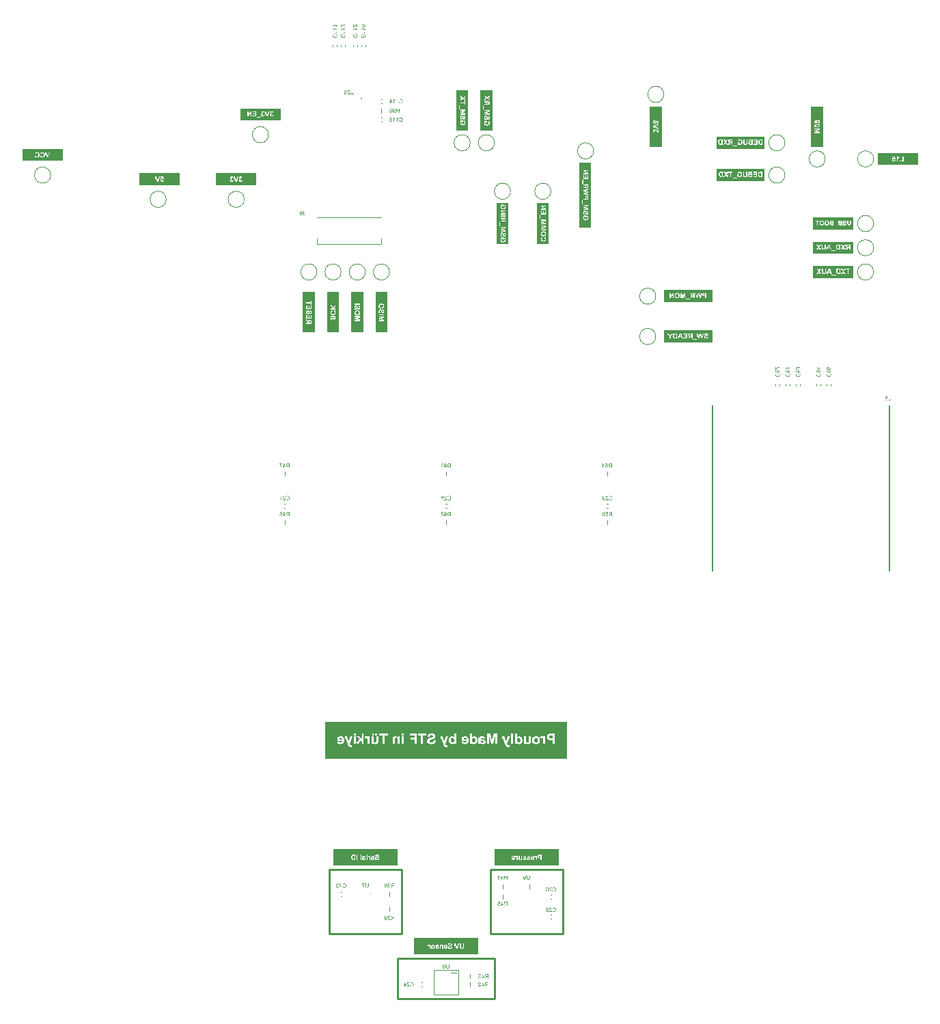
<source format=gbr>
%TF.GenerationSoftware,Altium Limited,Altium Designer,23.3.1 (30)*%
G04 Layer_Color=32896*
%FSLAX45Y45*%
%MOMM*%
%TF.SameCoordinates,E4F86091-2262-4A10-A0E3-B6E4D0D901A0*%
%TF.FilePolarity,Positive*%
%TF.FileFunction,Legend,Bot*%
%TF.Part,Single*%
G01*
G75*
%TA.AperFunction,NonConductor*%
%ADD80C,0.20000*%
%ADD81C,0.10000*%
%ADD84C,0.05000*%
%ADD85C,0.25400*%
G36*
X-1324999Y8050000D02*
X-1474999D01*
Y8550000D01*
X-1324999D01*
Y8050000D01*
D02*
G37*
G36*
X775000Y9150000D02*
X625001D01*
Y9650000D01*
X775000D01*
Y9150000D01*
D02*
G37*
G36*
X-1024999Y8050000D02*
X-1174999D01*
Y8550000D01*
X-1024999D01*
Y8050000D01*
D02*
G37*
G36*
X-1624999D02*
X-1774999D01*
Y8550000D01*
X-1624999D01*
Y8050000D01*
D02*
G37*
G36*
X2675000Y10350000D02*
X2525000D01*
Y10850000D01*
X2675000D01*
Y10350000D01*
D02*
G37*
G36*
X1800001Y9350000D02*
X1650001D01*
Y10150000D01*
X1800001D01*
Y9350000D01*
D02*
G37*
G36*
X3950000Y9925000D02*
X3350000D01*
Y10075000D01*
X3950000D01*
Y9925000D01*
D02*
G37*
G36*
X-3300000Y9875000D02*
X-3800000D01*
Y10025000D01*
X-3300000D01*
Y9875000D01*
D02*
G37*
G36*
X-4750000Y10175000D02*
X-5250000D01*
Y10325000D01*
X-4750000D01*
Y10175000D01*
D02*
G37*
G36*
X1400000Y1450000D02*
X600000D01*
Y1650000D01*
X1400000D01*
Y1450000D01*
D02*
G37*
G36*
X-725000Y8050000D02*
X-875000D01*
Y8550000D01*
X-725000D01*
Y8050000D01*
D02*
G37*
G36*
X3300000Y8575000D02*
Y8425000D01*
X2700000D01*
Y8575000D01*
X3300000D01*
D02*
G37*
G36*
X5050000Y9325000D02*
X4550000D01*
Y9475000D01*
X5050000D01*
Y9325000D01*
D02*
G37*
G36*
X4675000Y10350000D02*
X4525000D01*
Y10850000D01*
X4675000D01*
Y10350000D01*
D02*
G37*
G36*
X5850000Y10125000D02*
X5350000D01*
Y10275000D01*
X5850000D01*
Y10125000D01*
D02*
G37*
G36*
X5050000Y9025000D02*
X4550000D01*
Y9175000D01*
X5050000D01*
Y9025000D01*
D02*
G37*
G36*
X1275000Y9150000D02*
X1125001D01*
Y9650001D01*
X1275000D01*
Y9150000D01*
D02*
G37*
G36*
X1500000Y2771278D02*
X-1500000D01*
Y3228722D01*
X1500000D01*
Y2771278D01*
D02*
G37*
G36*
X-2050000Y10675000D02*
X-2550000D01*
Y10825000D01*
X-2050000D01*
Y10675000D01*
D02*
G37*
G36*
X275000Y10550000D02*
X125001D01*
Y11050000D01*
X275000D01*
Y10550000D01*
D02*
G37*
G36*
X3950000Y10325000D02*
X3350000D01*
Y10475000D01*
X3950000D01*
Y10325000D01*
D02*
G37*
G36*
X3300000Y8075000D02*
Y7925000D01*
X2700000D01*
Y8075000D01*
X3300000D01*
D02*
G37*
G36*
X-2350000Y9875000D02*
X-2850000D01*
Y10025000D01*
X-2350000D01*
Y9875000D01*
D02*
G37*
G36*
X575000Y10550000D02*
X425000D01*
Y11050000D01*
X575000D01*
Y10550000D01*
D02*
G37*
G36*
X5050000Y8725000D02*
X4550000D01*
Y8875000D01*
X5050000D01*
Y8725000D01*
D02*
G37*
G36*
X-600000Y1650000D02*
Y1450000D01*
X-1400000D01*
Y1650000D01*
X-600000D01*
D02*
G37*
G36*
X400000Y550000D02*
Y350000D01*
X-400000D01*
Y550000D01*
X400000D01*
D02*
G37*
G36*
X-1241466Y11050981D02*
X-1239470Y11050611D01*
X-1237770Y11050020D01*
X-1236292Y11049429D01*
X-1235626Y11049059D01*
X-1235109Y11048764D01*
X-1234592Y11048468D01*
X-1234222Y11048172D01*
X-1233926Y11047950D01*
X-1233705Y11047803D01*
X-1233557Y11047729D01*
X-1233483Y11047655D01*
X-1232079Y11046250D01*
X-1230970Y11044698D01*
X-1230083Y11043072D01*
X-1229344Y11041446D01*
X-1228900Y11040042D01*
X-1228679Y11039450D01*
X-1228531Y11038933D01*
X-1228457Y11038489D01*
X-1228383Y11038194D01*
X-1228309Y11037972D01*
Y11037898D01*
X-1234592Y11036789D01*
X-1234887Y11038416D01*
X-1235331Y11039820D01*
X-1235848Y11041003D01*
X-1236366Y11041963D01*
X-1236883Y11042703D01*
X-1237326Y11043220D01*
X-1237622Y11043590D01*
X-1237696Y11043663D01*
X-1238657Y11044403D01*
X-1239692Y11044994D01*
X-1240653Y11045363D01*
X-1241613Y11045659D01*
X-1242500Y11045807D01*
X-1243166Y11045955D01*
X-1243757D01*
X-1245087Y11045881D01*
X-1246270Y11045585D01*
X-1247305Y11045216D01*
X-1248192Y11044846D01*
X-1248857Y11044403D01*
X-1249374Y11044033D01*
X-1249744Y11043737D01*
X-1249818Y11043663D01*
X-1250631Y11042776D01*
X-1251222Y11041816D01*
X-1251592Y11040855D01*
X-1251888Y11039968D01*
X-1252035Y11039155D01*
X-1252183Y11038563D01*
Y11038120D01*
Y11038046D01*
Y11037972D01*
Y11037159D01*
X-1252035Y11036420D01*
X-1251666Y11035163D01*
X-1251148Y11034055D01*
X-1250557Y11033094D01*
X-1249966Y11032429D01*
X-1249448Y11031911D01*
X-1249079Y11031615D01*
X-1249005Y11031542D01*
X-1248931D01*
X-1247674Y11030876D01*
X-1246492Y11030359D01*
X-1245235Y11029989D01*
X-1244127Y11029768D01*
X-1243166Y11029620D01*
X-1242353Y11029472D01*
X-1241392D01*
X-1241096Y11029546D01*
X-1240726D01*
X-1239987Y11024002D01*
X-1240948Y11024224D01*
X-1241835Y11024372D01*
X-1242574Y11024520D01*
X-1243240Y11024594D01*
X-1243757Y11024668D01*
X-1244422D01*
X-1245974Y11024520D01*
X-1247379Y11024224D01*
X-1248635Y11023781D01*
X-1249670Y11023263D01*
X-1250483Y11022746D01*
X-1251074Y11022302D01*
X-1251444Y11022007D01*
X-1251592Y11021859D01*
X-1252553Y11020750D01*
X-1253292Y11019567D01*
X-1253809Y11018385D01*
X-1254105Y11017202D01*
X-1254327Y11016241D01*
X-1254401Y11015428D01*
X-1254475Y11015133D01*
Y11014911D01*
Y11014763D01*
Y11014689D01*
X-1254327Y11013063D01*
X-1253957Y11011585D01*
X-1253514Y11010328D01*
X-1252922Y11009220D01*
X-1252331Y11008333D01*
X-1251888Y11007667D01*
X-1251518Y11007224D01*
X-1251370Y11007076D01*
X-1250187Y11006041D01*
X-1248931Y11005302D01*
X-1247674Y11004785D01*
X-1246492Y11004415D01*
X-1245457Y11004193D01*
X-1244644Y11004119D01*
X-1244348Y11004046D01*
X-1243905D01*
X-1242574Y11004119D01*
X-1241318Y11004415D01*
X-1240209Y11004785D01*
X-1239322Y11005228D01*
X-1238583Y11005598D01*
X-1237992Y11005967D01*
X-1237696Y11006263D01*
X-1237548Y11006337D01*
X-1236661Y11007372D01*
X-1235922Y11008554D01*
X-1235257Y11009811D01*
X-1234739Y11011141D01*
X-1234370Y11012250D01*
X-1234222Y11012767D01*
X-1234148Y11013211D01*
X-1234074Y11013580D01*
X-1234000Y11013876D01*
X-1233926Y11014024D01*
Y11014098D01*
X-1227644Y11013285D01*
X-1227792Y11012102D01*
X-1228013Y11010993D01*
X-1228679Y11008924D01*
X-1229492Y11007150D01*
X-1229935Y11006411D01*
X-1230379Y11005672D01*
X-1230822Y11005006D01*
X-1231266Y11004489D01*
X-1231635Y11003972D01*
X-1232005Y11003602D01*
X-1232226Y11003306D01*
X-1232448Y11003085D01*
X-1232596Y11002937D01*
X-1232670Y11002863D01*
X-1233557Y11002198D01*
X-1234444Y11001532D01*
X-1235331Y11001015D01*
X-1236292Y11000572D01*
X-1238140Y10999832D01*
X-1239913Y10999389D01*
X-1240726Y10999241D01*
X-1241466Y10999093D01*
X-1242131Y10999019D01*
X-1242722Y10998945D01*
X-1243166Y10998872D01*
X-1243831D01*
X-1245235Y10998945D01*
X-1246492Y10999093D01*
X-1247748Y10999315D01*
X-1248931Y10999611D01*
X-1250040Y10999980D01*
X-1251001Y11000350D01*
X-1251961Y11000793D01*
X-1252774Y11001237D01*
X-1253588Y11001606D01*
X-1254253Y11002050D01*
X-1254844Y11002419D01*
X-1255288Y11002789D01*
X-1255657Y11003085D01*
X-1255953Y11003306D01*
X-1256101Y11003454D01*
X-1256175Y11003528D01*
X-1257061Y11004415D01*
X-1257801Y11005376D01*
X-1258466Y11006337D01*
X-1259057Y11007298D01*
X-1259501Y11008185D01*
X-1259944Y11009146D01*
X-1260535Y11010920D01*
X-1260683Y11011733D01*
X-1260831Y11012472D01*
X-1260979Y11013137D01*
X-1261053Y11013728D01*
X-1261127Y11014172D01*
Y11014541D01*
Y11014763D01*
Y11014837D01*
X-1261053Y11016611D01*
X-1260757Y11018237D01*
X-1260314Y11019641D01*
X-1259870Y11020824D01*
X-1259427Y11021785D01*
X-1258983Y11022524D01*
X-1258688Y11022968D01*
X-1258614Y11023115D01*
X-1257579Y11024224D01*
X-1256470Y11025185D01*
X-1255288Y11025924D01*
X-1254105Y11026515D01*
X-1253070Y11026959D01*
X-1252257Y11027255D01*
X-1251961Y11027328D01*
X-1251740Y11027402D01*
X-1251592Y11027476D01*
X-1251518D01*
X-1252774Y11028142D01*
X-1253809Y11028807D01*
X-1254696Y11029546D01*
X-1255435Y11030211D01*
X-1256027Y11030802D01*
X-1256470Y11031320D01*
X-1256692Y11031615D01*
X-1256766Y11031763D01*
X-1257357Y11032798D01*
X-1257801Y11033833D01*
X-1258170Y11034868D01*
X-1258392Y11035829D01*
X-1258540Y11036642D01*
X-1258614Y11037233D01*
Y11037676D01*
Y11037824D01*
X-1258540Y11039081D01*
X-1258318Y11040337D01*
X-1258022Y11041446D01*
X-1257653Y11042407D01*
X-1257283Y11043220D01*
X-1256988Y11043885D01*
X-1256766Y11044255D01*
X-1256692Y11044403D01*
X-1255953Y11045511D01*
X-1255066Y11046472D01*
X-1254179Y11047285D01*
X-1253292Y11048024D01*
X-1252553Y11048542D01*
X-1251888Y11048985D01*
X-1251444Y11049207D01*
X-1251370Y11049281D01*
X-1251296D01*
X-1249966Y11049872D01*
X-1248635Y11050316D01*
X-1247305Y11050685D01*
X-1246122Y11050907D01*
X-1245161Y11051055D01*
X-1244348Y11051129D01*
X-1242500D01*
X-1241466Y11050981D01*
D02*
G37*
G36*
X-1203400Y11051055D02*
X-1202143Y11050981D01*
X-1200961Y11050759D01*
X-1199852Y11050537D01*
X-1198817Y11050242D01*
X-1197856Y11049946D01*
X-1196969Y11049577D01*
X-1196156Y11049207D01*
X-1195417Y11048837D01*
X-1194826Y11048468D01*
X-1194309Y11048172D01*
X-1193865Y11047877D01*
X-1193495Y11047655D01*
X-1193274Y11047433D01*
X-1193126Y11047359D01*
X-1193052Y11047285D01*
X-1192313Y11046546D01*
X-1191648Y11045733D01*
X-1190982Y11044846D01*
X-1190465Y11043959D01*
X-1189578Y11042185D01*
X-1188987Y11040411D01*
X-1188765Y11039598D01*
X-1188543Y11038785D01*
X-1188395Y11038120D01*
X-1188248Y11037529D01*
X-1188174Y11037011D01*
Y11036642D01*
X-1188100Y11036420D01*
Y11036346D01*
X-1194530Y11035681D01*
X-1194678Y11037381D01*
X-1194974Y11038859D01*
X-1195417Y11040190D01*
X-1195935Y11041224D01*
X-1196378Y11042111D01*
X-1196822Y11042703D01*
X-1197117Y11043072D01*
X-1197265Y11043220D01*
X-1198374Y11044107D01*
X-1199556Y11044772D01*
X-1200813Y11045290D01*
X-1201922Y11045585D01*
X-1202956Y11045807D01*
X-1203843Y11045881D01*
X-1204139Y11045955D01*
X-1204583D01*
X-1206135Y11045881D01*
X-1207539Y11045585D01*
X-1208722Y11045142D01*
X-1209757Y11044698D01*
X-1210570Y11044181D01*
X-1211087Y11043811D01*
X-1211457Y11043516D01*
X-1211604Y11043368D01*
X-1212491Y11042333D01*
X-1213157Y11041298D01*
X-1213674Y11040263D01*
X-1213970Y11039229D01*
X-1214191Y11038416D01*
X-1214265Y11037676D01*
X-1214339Y11037233D01*
Y11037159D01*
Y11037085D01*
X-1214191Y11035755D01*
X-1213896Y11034350D01*
X-1213378Y11033094D01*
X-1212861Y11031911D01*
X-1212270Y11030950D01*
X-1211752Y11030137D01*
X-1211604Y11029842D01*
X-1211457Y11029620D01*
X-1211309Y11029546D01*
Y11029472D01*
X-1210717Y11028659D01*
X-1209978Y11027846D01*
X-1209165Y11026959D01*
X-1208278Y11026072D01*
X-1206430Y11024298D01*
X-1204583Y11022524D01*
X-1203622Y11021711D01*
X-1202809Y11020972D01*
X-1201996Y11020307D01*
X-1201330Y11019715D01*
X-1200813Y11019272D01*
X-1200369Y11018902D01*
X-1200074Y11018681D01*
X-1200000Y11018607D01*
X-1198152Y11017054D01*
X-1196452Y11015576D01*
X-1195048Y11014246D01*
X-1193939Y11013137D01*
X-1192978Y11012176D01*
X-1192313Y11011511D01*
X-1191943Y11011067D01*
X-1191795Y11010993D01*
Y11010920D01*
X-1190761Y11009663D01*
X-1189948Y11008480D01*
X-1189208Y11007298D01*
X-1188617Y11006263D01*
X-1188174Y11005376D01*
X-1187878Y11004711D01*
X-1187730Y11004267D01*
X-1187656Y11004193D01*
Y11004119D01*
X-1187361Y11003306D01*
X-1187213Y11002567D01*
X-1187065Y11001828D01*
X-1186991Y11001163D01*
X-1186917Y11000572D01*
Y11000128D01*
Y10999832D01*
Y10999759D01*
X-1220844D01*
Y11005819D01*
X-1195639D01*
X-1196526Y11007076D01*
X-1196969Y11007593D01*
X-1197339Y11008111D01*
X-1197709Y11008554D01*
X-1198004Y11008850D01*
X-1198226Y11009072D01*
X-1198300Y11009146D01*
X-1198669Y11009515D01*
X-1199113Y11009885D01*
X-1200148Y11010846D01*
X-1201330Y11011954D01*
X-1202587Y11013063D01*
X-1203769Y11014024D01*
X-1204287Y11014467D01*
X-1204730Y11014911D01*
X-1205100Y11015207D01*
X-1205396Y11015428D01*
X-1205543Y11015576D01*
X-1205617Y11015650D01*
X-1206800Y11016685D01*
X-1207983Y11017646D01*
X-1209017Y11018607D01*
X-1209978Y11019420D01*
X-1210865Y11020233D01*
X-1211604Y11020972D01*
X-1212344Y11021637D01*
X-1212935Y11022228D01*
X-1213526Y11022820D01*
X-1213970Y11023263D01*
X-1214339Y11023633D01*
X-1214709Y11024002D01*
X-1215078Y11024446D01*
X-1215226Y11024594D01*
X-1216261Y11025850D01*
X-1217148Y11026959D01*
X-1217887Y11028068D01*
X-1218478Y11028955D01*
X-1218922Y11029768D01*
X-1219218Y11030359D01*
X-1219365Y11030729D01*
X-1219439Y11030876D01*
X-1219883Y11031985D01*
X-1220178Y11033094D01*
X-1220474Y11034129D01*
X-1220622Y11035016D01*
X-1220696Y11035829D01*
X-1220770Y11036420D01*
Y11036789D01*
Y11036937D01*
X-1220696Y11038046D01*
X-1220548Y11039081D01*
X-1220400Y11040116D01*
X-1220104Y11041003D01*
X-1219365Y11042776D01*
X-1218626Y11044181D01*
X-1218183Y11044846D01*
X-1217813Y11045363D01*
X-1217444Y11045881D01*
X-1217074Y11046250D01*
X-1216778Y11046546D01*
X-1216631Y11046842D01*
X-1216483Y11046916D01*
X-1216409Y11046990D01*
X-1215596Y11047729D01*
X-1214709Y11048394D01*
X-1213748Y11048911D01*
X-1212787Y11049355D01*
X-1210865Y11050094D01*
X-1208943Y11050611D01*
X-1208130Y11050759D01*
X-1207317Y11050907D01*
X-1206578Y11050981D01*
X-1205987Y11051055D01*
X-1205470Y11051129D01*
X-1204730D01*
X-1203400Y11051055D01*
D02*
G37*
G36*
X-1138873Y11021341D02*
Y11019863D01*
X-1138947Y11018459D01*
X-1139021Y11017128D01*
X-1139169Y11015872D01*
X-1139316Y11014763D01*
X-1139464Y11013728D01*
X-1139686Y11012767D01*
X-1139834Y11011880D01*
X-1139982Y11011067D01*
X-1140203Y11010402D01*
X-1140351Y11009811D01*
X-1140499Y11009367D01*
X-1140647Y11008998D01*
X-1140721Y11008702D01*
X-1140795Y11008554D01*
Y11008480D01*
X-1141608Y11006854D01*
X-1142643Y11005376D01*
X-1143677Y11004193D01*
X-1144786Y11003159D01*
X-1145747Y11002346D01*
X-1146560Y11001754D01*
X-1146856Y11001606D01*
X-1147077Y11001459D01*
X-1147225Y11001311D01*
X-1147299D01*
X-1149147Y11000498D01*
X-1151069Y10999906D01*
X-1153064Y10999463D01*
X-1154912Y10999167D01*
X-1155725Y10999093D01*
X-1156538Y10999019D01*
X-1157278Y10998945D01*
X-1157869D01*
X-1158386Y10998872D01*
X-1159052D01*
X-1161712Y10999019D01*
X-1162895Y10999167D01*
X-1164004Y10999315D01*
X-1165112Y10999537D01*
X-1166073Y10999759D01*
X-1166960Y10999980D01*
X-1167773Y11000276D01*
X-1168513Y11000572D01*
X-1169104Y11000793D01*
X-1169695Y11001015D01*
X-1170139Y11001237D01*
X-1170508Y11001459D01*
X-1170730Y11001532D01*
X-1170878Y11001680D01*
X-1170952D01*
X-1172578Y11002789D01*
X-1173908Y11004046D01*
X-1174943Y11005228D01*
X-1175830Y11006411D01*
X-1176495Y11007446D01*
X-1176939Y11008259D01*
X-1177087Y11008554D01*
X-1177234Y11008776D01*
X-1177308Y11008924D01*
Y11008998D01*
X-1177604Y11009885D01*
X-1177900Y11010846D01*
X-1178343Y11012841D01*
X-1178639Y11014911D01*
X-1178860Y11016907D01*
X-1178934Y11017794D01*
X-1179008Y11018681D01*
Y11019420D01*
X-1179082Y11020085D01*
Y11020602D01*
Y11020972D01*
Y11021268D01*
Y11021341D01*
Y11050907D01*
X-1172282D01*
Y11021341D01*
Y11019641D01*
X-1172134Y11018015D01*
X-1171986Y11016611D01*
X-1171765Y11015280D01*
X-1171543Y11014098D01*
X-1171247Y11012989D01*
X-1171026Y11012028D01*
X-1170730Y11011215D01*
X-1170434Y11010550D01*
X-1170139Y11009885D01*
X-1169843Y11009441D01*
X-1169621Y11008998D01*
X-1169399Y11008702D01*
X-1169252Y11008480D01*
X-1169178Y11008406D01*
X-1169104Y11008333D01*
X-1168439Y11007741D01*
X-1167699Y11007224D01*
X-1166073Y11006411D01*
X-1164373Y11005819D01*
X-1162599Y11005450D01*
X-1160973Y11005154D01*
X-1160308Y11005080D01*
X-1159643D01*
X-1159199Y11005006D01*
X-1158460D01*
X-1156908Y11005080D01*
X-1155504Y11005302D01*
X-1154173Y11005524D01*
X-1153138Y11005893D01*
X-1152251Y11006189D01*
X-1151586Y11006411D01*
X-1151217Y11006633D01*
X-1151069Y11006706D01*
X-1150034Y11007372D01*
X-1149147Y11008185D01*
X-1148408Y11008998D01*
X-1147891Y11009737D01*
X-1147447Y11010476D01*
X-1147077Y11010993D01*
X-1146930Y11011363D01*
X-1146856Y11011511D01*
X-1146634Y11012176D01*
X-1146486Y11012841D01*
X-1146190Y11014394D01*
X-1145969Y11016020D01*
X-1145821Y11017646D01*
X-1145747Y11019050D01*
Y11019715D01*
X-1145673Y11020233D01*
Y11020676D01*
Y11021046D01*
Y11021268D01*
Y11021341D01*
Y11050907D01*
X-1138873D01*
Y11021341D01*
D02*
G37*
G36*
X977567Y1326055D02*
X978750Y1325907D01*
X979932Y1325685D01*
X980967Y1325390D01*
X982963Y1324576D01*
X983850Y1324207D01*
X984589Y1323763D01*
X985328Y1323246D01*
X985919Y1322876D01*
X986511Y1322433D01*
X986954Y1322063D01*
X987324Y1321768D01*
X987545Y1321546D01*
X987693Y1321398D01*
X987767Y1321324D01*
X988580Y1320437D01*
X989245Y1319402D01*
X989911Y1318442D01*
X990428Y1317407D01*
X990872Y1316298D01*
X991241Y1315263D01*
X991758Y1313342D01*
X991980Y1312381D01*
X992128Y1311568D01*
X992202Y1310755D01*
X992276Y1310089D01*
X992350Y1309572D01*
Y1309202D01*
Y1308907D01*
Y1308833D01*
X992276Y1307428D01*
X992128Y1306172D01*
X991980Y1304915D01*
X991685Y1303733D01*
X991315Y1302698D01*
X990945Y1301663D01*
X990576Y1300776D01*
X990132Y1299963D01*
X989763Y1299224D01*
X989393Y1298559D01*
X989024Y1298041D01*
X988654Y1297524D01*
X988358Y1297154D01*
X988211Y1296933D01*
X988063Y1296785D01*
X987989Y1296711D01*
X987176Y1295898D01*
X986289Y1295233D01*
X985402Y1294567D01*
X984441Y1294050D01*
X983554Y1293607D01*
X982667Y1293237D01*
X980967Y1292720D01*
X980228Y1292498D01*
X979489Y1292350D01*
X978897Y1292276D01*
X978306Y1292202D01*
X977863Y1292128D01*
X977271D01*
X975867Y1292202D01*
X974537Y1292424D01*
X973354Y1292720D01*
X972245Y1293089D01*
X971432Y1293385D01*
X970767Y1293680D01*
X970323Y1293902D01*
X970176Y1293976D01*
X968993Y1294715D01*
X967958Y1295528D01*
X967071Y1296341D01*
X966332Y1297080D01*
X965815Y1297820D01*
X965371Y1298337D01*
X965076Y1298707D01*
X965002Y1298854D01*
Y1298263D01*
Y1297894D01*
Y1297672D01*
Y1297598D01*
X965076Y1296120D01*
X965149Y1294715D01*
X965297Y1293459D01*
X965445Y1292276D01*
X965667Y1291315D01*
X965815Y1290576D01*
X965889Y1290280D01*
Y1290059D01*
X965963Y1289985D01*
Y1289911D01*
X966332Y1288580D01*
X966702Y1287398D01*
X967071Y1286363D01*
X967441Y1285476D01*
X967736Y1284811D01*
X968032Y1284293D01*
X968180Y1283924D01*
X968254Y1283850D01*
X968845Y1283037D01*
X969436Y1282372D01*
X970028Y1281780D01*
X970619Y1281263D01*
X971063Y1280819D01*
X971506Y1280524D01*
X971802Y1280376D01*
X971876Y1280302D01*
X972689Y1279859D01*
X973576Y1279563D01*
X974389Y1279341D01*
X975202Y1279193D01*
X975867Y1279119D01*
X976384Y1279045D01*
X976902D01*
X978084Y1279119D01*
X979193Y1279341D01*
X980154Y1279637D01*
X980967Y1280006D01*
X981558Y1280302D01*
X982076Y1280598D01*
X982371Y1280819D01*
X982445Y1280893D01*
X983184Y1281706D01*
X983776Y1282667D01*
X984293Y1283702D01*
X984663Y1284737D01*
X984958Y1285624D01*
X985180Y1286437D01*
X985254Y1286733D01*
Y1286880D01*
X985328Y1287028D01*
Y1287102D01*
X991389Y1286585D01*
X990945Y1284441D01*
X990354Y1282593D01*
X989615Y1280967D01*
X988876Y1279637D01*
X988137Y1278602D01*
X987767Y1278158D01*
X987471Y1277789D01*
X987250Y1277567D01*
X987028Y1277345D01*
X986954Y1277272D01*
X986880Y1277198D01*
X986141Y1276606D01*
X985328Y1276089D01*
X983702Y1275276D01*
X982076Y1274685D01*
X980524Y1274315D01*
X979119Y1274019D01*
X978528Y1273945D01*
X978010D01*
X977641Y1273871D01*
X977050D01*
X974980Y1274019D01*
X973132Y1274315D01*
X971432Y1274832D01*
X970028Y1275424D01*
X969436Y1275645D01*
X968845Y1275941D01*
X968402Y1276237D01*
X967958Y1276458D01*
X967663Y1276606D01*
X967441Y1276754D01*
X967293Y1276902D01*
X967219D01*
X965741Y1278158D01*
X964410Y1279563D01*
X963376Y1281041D01*
X962489Y1282445D01*
X961749Y1283702D01*
X961454Y1284293D01*
X961232Y1284737D01*
X961084Y1285180D01*
X960936Y1285476D01*
X960862Y1285624D01*
Y1285698D01*
X960493Y1286806D01*
X960123Y1288063D01*
X959606Y1290576D01*
X959236Y1293237D01*
X959015Y1295750D01*
X958867Y1296859D01*
X958793Y1297967D01*
Y1298928D01*
X958719Y1299741D01*
Y1300407D01*
Y1300924D01*
Y1301294D01*
Y1301367D01*
Y1303067D01*
X958793Y1304694D01*
X958941Y1306172D01*
X959089Y1307576D01*
X959236Y1308833D01*
X959384Y1310015D01*
X959606Y1311124D01*
X959828Y1312085D01*
X960049Y1312898D01*
X960197Y1313637D01*
X960419Y1314302D01*
X960567Y1314820D01*
X960715Y1315189D01*
X960862Y1315485D01*
X960936Y1315633D01*
Y1315707D01*
X961823Y1317481D01*
X962784Y1319033D01*
X963893Y1320363D01*
X964854Y1321472D01*
X965815Y1322285D01*
X966554Y1322876D01*
X966849Y1323098D01*
X967071Y1323246D01*
X967145Y1323394D01*
X967219D01*
X968771Y1324281D01*
X970323Y1324946D01*
X971876Y1325463D01*
X973280Y1325759D01*
X974537Y1325981D01*
X975054Y1326055D01*
X975423D01*
X975793Y1326129D01*
X976310D01*
X977567Y1326055D01*
D02*
G37*
G36*
X1041281Y1296341D02*
Y1294863D01*
X1041207Y1293459D01*
X1041133Y1292128D01*
X1040985Y1290872D01*
X1040837Y1289763D01*
X1040690Y1288728D01*
X1040468Y1287767D01*
X1040320Y1286880D01*
X1040172Y1286067D01*
X1039950Y1285402D01*
X1039803Y1284811D01*
X1039655Y1284367D01*
X1039507Y1283998D01*
X1039433Y1283702D01*
X1039359Y1283554D01*
Y1283480D01*
X1038546Y1281854D01*
X1037511Y1280376D01*
X1036476Y1279193D01*
X1035368Y1278158D01*
X1034407Y1277345D01*
X1033594Y1276754D01*
X1033298Y1276606D01*
X1033076Y1276458D01*
X1032929Y1276311D01*
X1032855D01*
X1031007Y1275498D01*
X1029085Y1274906D01*
X1027089Y1274463D01*
X1025242Y1274167D01*
X1024428Y1274093D01*
X1023615Y1274019D01*
X1022876Y1273945D01*
X1022285D01*
X1021768Y1273871D01*
X1021102D01*
X1018441Y1274019D01*
X1017259Y1274167D01*
X1016150Y1274315D01*
X1015041Y1274537D01*
X1014081Y1274758D01*
X1013194Y1274980D01*
X1012381Y1275276D01*
X1011641Y1275571D01*
X1011050Y1275793D01*
X1010459Y1276015D01*
X1010015Y1276237D01*
X1009646Y1276458D01*
X1009424Y1276532D01*
X1009276Y1276680D01*
X1009202D01*
X1007576Y1277789D01*
X1006246Y1279045D01*
X1005211Y1280228D01*
X1004324Y1281411D01*
X1003659Y1282445D01*
X1003215Y1283259D01*
X1003067Y1283554D01*
X1002920Y1283776D01*
X1002846Y1283924D01*
Y1283998D01*
X1002550Y1284885D01*
X1002254Y1285846D01*
X1001811Y1287841D01*
X1001515Y1289911D01*
X1001293Y1291906D01*
X1001219Y1292793D01*
X1001146Y1293680D01*
Y1294420D01*
X1001072Y1295085D01*
Y1295602D01*
Y1295972D01*
Y1296267D01*
Y1296341D01*
Y1325907D01*
X1007872D01*
Y1296341D01*
Y1294641D01*
X1008020Y1293015D01*
X1008167Y1291611D01*
X1008389Y1290280D01*
X1008611Y1289098D01*
X1008907Y1287989D01*
X1009128Y1287028D01*
X1009424Y1286215D01*
X1009720Y1285550D01*
X1010015Y1284885D01*
X1010311Y1284441D01*
X1010533Y1283998D01*
X1010754Y1283702D01*
X1010902Y1283480D01*
X1010976Y1283406D01*
X1011050Y1283332D01*
X1011715Y1282741D01*
X1012454Y1282224D01*
X1014081Y1281411D01*
X1015781Y1280819D01*
X1017554Y1280450D01*
X1019181Y1280154D01*
X1019846Y1280080D01*
X1020511D01*
X1020955Y1280006D01*
X1021694D01*
X1023246Y1280080D01*
X1024650Y1280302D01*
X1025981Y1280524D01*
X1027015Y1280893D01*
X1027902Y1281189D01*
X1028568Y1281411D01*
X1028937Y1281632D01*
X1029085Y1281706D01*
X1030120Y1282372D01*
X1031007Y1283185D01*
X1031746Y1283998D01*
X1032263Y1284737D01*
X1032707Y1285476D01*
X1033076Y1285993D01*
X1033224Y1286363D01*
X1033298Y1286511D01*
X1033520Y1287176D01*
X1033668Y1287841D01*
X1033963Y1289393D01*
X1034185Y1291020D01*
X1034333Y1292646D01*
X1034407Y1294050D01*
Y1294715D01*
X1034481Y1295233D01*
Y1295676D01*
Y1296046D01*
Y1296267D01*
Y1296341D01*
Y1325907D01*
X1041281D01*
Y1296341D01*
D02*
G37*
G36*
X41281Y196341D02*
Y194863D01*
X41207Y193459D01*
X41133Y192128D01*
X40985Y190872D01*
X40837Y189763D01*
X40690Y188728D01*
X40468Y187767D01*
X40320Y186880D01*
X40172Y186067D01*
X39950Y185402D01*
X39803Y184811D01*
X39655Y184367D01*
X39507Y183998D01*
X39433Y183702D01*
X39359Y183554D01*
Y183480D01*
X38546Y181854D01*
X37511Y180376D01*
X36476Y179193D01*
X35368Y178159D01*
X34407Y177346D01*
X33594Y176754D01*
X33298Y176606D01*
X33076Y176459D01*
X32929Y176311D01*
X32855D01*
X31007Y175498D01*
X29085Y174906D01*
X27089Y174463D01*
X25242Y174167D01*
X24428Y174093D01*
X23615Y174019D01*
X22876Y173946D01*
X22285D01*
X21768Y173872D01*
X21102D01*
X18441Y174019D01*
X17259Y174167D01*
X16150Y174315D01*
X15041Y174537D01*
X14080Y174759D01*
X13194Y174980D01*
X12380Y175276D01*
X11641Y175572D01*
X11050Y175793D01*
X10459Y176015D01*
X10015Y176237D01*
X9646Y176459D01*
X9424Y176533D01*
X9276Y176680D01*
X9202D01*
X7576Y177789D01*
X6246Y179046D01*
X5211Y180228D01*
X4324Y181411D01*
X3659Y182446D01*
X3215Y183259D01*
X3067Y183554D01*
X2919Y183776D01*
X2846Y183924D01*
Y183998D01*
X2550Y184885D01*
X2254Y185846D01*
X1811Y187841D01*
X1515Y189911D01*
X1293Y191907D01*
X1219Y192794D01*
X1146Y193681D01*
Y194420D01*
X1072Y195085D01*
Y195602D01*
Y195972D01*
Y196268D01*
Y196341D01*
Y225907D01*
X7872D01*
Y196341D01*
Y194641D01*
X8020Y193015D01*
X8167Y191611D01*
X8389Y190281D01*
X8611Y189098D01*
X8907Y187989D01*
X9128Y187028D01*
X9424Y186215D01*
X9720Y185550D01*
X10015Y184885D01*
X10311Y184441D01*
X10533Y183998D01*
X10754Y183702D01*
X10902Y183480D01*
X10976Y183407D01*
X11050Y183333D01*
X11715Y182741D01*
X12454Y182224D01*
X14080Y181411D01*
X15781Y180820D01*
X17554Y180450D01*
X19181Y180154D01*
X19846Y180080D01*
X20511D01*
X20954Y180006D01*
X21694D01*
X23246Y180080D01*
X24650Y180302D01*
X25981Y180524D01*
X27015Y180893D01*
X27902Y181189D01*
X28568Y181411D01*
X28937Y181633D01*
X29085Y181707D01*
X30120Y182372D01*
X31007Y183185D01*
X31746Y183998D01*
X32263Y184737D01*
X32707Y185476D01*
X33076Y185994D01*
X33224Y186363D01*
X33298Y186511D01*
X33520Y187176D01*
X33668Y187841D01*
X33963Y189394D01*
X34185Y191020D01*
X34333Y192646D01*
X34407Y194050D01*
Y194715D01*
X34481Y195233D01*
Y195676D01*
Y196046D01*
Y196268D01*
Y196341D01*
Y225907D01*
X41281D01*
Y196341D01*
D02*
G37*
G36*
X-23098Y226055D02*
X-21916Y225981D01*
X-19846Y225538D01*
X-18885Y225242D01*
X-17998Y224946D01*
X-17185Y224577D01*
X-16446Y224207D01*
X-15855Y223838D01*
X-15263Y223468D01*
X-14746Y223172D01*
X-14376Y222877D01*
X-14081Y222655D01*
X-13859Y222433D01*
X-13711Y222359D01*
X-13637Y222285D01*
X-12972Y221546D01*
X-12307Y220807D01*
X-11789Y219994D01*
X-11346Y219181D01*
X-10607Y217629D01*
X-10163Y216150D01*
X-9868Y214894D01*
X-9794Y214303D01*
X-9720Y213859D01*
X-9646Y213416D01*
Y213120D01*
Y212972D01*
Y212898D01*
X-9720Y211568D01*
X-9942Y210311D01*
X-10237Y209203D01*
X-10607Y208242D01*
X-10902Y207503D01*
X-11198Y206911D01*
X-11420Y206616D01*
X-11494Y206468D01*
X-12307Y205581D01*
X-13194Y204768D01*
X-14155Y204029D01*
X-15116Y203437D01*
X-16003Y202994D01*
X-16668Y202698D01*
X-16963Y202550D01*
X-17185Y202476D01*
X-17259Y202402D01*
X-17333D01*
X-15633Y201885D01*
X-14229Y201220D01*
X-12972Y200407D01*
X-11937Y199668D01*
X-11124Y198928D01*
X-10533Y198337D01*
X-10237Y197968D01*
X-10089Y197894D01*
Y197820D01*
X-9276Y196489D01*
X-8611Y195085D01*
X-8168Y193755D01*
X-7872Y192424D01*
X-7724Y191241D01*
X-7650Y190724D01*
Y190281D01*
X-7576Y189985D01*
Y189689D01*
Y189541D01*
Y189467D01*
X-7650Y188285D01*
X-7798Y187102D01*
X-8020Y185994D01*
X-8315Y184885D01*
X-9055Y183037D01*
X-9424Y182150D01*
X-9868Y181411D01*
X-10311Y180672D01*
X-10681Y180080D01*
X-11124Y179563D01*
X-11420Y179120D01*
X-11715Y178750D01*
X-11937Y178528D01*
X-12085Y178380D01*
X-12159Y178306D01*
X-13046Y177493D01*
X-14007Y176828D01*
X-15042Y176237D01*
X-16076Y175719D01*
X-17037Y175350D01*
X-18072Y174980D01*
X-20068Y174463D01*
X-20955Y174241D01*
X-21768Y174093D01*
X-22507Y174019D01*
X-23172Y173946D01*
X-23690Y173872D01*
X-24429D01*
X-25833Y173946D01*
X-27090Y174093D01*
X-28346Y174315D01*
X-29529Y174537D01*
X-30564Y174906D01*
X-31598Y175276D01*
X-32559Y175646D01*
X-33372Y176089D01*
X-34111Y176533D01*
X-34777Y176902D01*
X-35294Y177272D01*
X-35811Y177641D01*
X-36181Y177863D01*
X-36403Y178085D01*
X-36551Y178233D01*
X-36625Y178306D01*
X-37438Y179193D01*
X-38177Y180080D01*
X-38768Y180967D01*
X-39285Y181928D01*
X-39803Y182815D01*
X-40172Y183776D01*
X-40690Y185476D01*
X-40912Y186289D01*
X-41059Y187028D01*
X-41133Y187694D01*
X-41207Y188211D01*
X-41281Y188654D01*
Y189024D01*
Y189246D01*
Y189320D01*
X-41207Y191020D01*
X-40912Y192572D01*
X-40468Y193976D01*
X-40025Y195159D01*
X-39581Y196120D01*
X-39138Y196859D01*
X-38842Y197302D01*
X-38768Y197376D01*
Y197450D01*
X-37733Y198633D01*
X-36625Y199668D01*
X-35442Y200481D01*
X-34333Y201220D01*
X-33298Y201737D01*
X-32411Y202107D01*
X-32116Y202255D01*
X-31894Y202329D01*
X-31746Y202402D01*
X-31672D01*
X-33003Y202994D01*
X-34111Y203659D01*
X-35072Y204324D01*
X-35885Y204989D01*
X-36477Y205581D01*
X-36920Y206024D01*
X-37216Y206320D01*
X-37290Y206468D01*
X-37955Y207503D01*
X-38398Y208537D01*
X-38768Y209572D01*
X-38990Y210607D01*
X-39138Y211420D01*
X-39212Y212085D01*
Y212529D01*
Y212603D01*
Y212676D01*
X-39138Y213711D01*
X-39064Y214672D01*
X-38546Y216520D01*
X-37881Y218146D01*
X-37142Y219550D01*
X-36403Y220659D01*
X-36033Y221103D01*
X-35738Y221546D01*
X-35442Y221842D01*
X-35220Y222064D01*
X-35146Y222137D01*
X-35072Y222211D01*
X-34259Y222877D01*
X-33446Y223542D01*
X-32559Y224059D01*
X-31672Y224503D01*
X-29898Y225168D01*
X-28124Y225611D01*
X-27385Y225833D01*
X-26646Y225907D01*
X-25981Y225981D01*
X-25390Y226055D01*
X-24946Y226129D01*
X-24281D01*
X-23098Y226055D01*
D02*
G37*
G36*
X-958756Y1196452D02*
Y1194974D01*
X-958830Y1193569D01*
X-958904Y1192239D01*
X-959052Y1190982D01*
X-959200Y1189874D01*
X-959347Y1188839D01*
X-959569Y1187878D01*
X-959717Y1186991D01*
X-959865Y1186178D01*
X-960086Y1185513D01*
X-960234Y1184921D01*
X-960382Y1184478D01*
X-960530Y1184108D01*
X-960604Y1183813D01*
X-960678Y1183665D01*
Y1183591D01*
X-961491Y1181965D01*
X-962526Y1180487D01*
X-963560Y1179304D01*
X-964669Y1178269D01*
X-965630Y1177456D01*
X-966443Y1176865D01*
X-966739Y1176717D01*
X-966960Y1176569D01*
X-967108Y1176421D01*
X-967182D01*
X-969030Y1175608D01*
X-970952Y1175017D01*
X-972948Y1174573D01*
X-974795Y1174278D01*
X-975608Y1174204D01*
X-976421Y1174130D01*
X-977161Y1174056D01*
X-977752D01*
X-978269Y1173982D01*
X-978935D01*
X-981595Y1174130D01*
X-982778Y1174278D01*
X-983887Y1174426D01*
X-984995Y1174647D01*
X-985956Y1174869D01*
X-986843Y1175091D01*
X-987656Y1175387D01*
X-988396Y1175682D01*
X-988987Y1175904D01*
X-989578Y1176126D01*
X-990022Y1176347D01*
X-990391Y1176569D01*
X-990613Y1176643D01*
X-990761Y1176791D01*
X-990835D01*
X-992461Y1177900D01*
X-993791Y1179156D01*
X-994826Y1180339D01*
X-995713Y1181521D01*
X-996378Y1182556D01*
X-996822Y1183369D01*
X-996970Y1183665D01*
X-997117Y1183887D01*
X-997191Y1184034D01*
Y1184108D01*
X-997487Y1184995D01*
X-997783Y1185956D01*
X-998226Y1187952D01*
X-998522Y1190021D01*
X-998743Y1192017D01*
X-998817Y1192904D01*
X-998891Y1193791D01*
Y1194530D01*
X-998965Y1195195D01*
Y1195713D01*
Y1196082D01*
Y1196378D01*
Y1196452D01*
Y1226018D01*
X-992165D01*
Y1196452D01*
Y1194752D01*
X-992017Y1193126D01*
X-991869Y1191722D01*
X-991648Y1190391D01*
X-991426Y1189208D01*
X-991130Y1188100D01*
X-990909Y1187139D01*
X-990613Y1186326D01*
X-990317Y1185661D01*
X-990022Y1184995D01*
X-989726Y1184552D01*
X-989504Y1184108D01*
X-989283Y1183813D01*
X-989135Y1183591D01*
X-989061Y1183517D01*
X-988987Y1183443D01*
X-988322Y1182852D01*
X-987582Y1182334D01*
X-985956Y1181521D01*
X-984256Y1180930D01*
X-982482Y1180561D01*
X-980856Y1180265D01*
X-980191Y1180191D01*
X-979526D01*
X-979082Y1180117D01*
X-978343D01*
X-976791Y1180191D01*
X-975387Y1180413D01*
X-974056Y1180634D01*
X-973021Y1181004D01*
X-972134Y1181300D01*
X-971469Y1181521D01*
X-971100Y1181743D01*
X-970952Y1181817D01*
X-969917Y1182482D01*
X-969030Y1183295D01*
X-968291Y1184108D01*
X-967774Y1184848D01*
X-967330Y1185587D01*
X-966960Y1186104D01*
X-966813Y1186474D01*
X-966739Y1186621D01*
X-966517Y1187287D01*
X-966369Y1187952D01*
X-966074Y1189504D01*
X-965852Y1191130D01*
X-965704Y1192756D01*
X-965630Y1194161D01*
Y1194826D01*
X-965556Y1195343D01*
Y1195787D01*
Y1196156D01*
Y1196378D01*
Y1196452D01*
Y1226018D01*
X-958756D01*
Y1196452D01*
D02*
G37*
G36*
X-1008131Y1219291D02*
X-1033187D01*
X-1031413Y1217148D01*
X-1029713Y1214857D01*
X-1028235Y1212639D01*
X-1026831Y1210496D01*
X-1026240Y1209535D01*
X-1025722Y1208648D01*
X-1025205Y1207835D01*
X-1024835Y1207170D01*
X-1024539Y1206578D01*
X-1024318Y1206209D01*
X-1024170Y1205913D01*
X-1024096Y1205839D01*
X-1022618Y1202883D01*
X-1021287Y1199926D01*
X-1020179Y1197117D01*
X-1019735Y1195861D01*
X-1019292Y1194604D01*
X-1018848Y1193495D01*
X-1018552Y1192461D01*
X-1018257Y1191574D01*
X-1018035Y1190835D01*
X-1017813Y1190169D01*
X-1017665Y1189726D01*
X-1017592Y1189430D01*
Y1189356D01*
X-1016852Y1186326D01*
X-1016557Y1184848D01*
X-1016335Y1183517D01*
X-1016113Y1182261D01*
X-1015892Y1181004D01*
X-1015744Y1179969D01*
X-1015596Y1178934D01*
X-1015522Y1178047D01*
X-1015448Y1177234D01*
X-1015374Y1176495D01*
Y1175904D01*
X-1015300Y1175460D01*
Y1175165D01*
Y1174943D01*
Y1174869D01*
X-1021731D01*
X-1021952Y1177678D01*
X-1022322Y1180265D01*
X-1022692Y1182630D01*
X-1022913Y1183739D01*
X-1023135Y1184774D01*
X-1023283Y1185661D01*
X-1023505Y1186474D01*
X-1023653Y1187213D01*
X-1023800Y1187804D01*
X-1023948Y1188248D01*
X-1024022Y1188617D01*
X-1024096Y1188839D01*
Y1188913D01*
X-1025205Y1192313D01*
X-1026387Y1195491D01*
X-1026979Y1197043D01*
X-1027570Y1198522D01*
X-1028235Y1199852D01*
X-1028826Y1201183D01*
X-1029344Y1202365D01*
X-1029861Y1203400D01*
X-1030305Y1204287D01*
X-1030674Y1205100D01*
X-1031044Y1205765D01*
X-1031266Y1206209D01*
X-1031413Y1206504D01*
X-1031487Y1206578D01*
X-1032374Y1208130D01*
X-1033261Y1209683D01*
X-1034148Y1211087D01*
X-1035035Y1212417D01*
X-1035848Y1213600D01*
X-1036661Y1214783D01*
X-1037474Y1215817D01*
X-1038140Y1216704D01*
X-1038805Y1217591D01*
X-1039396Y1218331D01*
X-1039988Y1218922D01*
X-1040431Y1219439D01*
X-1040727Y1219883D01*
X-1041022Y1220178D01*
X-1041170Y1220326D01*
X-1041244Y1220400D01*
Y1225352D01*
X-1008131D01*
Y1219291D01*
D02*
G37*
G36*
X-683074Y10826055D02*
X-681669Y10825907D01*
X-680339Y10825611D01*
X-679082Y10825241D01*
X-677974Y10824724D01*
X-676865Y10824281D01*
X-675904Y10823689D01*
X-675017Y10823172D01*
X-674278Y10822655D01*
X-673539Y10822063D01*
X-672948Y10821620D01*
X-672504Y10821176D01*
X-672135Y10820733D01*
X-671839Y10820437D01*
X-671691Y10820289D01*
X-671617Y10820215D01*
X-670656Y10818885D01*
X-669843Y10817333D01*
X-669104Y10815707D01*
X-668439Y10814007D01*
X-667921Y10812233D01*
X-667478Y10810459D01*
X-667108Y10808611D01*
X-666813Y10806911D01*
X-666591Y10805211D01*
X-666443Y10803659D01*
X-666295Y10802254D01*
X-666221Y10801072D01*
Y10800037D01*
X-666148Y10799298D01*
Y10799002D01*
Y10798780D01*
Y10798706D01*
Y10798632D01*
X-666221Y10796267D01*
X-666369Y10794050D01*
X-666591Y10791980D01*
X-666961Y10790058D01*
X-667330Y10788358D01*
X-667700Y10786806D01*
X-668143Y10785402D01*
X-668661Y10784145D01*
X-669104Y10783111D01*
X-669548Y10782150D01*
X-669917Y10781410D01*
X-670361Y10780745D01*
X-670656Y10780228D01*
X-670878Y10779932D01*
X-671026Y10779710D01*
X-671100Y10779637D01*
X-672061Y10778602D01*
X-673095Y10777715D01*
X-674130Y10776976D01*
X-675165Y10776310D01*
X-676274Y10775719D01*
X-677309Y10775276D01*
X-678343Y10774906D01*
X-679378Y10774610D01*
X-680265Y10774389D01*
X-681152Y10774167D01*
X-681891Y10774019D01*
X-682556Y10773945D01*
X-683148D01*
X-683517Y10773871D01*
X-683887D01*
X-685587Y10773945D01*
X-687139Y10774241D01*
X-688543Y10774536D01*
X-689800Y10774980D01*
X-690761Y10775350D01*
X-691500Y10775719D01*
X-691796Y10775793D01*
X-692017Y10775941D01*
X-692091Y10776015D01*
X-692165D01*
X-693422Y10776902D01*
X-694604Y10777937D01*
X-695565Y10778971D01*
X-696378Y10780006D01*
X-697044Y10780967D01*
X-697487Y10781706D01*
X-697635Y10782002D01*
X-697783Y10782224D01*
X-697857Y10782297D01*
Y10782371D01*
X-698596Y10783924D01*
X-699113Y10785550D01*
X-699483Y10787028D01*
X-699704Y10788432D01*
X-699926Y10789615D01*
Y10790058D01*
X-700000Y10790502D01*
Y10790871D01*
Y10791093D01*
Y10791241D01*
Y10791315D01*
X-699926Y10792645D01*
X-699778Y10793902D01*
X-699557Y10795158D01*
X-699335Y10796267D01*
X-698965Y10797302D01*
X-698596Y10798337D01*
X-698226Y10799224D01*
X-697783Y10800037D01*
X-697339Y10800776D01*
X-696970Y10801441D01*
X-696600Y10801959D01*
X-696231Y10802476D01*
X-696009Y10802846D01*
X-695787Y10803067D01*
X-695639Y10803215D01*
X-695565Y10803289D01*
X-694752Y10804102D01*
X-693865Y10804841D01*
X-692904Y10805433D01*
X-692017Y10805950D01*
X-691130Y10806467D01*
X-690243Y10806837D01*
X-688543Y10807354D01*
X-687804Y10807576D01*
X-687065Y10807724D01*
X-686474Y10807798D01*
X-685883Y10807872D01*
X-685439Y10807946D01*
X-684848D01*
X-683517Y10807872D01*
X-682261Y10807650D01*
X-681078Y10807428D01*
X-680043Y10807133D01*
X-679156Y10806763D01*
X-678491Y10806541D01*
X-678048Y10806320D01*
X-677974Y10806246D01*
X-677900D01*
X-676717Y10805506D01*
X-675682Y10804693D01*
X-674722Y10803880D01*
X-673982Y10802993D01*
X-673317Y10802254D01*
X-672800Y10801663D01*
X-672504Y10801219D01*
X-672430Y10801146D01*
Y10802476D01*
X-672504Y10803806D01*
X-672578Y10804989D01*
X-672726Y10806172D01*
X-672800Y10807206D01*
X-672948Y10808167D01*
X-673095Y10809054D01*
X-673317Y10809867D01*
X-673465Y10810607D01*
X-673613Y10811198D01*
X-673761Y10811715D01*
X-673835Y10812159D01*
X-673982Y10812454D01*
X-674056Y10812676D01*
X-674130Y10812824D01*
Y10812898D01*
X-674869Y10814376D01*
X-675609Y10815707D01*
X-676422Y10816741D01*
X-677161Y10817628D01*
X-677826Y10818367D01*
X-678343Y10818885D01*
X-678713Y10819181D01*
X-678861Y10819254D01*
X-679748Y10819846D01*
X-680635Y10820215D01*
X-681522Y10820511D01*
X-682409Y10820733D01*
X-683074Y10820881D01*
X-683665Y10820954D01*
X-684183D01*
X-685513Y10820807D01*
X-686770Y10820511D01*
X-687804Y10820068D01*
X-688765Y10819624D01*
X-689504Y10819107D01*
X-690022Y10818663D01*
X-690317Y10818367D01*
X-690465Y10818220D01*
X-690983Y10817554D01*
X-691500Y10816741D01*
X-691943Y10815854D01*
X-692239Y10814967D01*
X-692535Y10814154D01*
X-692757Y10813489D01*
X-692830Y10813046D01*
X-692904Y10812972D01*
Y10812898D01*
X-699187Y10813415D01*
X-698744Y10815485D01*
X-698078Y10817333D01*
X-697339Y10818959D01*
X-696526Y10820289D01*
X-695713Y10821324D01*
X-695417Y10821768D01*
X-695048Y10822137D01*
X-694826Y10822359D01*
X-694604Y10822581D01*
X-694530Y10822655D01*
X-694457Y10822728D01*
X-693717Y10823320D01*
X-692904Y10823837D01*
X-691278Y10824724D01*
X-689652Y10825315D01*
X-688100Y10825685D01*
X-686696Y10825981D01*
X-686104Y10826055D01*
X-685587D01*
X-685143Y10826128D01*
X-684552D01*
X-683074Y10826055D01*
D02*
G37*
G36*
X-641460D02*
X-640278Y10825907D01*
X-639095Y10825685D01*
X-638060Y10825389D01*
X-636065Y10824576D01*
X-635178Y10824207D01*
X-634438Y10823763D01*
X-633699Y10823246D01*
X-633108Y10822876D01*
X-632517Y10822433D01*
X-632073Y10822063D01*
X-631704Y10821768D01*
X-631482Y10821546D01*
X-631334Y10821398D01*
X-631260Y10821324D01*
X-630447Y10820437D01*
X-629782Y10819402D01*
X-629117Y10818441D01*
X-628599Y10817407D01*
X-628156Y10816298D01*
X-627786Y10815263D01*
X-627269Y10813341D01*
X-627047Y10812380D01*
X-626899Y10811567D01*
X-626825Y10810754D01*
X-626751Y10810089D01*
X-626677Y10809572D01*
Y10809202D01*
Y10808906D01*
Y10808833D01*
X-626751Y10807428D01*
X-626899Y10806172D01*
X-627047Y10804915D01*
X-627343Y10803733D01*
X-627712Y10802698D01*
X-628082Y10801663D01*
X-628451Y10800776D01*
X-628895Y10799963D01*
X-629264Y10799224D01*
X-629634Y10798559D01*
X-630004Y10798041D01*
X-630373Y10797524D01*
X-630669Y10797154D01*
X-630817Y10796932D01*
X-630964Y10796785D01*
X-631038Y10796711D01*
X-631851Y10795898D01*
X-632738Y10795232D01*
X-633625Y10794567D01*
X-634586Y10794050D01*
X-635473Y10793606D01*
X-636360Y10793237D01*
X-638060Y10792719D01*
X-638799Y10792498D01*
X-639538Y10792350D01*
X-640130Y10792276D01*
X-640721Y10792202D01*
X-641165Y10792128D01*
X-641756D01*
X-643160Y10792202D01*
X-644491Y10792424D01*
X-645673Y10792719D01*
X-646782Y10793089D01*
X-647595Y10793385D01*
X-648260Y10793680D01*
X-648704Y10793902D01*
X-648852Y10793976D01*
X-650034Y10794715D01*
X-651069Y10795528D01*
X-651956Y10796341D01*
X-652695Y10797080D01*
X-653213Y10797819D01*
X-653656Y10798337D01*
X-653952Y10798706D01*
X-654026Y10798854D01*
Y10798263D01*
Y10797893D01*
Y10797672D01*
Y10797598D01*
X-653952Y10796119D01*
X-653878Y10794715D01*
X-653730Y10793458D01*
X-653582Y10792276D01*
X-653360Y10791315D01*
X-653213Y10790576D01*
X-653139Y10790280D01*
Y10790058D01*
X-653065Y10789985D01*
Y10789911D01*
X-652695Y10788580D01*
X-652326Y10787398D01*
X-651956Y10786363D01*
X-651586Y10785476D01*
X-651291Y10784811D01*
X-650995Y10784293D01*
X-650847Y10783924D01*
X-650773Y10783850D01*
X-650182Y10783037D01*
X-649591Y10782371D01*
X-648999Y10781780D01*
X-648408Y10781263D01*
X-647965Y10780819D01*
X-647521Y10780524D01*
X-647226Y10780376D01*
X-647152Y10780302D01*
X-646339Y10779858D01*
X-645452Y10779563D01*
X-644639Y10779341D01*
X-643825Y10779193D01*
X-643160Y10779119D01*
X-642643Y10779045D01*
X-642125D01*
X-640943Y10779119D01*
X-639834Y10779341D01*
X-638873Y10779637D01*
X-638060Y10780006D01*
X-637469Y10780302D01*
X-636951Y10780597D01*
X-636656Y10780819D01*
X-636582Y10780893D01*
X-635843Y10781706D01*
X-635251Y10782667D01*
X-634734Y10783702D01*
X-634364Y10784737D01*
X-634069Y10785624D01*
X-633847Y10786437D01*
X-633773Y10786732D01*
Y10786880D01*
X-633699Y10787028D01*
Y10787102D01*
X-627638Y10786584D01*
X-628082Y10784441D01*
X-628673Y10782593D01*
X-629412Y10780967D01*
X-630151Y10779637D01*
X-630891Y10778602D01*
X-631260Y10778158D01*
X-631556Y10777789D01*
X-631778Y10777567D01*
X-631999Y10777345D01*
X-632073Y10777271D01*
X-632147Y10777197D01*
X-632886Y10776606D01*
X-633699Y10776089D01*
X-635325Y10775276D01*
X-636951Y10774684D01*
X-638504Y10774315D01*
X-639908Y10774019D01*
X-640499Y10773945D01*
X-641017D01*
X-641386Y10773871D01*
X-641978D01*
X-644047Y10774019D01*
X-645895Y10774315D01*
X-647595Y10774832D01*
X-648999Y10775423D01*
X-649591Y10775645D01*
X-650182Y10775941D01*
X-650626Y10776237D01*
X-651069Y10776458D01*
X-651365Y10776606D01*
X-651586Y10776754D01*
X-651734Y10776902D01*
X-651808D01*
X-653286Y10778158D01*
X-654617Y10779563D01*
X-655652Y10781041D01*
X-656539Y10782445D01*
X-657278Y10783702D01*
X-657573Y10784293D01*
X-657795Y10784737D01*
X-657943Y10785180D01*
X-658091Y10785476D01*
X-658165Y10785624D01*
Y10785698D01*
X-658534Y10786806D01*
X-658904Y10788063D01*
X-659421Y10790576D01*
X-659791Y10793237D01*
X-660013Y10795750D01*
X-660160Y10796859D01*
X-660234Y10797967D01*
Y10798928D01*
X-660308Y10799741D01*
Y10800406D01*
Y10800924D01*
Y10801293D01*
Y10801367D01*
Y10803067D01*
X-660234Y10804693D01*
X-660087Y10806172D01*
X-659939Y10807576D01*
X-659791Y10808833D01*
X-659643Y10810015D01*
X-659421Y10811124D01*
X-659200Y10812085D01*
X-658978Y10812898D01*
X-658830Y10813637D01*
X-658608Y10814302D01*
X-658460Y10814820D01*
X-658313Y10815189D01*
X-658165Y10815485D01*
X-658091Y10815633D01*
Y10815707D01*
X-657204Y10817481D01*
X-656243Y10819033D01*
X-655134Y10820363D01*
X-654173Y10821472D01*
X-653213Y10822285D01*
X-652473Y10822876D01*
X-652178Y10823098D01*
X-651956Y10823246D01*
X-651882Y10823394D01*
X-651808D01*
X-650256Y10824281D01*
X-648704Y10824946D01*
X-647152Y10825463D01*
X-645747Y10825759D01*
X-644491Y10825981D01*
X-643973Y10826055D01*
X-643604D01*
X-643234Y10826128D01*
X-642717D01*
X-641460Y10826055D01*
D02*
G37*
G36*
X-577746Y10774758D02*
X-584546D01*
Y10797450D01*
X-593268D01*
X-594081Y10797376D01*
X-594673D01*
X-595190Y10797302D01*
X-595560Y10797228D01*
X-595855D01*
X-596003Y10797154D01*
X-596077D01*
X-597260Y10796785D01*
X-597777Y10796563D01*
X-598221Y10796341D01*
X-598664Y10796119D01*
X-598960Y10795972D01*
X-599108Y10795898D01*
X-599181Y10795824D01*
X-599773Y10795380D01*
X-600364Y10794863D01*
X-601473Y10793754D01*
X-601990Y10793237D01*
X-602360Y10792793D01*
X-602581Y10792498D01*
X-602655Y10792424D01*
X-603395Y10791389D01*
X-604208Y10790280D01*
X-605021Y10789098D01*
X-605834Y10787989D01*
X-606499Y10786954D01*
X-607016Y10786141D01*
X-607238Y10785845D01*
X-607386Y10785624D01*
X-607534Y10785476D01*
Y10785402D01*
X-614260Y10774758D01*
X-622686D01*
X-613890Y10788654D01*
X-612856Y10790132D01*
X-611895Y10791463D01*
X-610934Y10792572D01*
X-610121Y10793606D01*
X-609382Y10794345D01*
X-608790Y10794937D01*
X-608421Y10795306D01*
X-608273Y10795454D01*
X-607682Y10795898D01*
X-607016Y10796415D01*
X-605686Y10797228D01*
X-605095Y10797524D01*
X-604651Y10797819D01*
X-604355Y10797967D01*
X-604208Y10798041D01*
X-605538Y10798263D01*
X-606795Y10798485D01*
X-607903Y10798854D01*
X-609012Y10799150D01*
X-609973Y10799519D01*
X-610860Y10799963D01*
X-611673Y10800332D01*
X-612412Y10800702D01*
X-613003Y10801146D01*
X-613595Y10801515D01*
X-614038Y10801811D01*
X-614408Y10802106D01*
X-614703Y10802328D01*
X-614925Y10802550D01*
X-614999Y10802624D01*
X-615073Y10802698D01*
X-615664Y10803437D01*
X-616256Y10804176D01*
X-617143Y10805728D01*
X-617734Y10807280D01*
X-618177Y10808759D01*
X-618473Y10810015D01*
X-618547Y10810533D01*
Y10811050D01*
X-618621Y10811420D01*
Y10811715D01*
Y10811863D01*
Y10811937D01*
X-618547Y10813489D01*
X-618325Y10814894D01*
X-617956Y10816224D01*
X-617586Y10817333D01*
X-617143Y10818294D01*
X-616847Y10819033D01*
X-616551Y10819476D01*
X-616477Y10819550D01*
Y10819624D01*
X-615590Y10820807D01*
X-614703Y10821841D01*
X-613742Y10822728D01*
X-612856Y10823394D01*
X-612042Y10823911D01*
X-611377Y10824207D01*
X-610934Y10824428D01*
X-610860Y10824502D01*
X-610786D01*
X-610121Y10824724D01*
X-609308Y10824946D01*
X-607682Y10825315D01*
X-605908Y10825537D01*
X-604281Y10825759D01*
X-602729Y10825833D01*
X-602064D01*
X-601473Y10825907D01*
X-577746D01*
Y10774758D01*
D02*
G37*
G36*
X1948630Y6424872D02*
X1949443Y6423689D01*
X1950404Y6422507D01*
X1951291Y6421472D01*
X1952178Y6420585D01*
X1952843Y6419846D01*
X1953139Y6419624D01*
X1953360Y6419402D01*
X1953434Y6419329D01*
X1953508Y6419255D01*
X1955060Y6417998D01*
X1956613Y6416815D01*
X1958091Y6415781D01*
X1959569Y6414968D01*
X1960826Y6414228D01*
X1961343Y6413933D01*
X1961787Y6413711D01*
X1962156Y6413489D01*
X1962452Y6413415D01*
X1962600Y6413268D01*
X1962673D01*
Y6407207D01*
X1961565Y6407650D01*
X1960456Y6408168D01*
X1959347Y6408685D01*
X1958313Y6409202D01*
X1957426Y6409646D01*
X1956686Y6410015D01*
X1956243Y6410311D01*
X1956169Y6410385D01*
X1956095D01*
X1954765Y6411198D01*
X1953582Y6412011D01*
X1952547Y6412750D01*
X1951734Y6413415D01*
X1950995Y6413933D01*
X1950552Y6414376D01*
X1950182Y6414672D01*
X1950108Y6414746D01*
Y6374758D01*
X1943825D01*
Y6426129D01*
X1947891D01*
X1948630Y6424872D01*
D02*
G37*
G36*
X2006135Y6398928D02*
X2000222Y6398115D01*
X1999704Y6398928D01*
X1999039Y6399593D01*
X1998448Y6400259D01*
X1997857Y6400776D01*
X1997265Y6401146D01*
X1996822Y6401515D01*
X1996526Y6401663D01*
X1996452Y6401737D01*
X1995491Y6402180D01*
X1994530Y6402550D01*
X1993643Y6402772D01*
X1992756Y6402994D01*
X1992017Y6403067D01*
X1991426Y6403141D01*
X1990022D01*
X1989135Y6402994D01*
X1987583Y6402624D01*
X1986252Y6402107D01*
X1985069Y6401589D01*
X1984182Y6400998D01*
X1983517Y6400480D01*
X1983148Y6400111D01*
X1983000Y6400037D01*
Y6399963D01*
X1981965Y6398707D01*
X1981226Y6397376D01*
X1980709Y6395972D01*
X1980339Y6394567D01*
X1980117Y6393385D01*
X1980043Y6392867D01*
Y6392424D01*
X1979969Y6392054D01*
Y6391759D01*
Y6391611D01*
Y6391537D01*
Y6390502D01*
X1980117Y6389541D01*
X1980487Y6387693D01*
X1981004Y6386141D01*
X1981522Y6384885D01*
X1982113Y6383850D01*
X1982630Y6383037D01*
X1982852Y6382815D01*
X1983000Y6382593D01*
X1983074Y6382519D01*
X1983148Y6382445D01*
X1983739Y6381854D01*
X1984330Y6381337D01*
X1985661Y6380450D01*
X1986917Y6379858D01*
X1988174Y6379489D01*
X1989209Y6379193D01*
X1990096Y6379119D01*
X1990391Y6379045D01*
X1990835D01*
X1992239Y6379119D01*
X1993496Y6379415D01*
X1994604Y6379785D01*
X1995491Y6380228D01*
X1996304Y6380672D01*
X1996896Y6381041D01*
X1997191Y6381337D01*
X1997339Y6381411D01*
X1998226Y6382445D01*
X1998965Y6383554D01*
X1999557Y6384811D01*
X2000000Y6385919D01*
X2000296Y6387028D01*
X2000517Y6387841D01*
X2000591Y6388211D01*
X2000665Y6388432D01*
Y6388580D01*
Y6388654D01*
X2007244Y6388137D01*
X2007096Y6386954D01*
X2006874Y6385845D01*
X2006209Y6383776D01*
X2005396Y6382002D01*
X2004952Y6381189D01*
X2004509Y6380524D01*
X2004139Y6379858D01*
X2003696Y6379267D01*
X2003326Y6378824D01*
X2002957Y6378454D01*
X2002661Y6378158D01*
X2002513Y6377863D01*
X2002365Y6377789D01*
X2002291Y6377715D01*
X2001404Y6377050D01*
X2000517Y6376458D01*
X1999557Y6375941D01*
X1998596Y6375498D01*
X1996748Y6374832D01*
X1994900Y6374389D01*
X1994087Y6374167D01*
X1993274Y6374093D01*
X1992609Y6374019D01*
X1992017Y6373945D01*
X1991500Y6373871D01*
X1990835D01*
X1989283Y6373945D01*
X1987804Y6374167D01*
X1986400Y6374463D01*
X1985143Y6374832D01*
X1983961Y6375350D01*
X1982852Y6375867D01*
X1981817Y6376385D01*
X1980930Y6376976D01*
X1980117Y6377567D01*
X1979378Y6378085D01*
X1978787Y6378676D01*
X1978269Y6379119D01*
X1977900Y6379489D01*
X1977604Y6379785D01*
X1977456Y6380006D01*
X1977382Y6380080D01*
X1976643Y6381041D01*
X1976052Y6382076D01*
X1975461Y6383037D01*
X1975017Y6384072D01*
X1974278Y6386067D01*
X1973835Y6387989D01*
X1973687Y6388802D01*
X1973539Y6389615D01*
X1973465Y6390280D01*
X1973391Y6390872D01*
X1973317Y6391389D01*
Y6391759D01*
Y6391980D01*
Y6392054D01*
X1973391Y6393385D01*
X1973539Y6394641D01*
X1973761Y6395898D01*
X1974056Y6397007D01*
X1974426Y6398041D01*
X1974795Y6399076D01*
X1975239Y6399963D01*
X1975608Y6400776D01*
X1976052Y6401515D01*
X1976495Y6402180D01*
X1976865Y6402698D01*
X1977235Y6403215D01*
X1977530Y6403585D01*
X1977752Y6403807D01*
X1977900Y6403954D01*
X1977974Y6404028D01*
X1978861Y6404841D01*
X1979748Y6405581D01*
X1980709Y6406172D01*
X1981669Y6406689D01*
X1982630Y6407207D01*
X1983591Y6407576D01*
X1985365Y6408094D01*
X1986178Y6408315D01*
X1986917Y6408463D01*
X1987583Y6408537D01*
X1988174Y6408611D01*
X1988617Y6408685D01*
X1990243D01*
X1991130Y6408537D01*
X1992904Y6408168D01*
X1994530Y6407650D01*
X1996009Y6407059D01*
X1997191Y6406468D01*
X1997709Y6406172D01*
X1998152Y6405950D01*
X1998522Y6405728D01*
X1998744Y6405581D01*
X1998891Y6405507D01*
X1998965Y6405433D01*
X1996230Y6419255D01*
X1975756D01*
Y6425242D01*
X2001183D01*
X2006135Y6398928D01*
D02*
G37*
G36*
X2056175Y6374758D02*
X2049375D01*
Y6397450D01*
X2040653D01*
X2039840Y6397376D01*
X2039248D01*
X2038731Y6397302D01*
X2038361Y6397228D01*
X2038066D01*
X2037918Y6397154D01*
X2037844D01*
X2036661Y6396785D01*
X2036144Y6396563D01*
X2035701Y6396341D01*
X2035257Y6396120D01*
X2034961Y6395972D01*
X2034814Y6395898D01*
X2034740Y6395824D01*
X2034148Y6395380D01*
X2033557Y6394863D01*
X2032448Y6393754D01*
X2031931Y6393237D01*
X2031561Y6392793D01*
X2031340Y6392498D01*
X2031266Y6392424D01*
X2030527Y6391389D01*
X2029713Y6390280D01*
X2028900Y6389098D01*
X2028087Y6387989D01*
X2027422Y6386954D01*
X2026905Y6386141D01*
X2026683Y6385845D01*
X2026535Y6385624D01*
X2026387Y6385476D01*
Y6385402D01*
X2019661Y6374758D01*
X2011235D01*
X2020031Y6388654D01*
X2021066Y6390133D01*
X2022026Y6391463D01*
X2022987Y6392572D01*
X2023800Y6393606D01*
X2024540Y6394346D01*
X2025131Y6394937D01*
X2025500Y6395306D01*
X2025648Y6395454D01*
X2026240Y6395898D01*
X2026905Y6396415D01*
X2028235Y6397228D01*
X2028827Y6397524D01*
X2029270Y6397820D01*
X2029566Y6397967D01*
X2029713Y6398041D01*
X2028383Y6398263D01*
X2027127Y6398485D01*
X2026018Y6398854D01*
X2024909Y6399150D01*
X2023948Y6399520D01*
X2023061Y6399963D01*
X2022248Y6400333D01*
X2021509Y6400702D01*
X2020918Y6401146D01*
X2020326Y6401515D01*
X2019883Y6401811D01*
X2019513Y6402107D01*
X2019218Y6402328D01*
X2018996Y6402550D01*
X2018922Y6402624D01*
X2018848Y6402698D01*
X2018257Y6403437D01*
X2017666Y6404176D01*
X2016779Y6405728D01*
X2016187Y6407281D01*
X2015744Y6408759D01*
X2015448Y6410015D01*
X2015374Y6410533D01*
Y6411050D01*
X2015300Y6411420D01*
Y6411715D01*
Y6411863D01*
Y6411937D01*
X2015374Y6413489D01*
X2015596Y6414894D01*
X2015965Y6416224D01*
X2016335Y6417333D01*
X2016779Y6418294D01*
X2017074Y6419033D01*
X2017370Y6419476D01*
X2017444Y6419550D01*
Y6419624D01*
X2018331Y6420807D01*
X2019218Y6421842D01*
X2020179Y6422729D01*
X2021066Y6423394D01*
X2021879Y6423911D01*
X2022544Y6424207D01*
X2022987Y6424429D01*
X2023061Y6424503D01*
X2023135D01*
X2023800Y6424724D01*
X2024613Y6424946D01*
X2026240Y6425316D01*
X2028013Y6425537D01*
X2029640Y6425759D01*
X2031192Y6425833D01*
X2031857D01*
X2032448Y6425907D01*
X2056175D01*
Y6374758D01*
D02*
G37*
G36*
X2011013Y5798928D02*
X2005100Y5798115D01*
X2004583Y5798928D01*
X2003918Y5799594D01*
X2003326Y5800259D01*
X2002735Y5800776D01*
X2002144Y5801146D01*
X2001700Y5801515D01*
X2001404Y5801663D01*
X2001331Y5801737D01*
X2000370Y5802181D01*
X1999409Y5802550D01*
X1998522Y5802772D01*
X1997635Y5802994D01*
X1996896Y5803068D01*
X1996304Y5803142D01*
X1994900D01*
X1994013Y5802994D01*
X1992461Y5802624D01*
X1991130Y5802107D01*
X1989948Y5801589D01*
X1989061Y5800998D01*
X1988396Y5800481D01*
X1988026Y5800111D01*
X1987878Y5800037D01*
Y5799963D01*
X1986843Y5798707D01*
X1986104Y5797376D01*
X1985587Y5795972D01*
X1985217Y5794568D01*
X1984996Y5793385D01*
X1984922Y5792868D01*
Y5792424D01*
X1984848Y5792054D01*
Y5791759D01*
Y5791611D01*
Y5791537D01*
Y5790502D01*
X1984996Y5789541D01*
X1985365Y5787694D01*
X1985882Y5786141D01*
X1986400Y5784885D01*
X1986991Y5783850D01*
X1987509Y5783037D01*
X1987730Y5782815D01*
X1987878Y5782593D01*
X1987952Y5782520D01*
X1988026Y5782446D01*
X1988617Y5781854D01*
X1989209Y5781337D01*
X1990539Y5780450D01*
X1991796Y5779859D01*
X1993052Y5779489D01*
X1994087Y5779193D01*
X1994974Y5779120D01*
X1995270Y5779046D01*
X1995713D01*
X1997117Y5779120D01*
X1998374Y5779415D01*
X1999483Y5779785D01*
X2000370Y5780228D01*
X2001183Y5780672D01*
X2001774Y5781041D01*
X2002070Y5781337D01*
X2002217Y5781411D01*
X2003104Y5782446D01*
X2003844Y5783554D01*
X2004435Y5784811D01*
X2004878Y5785920D01*
X2005174Y5787028D01*
X2005396Y5787841D01*
X2005470Y5788211D01*
X2005544Y5788433D01*
Y5788580D01*
Y5788654D01*
X2012122Y5788137D01*
X2011974Y5786954D01*
X2011752Y5785846D01*
X2011087Y5783776D01*
X2010274Y5782002D01*
X2009831Y5781189D01*
X2009387Y5780524D01*
X2009018Y5779859D01*
X2008574Y5779267D01*
X2008205Y5778824D01*
X2007835Y5778454D01*
X2007539Y5778159D01*
X2007391Y5777863D01*
X2007244Y5777789D01*
X2007170Y5777715D01*
X2006283Y5777050D01*
X2005396Y5776459D01*
X2004435Y5775941D01*
X2003474Y5775498D01*
X2001626Y5774832D01*
X1999778Y5774389D01*
X1998965Y5774167D01*
X1998152Y5774093D01*
X1997487Y5774019D01*
X1996896Y5773946D01*
X1996378Y5773872D01*
X1995713D01*
X1994161Y5773946D01*
X1992683Y5774167D01*
X1991278Y5774463D01*
X1990022Y5774832D01*
X1988839Y5775350D01*
X1987730Y5775867D01*
X1986696Y5776385D01*
X1985809Y5776976D01*
X1984996Y5777567D01*
X1984256Y5778085D01*
X1983665Y5778676D01*
X1983148Y5779120D01*
X1982778Y5779489D01*
X1982482Y5779785D01*
X1982335Y5780006D01*
X1982261Y5780080D01*
X1981522Y5781041D01*
X1980930Y5782076D01*
X1980339Y5783037D01*
X1979895Y5784072D01*
X1979156Y5786067D01*
X1978713Y5787989D01*
X1978565Y5788802D01*
X1978417Y5789615D01*
X1978343Y5790281D01*
X1978269Y5790872D01*
X1978195Y5791389D01*
Y5791759D01*
Y5791981D01*
Y5792054D01*
X1978269Y5793385D01*
X1978417Y5794641D01*
X1978639Y5795898D01*
X1978935Y5797007D01*
X1979304Y5798041D01*
X1979674Y5799076D01*
X1980117Y5799963D01*
X1980487Y5800776D01*
X1980930Y5801515D01*
X1981374Y5802181D01*
X1981743Y5802698D01*
X1982113Y5803215D01*
X1982409Y5803585D01*
X1982630Y5803807D01*
X1982778Y5803955D01*
X1982852Y5804029D01*
X1983739Y5804842D01*
X1984626Y5805581D01*
X1985587Y5806172D01*
X1986548Y5806689D01*
X1987509Y5807207D01*
X1988469Y5807576D01*
X1990243Y5808094D01*
X1991056Y5808316D01*
X1991796Y5808463D01*
X1992461Y5808537D01*
X1993052Y5808611D01*
X1993496Y5808685D01*
X1995122D01*
X1996009Y5808537D01*
X1997783Y5808168D01*
X1999409Y5807650D01*
X2000887Y5807059D01*
X2002070Y5806468D01*
X2002587Y5806172D01*
X2003031Y5805950D01*
X2003400Y5805729D01*
X2003622Y5805581D01*
X2003770Y5805507D01*
X2003844Y5805433D01*
X2001109Y5819255D01*
X1980635D01*
Y5825242D01*
X2006061D01*
X2011013Y5798928D01*
D02*
G37*
G36*
X2061053Y5774759D02*
X2054253D01*
Y5797450D01*
X2045531D01*
X2044718Y5797376D01*
X2044127D01*
X2043609Y5797302D01*
X2043240Y5797228D01*
X2042944D01*
X2042796Y5797155D01*
X2042722D01*
X2041540Y5796785D01*
X2041022Y5796563D01*
X2040579Y5796341D01*
X2040135Y5796120D01*
X2039840Y5795972D01*
X2039692Y5795898D01*
X2039618Y5795824D01*
X2039027Y5795381D01*
X2038435Y5794863D01*
X2037327Y5793754D01*
X2036809Y5793237D01*
X2036440Y5792794D01*
X2036218Y5792498D01*
X2036144Y5792424D01*
X2035405Y5791389D01*
X2034592Y5790281D01*
X2033779Y5789098D01*
X2032966Y5787989D01*
X2032300Y5786954D01*
X2031783Y5786141D01*
X2031561Y5785846D01*
X2031414Y5785624D01*
X2031266Y5785476D01*
Y5785402D01*
X2024540Y5774759D01*
X2016113D01*
X2024909Y5788654D01*
X2025944Y5790133D01*
X2026905Y5791463D01*
X2027866Y5792572D01*
X2028679Y5793607D01*
X2029418Y5794346D01*
X2030009Y5794937D01*
X2030379Y5795307D01*
X2030527Y5795454D01*
X2031118Y5795898D01*
X2031783Y5796415D01*
X2033114Y5797228D01*
X2033705Y5797524D01*
X2034148Y5797820D01*
X2034444Y5797968D01*
X2034592Y5798041D01*
X2033261Y5798263D01*
X2032005Y5798485D01*
X2030896Y5798855D01*
X2029787Y5799150D01*
X2028827Y5799520D01*
X2027940Y5799963D01*
X2027127Y5800333D01*
X2026387Y5800702D01*
X2025796Y5801146D01*
X2025205Y5801515D01*
X2024761Y5801811D01*
X2024392Y5802107D01*
X2024096Y5802329D01*
X2023874Y5802550D01*
X2023800Y5802624D01*
X2023726Y5802698D01*
X2023135Y5803437D01*
X2022544Y5804176D01*
X2021657Y5805729D01*
X2021066Y5807281D01*
X2020622Y5808759D01*
X2020326Y5810016D01*
X2020253Y5810533D01*
Y5811050D01*
X2020179Y5811420D01*
Y5811716D01*
Y5811863D01*
Y5811937D01*
X2020253Y5813490D01*
X2020474Y5814894D01*
X2020844Y5816224D01*
X2021213Y5817333D01*
X2021657Y5818294D01*
X2021953Y5819033D01*
X2022248Y5819477D01*
X2022322Y5819550D01*
Y5819624D01*
X2023209Y5820807D01*
X2024096Y5821842D01*
X2025057Y5822729D01*
X2025944Y5823394D01*
X2026757Y5823911D01*
X2027422Y5824207D01*
X2027866Y5824429D01*
X2027940Y5824503D01*
X2028013D01*
X2028679Y5824724D01*
X2029492Y5824946D01*
X2031118Y5825316D01*
X2032892Y5825537D01*
X2034518Y5825759D01*
X2036070Y5825833D01*
X2036735D01*
X2037327Y5825907D01*
X2061053D01*
Y5774759D01*
D02*
G37*
G36*
X1957647Y5825981D02*
X1959495Y5825685D01*
X1961047Y5825168D01*
X1962378Y5824651D01*
X1963487Y5824059D01*
X1963930Y5823837D01*
X1964300Y5823542D01*
X1964595Y5823394D01*
X1964817Y5823246D01*
X1964891Y5823098D01*
X1964965D01*
X1966295Y5821916D01*
X1967404Y5820511D01*
X1968365Y5819107D01*
X1969104Y5817777D01*
X1969695Y5816520D01*
X1969991Y5816003D01*
X1970139Y5815485D01*
X1970287Y5815116D01*
X1970434Y5814820D01*
X1970508Y5814672D01*
Y5814598D01*
X1970804Y5813490D01*
X1971100Y5812381D01*
X1971543Y5809942D01*
X1971913Y5807502D01*
X1972134Y5805211D01*
X1972208Y5804102D01*
X1972282Y5803142D01*
Y5802255D01*
X1972356Y5801442D01*
Y5800850D01*
Y5800333D01*
Y5800037D01*
Y5799963D01*
X1972282Y5797376D01*
X1972134Y5794937D01*
X1971913Y5792720D01*
X1971543Y5790650D01*
X1971174Y5788728D01*
X1970730Y5787028D01*
X1970287Y5785476D01*
X1969843Y5784146D01*
X1969400Y5782963D01*
X1968882Y5781928D01*
X1968513Y5781041D01*
X1968143Y5780376D01*
X1967774Y5779785D01*
X1967552Y5779415D01*
X1967404Y5779193D01*
X1967330Y5779120D01*
X1966517Y5778233D01*
X1965630Y5777419D01*
X1964669Y5776680D01*
X1963708Y5776089D01*
X1962747Y5775572D01*
X1961787Y5775128D01*
X1960826Y5774832D01*
X1959939Y5774537D01*
X1959052Y5774315D01*
X1958239Y5774167D01*
X1957500Y5774019D01*
X1956908Y5773946D01*
X1956391Y5773872D01*
X1955652D01*
X1953656Y5774019D01*
X1951808Y5774315D01*
X1950256Y5774832D01*
X1948925Y5775350D01*
X1947817Y5775867D01*
X1947447Y5776163D01*
X1947078Y5776385D01*
X1946782Y5776533D01*
X1946560Y5776680D01*
X1946486Y5776828D01*
X1946412D01*
X1945082Y5778085D01*
X1943973Y5779415D01*
X1943012Y5780893D01*
X1942273Y5782224D01*
X1941682Y5783480D01*
X1941386Y5783998D01*
X1941238Y5784515D01*
X1941091Y5784885D01*
X1940943Y5785180D01*
X1940869Y5785328D01*
Y5785402D01*
X1940499Y5786511D01*
X1940204Y5787620D01*
X1939760Y5789985D01*
X1939391Y5792424D01*
X1939169Y5794789D01*
X1939095Y5795824D01*
X1939021Y5796785D01*
Y5797672D01*
X1938947Y5798485D01*
Y5799076D01*
Y5799594D01*
Y5799889D01*
Y5799963D01*
Y5801368D01*
X1939021Y5802698D01*
Y5803881D01*
X1939095Y5805063D01*
X1939243Y5806098D01*
X1939317Y5807133D01*
X1939391Y5808020D01*
X1939538Y5808833D01*
X1939612Y5809572D01*
X1939760Y5810237D01*
X1939834Y5810755D01*
X1939908Y5811198D01*
X1939982Y5811568D01*
X1940056Y5811789D01*
X1940130Y5811937D01*
Y5812011D01*
X1940573Y5813637D01*
X1941091Y5815116D01*
X1941682Y5816372D01*
X1942125Y5817481D01*
X1942643Y5818442D01*
X1942938Y5819107D01*
X1943234Y5819477D01*
X1943308Y5819624D01*
X1944121Y5820733D01*
X1944934Y5821694D01*
X1945821Y5822507D01*
X1946634Y5823246D01*
X1947373Y5823764D01*
X1947965Y5824133D01*
X1948334Y5824355D01*
X1948408Y5824429D01*
X1948482D01*
X1949665Y5825020D01*
X1950921Y5825390D01*
X1952104Y5825685D01*
X1953213Y5825907D01*
X1954173Y5826055D01*
X1954986Y5826129D01*
X1955652D01*
X1957647Y5825981D01*
D02*
G37*
G36*
X-42316Y6426055D02*
X-41133Y6425907D01*
X-39951Y6425685D01*
X-38916Y6425389D01*
X-36920Y6424576D01*
X-36033Y6424207D01*
X-35294Y6423763D01*
X-34555Y6423246D01*
X-33964Y6422876D01*
X-33372Y6422433D01*
X-32929Y6422063D01*
X-32559Y6421768D01*
X-32338Y6421546D01*
X-32190Y6421398D01*
X-32116Y6421324D01*
X-31303Y6420437D01*
X-30637Y6419402D01*
X-29972Y6418442D01*
X-29455Y6417407D01*
X-29011Y6416298D01*
X-28642Y6415263D01*
X-28124Y6413342D01*
X-27903Y6412381D01*
X-27755Y6411568D01*
X-27681Y6410755D01*
X-27607Y6410089D01*
X-27533Y6409572D01*
Y6409202D01*
Y6408907D01*
Y6408833D01*
X-27607Y6407428D01*
X-27755Y6406172D01*
X-27903Y6404915D01*
X-28198Y6403733D01*
X-28568Y6402698D01*
X-28937Y6401663D01*
X-29307Y6400776D01*
X-29751Y6399963D01*
X-30120Y6399224D01*
X-30490Y6398559D01*
X-30859Y6398041D01*
X-31229Y6397524D01*
X-31524Y6397154D01*
X-31672Y6396933D01*
X-31820Y6396785D01*
X-31894Y6396711D01*
X-32707Y6395898D01*
X-33594Y6395233D01*
X-34481Y6394567D01*
X-35442Y6394050D01*
X-36329Y6393606D01*
X-37216Y6393237D01*
X-38916Y6392719D01*
X-39655Y6392498D01*
X-40394Y6392350D01*
X-40985Y6392276D01*
X-41577Y6392202D01*
X-42020Y6392128D01*
X-42612D01*
X-44016Y6392202D01*
X-45346Y6392424D01*
X-46529Y6392719D01*
X-47638Y6393089D01*
X-48451Y6393385D01*
X-49116Y6393680D01*
X-49559Y6393902D01*
X-49707Y6393976D01*
X-50890Y6394715D01*
X-51925Y6395528D01*
X-52812Y6396341D01*
X-53551Y6397080D01*
X-54068Y6397820D01*
X-54512Y6398337D01*
X-54807Y6398707D01*
X-54881Y6398854D01*
Y6398263D01*
Y6397893D01*
Y6397672D01*
Y6397598D01*
X-54807Y6396120D01*
X-54733Y6394715D01*
X-54586Y6393459D01*
X-54438Y6392276D01*
X-54216Y6391315D01*
X-54068Y6390576D01*
X-53994Y6390280D01*
Y6390059D01*
X-53920Y6389985D01*
Y6389911D01*
X-53551Y6388580D01*
X-53181Y6387398D01*
X-52812Y6386363D01*
X-52442Y6385476D01*
X-52146Y6384811D01*
X-51851Y6384293D01*
X-51703Y6383924D01*
X-51629Y6383850D01*
X-51038Y6383037D01*
X-50446Y6382372D01*
X-49855Y6381780D01*
X-49264Y6381263D01*
X-48820Y6380819D01*
X-48377Y6380524D01*
X-48081Y6380376D01*
X-48007Y6380302D01*
X-47194Y6379858D01*
X-46307Y6379563D01*
X-45494Y6379341D01*
X-44681Y6379193D01*
X-44016Y6379119D01*
X-43499Y6379045D01*
X-42981D01*
X-41798Y6379119D01*
X-40690Y6379341D01*
X-39729Y6379637D01*
X-38916Y6380006D01*
X-38325Y6380302D01*
X-37807Y6380598D01*
X-37511Y6380819D01*
X-37438Y6380893D01*
X-36698Y6381706D01*
X-36107Y6382667D01*
X-35590Y6383702D01*
X-35220Y6384737D01*
X-34924Y6385624D01*
X-34703Y6386437D01*
X-34629Y6386732D01*
Y6386880D01*
X-34555Y6387028D01*
Y6387102D01*
X-28494Y6386585D01*
X-28937Y6384441D01*
X-29529Y6382593D01*
X-30268Y6380967D01*
X-31007Y6379637D01*
X-31746Y6378602D01*
X-32116Y6378158D01*
X-32411Y6377789D01*
X-32633Y6377567D01*
X-32855Y6377345D01*
X-32929Y6377271D01*
X-33003Y6377198D01*
X-33742Y6376606D01*
X-34555Y6376089D01*
X-36181Y6375276D01*
X-37807Y6374684D01*
X-39359Y6374315D01*
X-40764Y6374019D01*
X-41355Y6373945D01*
X-41872D01*
X-42242Y6373871D01*
X-42833D01*
X-44903Y6374019D01*
X-46751Y6374315D01*
X-48451Y6374832D01*
X-49855Y6375424D01*
X-50446Y6375645D01*
X-51038Y6375941D01*
X-51481Y6376237D01*
X-51925Y6376458D01*
X-52220Y6376606D01*
X-52442Y6376754D01*
X-52590Y6376902D01*
X-52664D01*
X-54142Y6378158D01*
X-55473Y6379563D01*
X-56507Y6381041D01*
X-57394Y6382445D01*
X-58133Y6383702D01*
X-58429Y6384293D01*
X-58651Y6384737D01*
X-58799Y6385180D01*
X-58947Y6385476D01*
X-59020Y6385624D01*
Y6385698D01*
X-59390Y6386806D01*
X-59760Y6388063D01*
X-60277Y6390576D01*
X-60647Y6393237D01*
X-60868Y6395750D01*
X-61016Y6396859D01*
X-61090Y6397967D01*
Y6398928D01*
X-61164Y6399741D01*
Y6400407D01*
Y6400924D01*
Y6401294D01*
Y6401367D01*
Y6403067D01*
X-61090Y6404694D01*
X-60942Y6406172D01*
X-60794Y6407576D01*
X-60647Y6408833D01*
X-60499Y6410015D01*
X-60277Y6411124D01*
X-60055Y6412085D01*
X-59834Y6412898D01*
X-59686Y6413637D01*
X-59464Y6414302D01*
X-59316Y6414820D01*
X-59168Y6415189D01*
X-59020Y6415485D01*
X-58947Y6415633D01*
Y6415707D01*
X-58060Y6417481D01*
X-57099Y6419033D01*
X-55990Y6420363D01*
X-55029Y6421472D01*
X-54068Y6422285D01*
X-53329Y6422876D01*
X-53033Y6423098D01*
X-52812Y6423246D01*
X-52738Y6423394D01*
X-52664D01*
X-51112Y6424281D01*
X-49559Y6424946D01*
X-48007Y6425463D01*
X-46603Y6425759D01*
X-45346Y6425981D01*
X-44829Y6426055D01*
X-44459D01*
X-44090Y6426129D01*
X-43572D01*
X-42316Y6426055D01*
D02*
G37*
G36*
X61164Y6374758D02*
X54364D01*
Y6397450D01*
X45642D01*
X44829Y6397376D01*
X44237D01*
X43720Y6397302D01*
X43350Y6397228D01*
X43055D01*
X42907Y6397154D01*
X42833D01*
X41650Y6396785D01*
X41133Y6396563D01*
X40690Y6396341D01*
X40246Y6396120D01*
X39950Y6395972D01*
X39803Y6395898D01*
X39729Y6395824D01*
X39137Y6395380D01*
X38546Y6394863D01*
X37437Y6393754D01*
X36920Y6393237D01*
X36550Y6392793D01*
X36329Y6392498D01*
X36255Y6392424D01*
X35516Y6391389D01*
X34702Y6390280D01*
X33889Y6389098D01*
X33076Y6387989D01*
X32411Y6386954D01*
X31894Y6386141D01*
X31672Y6385845D01*
X31524Y6385624D01*
X31376Y6385476D01*
Y6385402D01*
X24650Y6374758D01*
X16224D01*
X25020Y6388654D01*
X26055Y6390133D01*
X27015Y6391463D01*
X27976Y6392572D01*
X28789Y6393606D01*
X29529Y6394346D01*
X30120Y6394937D01*
X30489Y6395306D01*
X30637Y6395454D01*
X31229Y6395898D01*
X31894Y6396415D01*
X33224Y6397228D01*
X33816Y6397524D01*
X34259Y6397820D01*
X34555Y6397967D01*
X34702Y6398041D01*
X33372Y6398263D01*
X32116Y6398485D01*
X31007Y6398854D01*
X29898Y6399150D01*
X28937Y6399520D01*
X28050Y6399963D01*
X27237Y6400333D01*
X26498Y6400702D01*
X25907Y6401146D01*
X25315Y6401515D01*
X24872Y6401811D01*
X24502Y6402107D01*
X24207Y6402328D01*
X23985Y6402550D01*
X23911Y6402624D01*
X23837Y6402698D01*
X23246Y6403437D01*
X22655Y6404176D01*
X21768Y6405728D01*
X21176Y6407281D01*
X20733Y6408759D01*
X20437Y6410015D01*
X20363Y6410533D01*
Y6411050D01*
X20289Y6411420D01*
Y6411715D01*
Y6411863D01*
Y6411937D01*
X20363Y6413489D01*
X20585Y6414894D01*
X20954Y6416224D01*
X21324Y6417333D01*
X21768Y6418294D01*
X22063Y6419033D01*
X22359Y6419476D01*
X22433Y6419550D01*
Y6419624D01*
X23320Y6420807D01*
X24207Y6421842D01*
X25168Y6422729D01*
X26055Y6423394D01*
X26868Y6423911D01*
X27533Y6424207D01*
X27976Y6424429D01*
X28050Y6424503D01*
X28124D01*
X28789Y6424724D01*
X29602Y6424946D01*
X31229Y6425316D01*
X33002Y6425537D01*
X34629Y6425759D01*
X36181Y6425833D01*
X36846D01*
X37437Y6425907D01*
X61164D01*
Y6374758D01*
D02*
G37*
G36*
X14376Y6392793D02*
Y6387028D01*
X-7872D01*
Y6374758D01*
X-14155D01*
Y6387028D01*
X-21103D01*
Y6392793D01*
X-14155D01*
Y6425907D01*
X-9055D01*
X14376Y6392793D01*
D02*
G37*
G36*
X61164Y5774759D02*
X54364D01*
Y5797450D01*
X45642D01*
X44829Y5797376D01*
X44237D01*
X43720Y5797302D01*
X43350Y5797228D01*
X43055D01*
X42907Y5797155D01*
X42833D01*
X41650Y5796785D01*
X41133Y5796563D01*
X40690Y5796341D01*
X40246Y5796120D01*
X39950Y5795972D01*
X39803Y5795898D01*
X39729Y5795824D01*
X39137Y5795381D01*
X38546Y5794863D01*
X37437Y5793754D01*
X36920Y5793237D01*
X36550Y5792794D01*
X36329Y5792498D01*
X36255Y5792424D01*
X35516Y5791389D01*
X34702Y5790281D01*
X33889Y5789098D01*
X33076Y5787989D01*
X32411Y5786954D01*
X31894Y5786141D01*
X31672Y5785846D01*
X31524Y5785624D01*
X31376Y5785476D01*
Y5785402D01*
X24650Y5774759D01*
X16224D01*
X25020Y5788654D01*
X26055Y5790133D01*
X27015Y5791463D01*
X27976Y5792572D01*
X28789Y5793607D01*
X29529Y5794346D01*
X30120Y5794937D01*
X30489Y5795307D01*
X30637Y5795454D01*
X31229Y5795898D01*
X31894Y5796415D01*
X33224Y5797228D01*
X33816Y5797524D01*
X34259Y5797820D01*
X34555Y5797968D01*
X34702Y5798041D01*
X33372Y5798263D01*
X32116Y5798485D01*
X31007Y5798855D01*
X29898Y5799150D01*
X28937Y5799520D01*
X28050Y5799963D01*
X27237Y5800333D01*
X26498Y5800702D01*
X25907Y5801146D01*
X25315Y5801515D01*
X24872Y5801811D01*
X24502Y5802107D01*
X24207Y5802329D01*
X23985Y5802550D01*
X23911Y5802624D01*
X23837Y5802698D01*
X23246Y5803437D01*
X22655Y5804176D01*
X21768Y5805729D01*
X21176Y5807281D01*
X20733Y5808759D01*
X20437Y5810016D01*
X20363Y5810533D01*
Y5811050D01*
X20289Y5811420D01*
Y5811716D01*
Y5811863D01*
Y5811937D01*
X20363Y5813490D01*
X20585Y5814894D01*
X20954Y5816224D01*
X21324Y5817333D01*
X21768Y5818294D01*
X22063Y5819033D01*
X22359Y5819477D01*
X22433Y5819550D01*
Y5819624D01*
X23320Y5820807D01*
X24207Y5821842D01*
X25168Y5822729D01*
X26055Y5823394D01*
X26868Y5823911D01*
X27533Y5824207D01*
X27976Y5824429D01*
X28050Y5824503D01*
X28124D01*
X28789Y5824724D01*
X29602Y5824946D01*
X31229Y5825316D01*
X33002Y5825537D01*
X34629Y5825759D01*
X36181Y5825833D01*
X36846D01*
X37437Y5825907D01*
X61164D01*
Y5774759D01*
D02*
G37*
G36*
X14376Y5792794D02*
Y5787028D01*
X-7872D01*
Y5774759D01*
X-14155D01*
Y5787028D01*
X-21103D01*
Y5792794D01*
X-14155D01*
Y5825907D01*
X-9055D01*
X14376Y5792794D01*
D02*
G37*
G36*
X-42981Y5826055D02*
X-41798Y5825981D01*
X-39729Y5825537D01*
X-38768Y5825242D01*
X-37881Y5824946D01*
X-37068Y5824577D01*
X-36329Y5824207D01*
X-35738Y5823837D01*
X-35146Y5823468D01*
X-34629Y5823172D01*
X-34259Y5822877D01*
X-33964Y5822655D01*
X-33742Y5822433D01*
X-33594Y5822359D01*
X-33520Y5822285D01*
X-32855Y5821546D01*
X-32190Y5820807D01*
X-31672Y5819994D01*
X-31229Y5819181D01*
X-30490Y5817629D01*
X-30046Y5816150D01*
X-29751Y5814894D01*
X-29677Y5814303D01*
X-29603Y5813859D01*
X-29529Y5813416D01*
Y5813120D01*
Y5812972D01*
Y5812898D01*
X-29603Y5811568D01*
X-29824Y5810311D01*
X-30120Y5809203D01*
X-30490Y5808242D01*
X-30785Y5807502D01*
X-31081Y5806911D01*
X-31303Y5806616D01*
X-31377Y5806468D01*
X-32190Y5805581D01*
X-33077Y5804768D01*
X-34038Y5804029D01*
X-34998Y5803437D01*
X-35885Y5802994D01*
X-36551Y5802698D01*
X-36846Y5802550D01*
X-37068Y5802476D01*
X-37142Y5802402D01*
X-37216D01*
X-35516Y5801885D01*
X-34111Y5801220D01*
X-32855Y5800407D01*
X-31820Y5799668D01*
X-31007Y5798928D01*
X-30416Y5798337D01*
X-30120Y5797968D01*
X-29972Y5797894D01*
Y5797820D01*
X-29159Y5796489D01*
X-28494Y5795085D01*
X-28050Y5793754D01*
X-27755Y5792424D01*
X-27607Y5791241D01*
X-27533Y5790724D01*
Y5790281D01*
X-27459Y5789985D01*
Y5789689D01*
Y5789541D01*
Y5789467D01*
X-27533Y5788285D01*
X-27681Y5787102D01*
X-27903Y5785994D01*
X-28198Y5784885D01*
X-28937Y5783037D01*
X-29307Y5782150D01*
X-29751Y5781411D01*
X-30194Y5780672D01*
X-30564Y5780080D01*
X-31007Y5779563D01*
X-31303Y5779120D01*
X-31598Y5778750D01*
X-31820Y5778528D01*
X-31968Y5778380D01*
X-32042Y5778306D01*
X-32929Y5777493D01*
X-33890Y5776828D01*
X-34924Y5776237D01*
X-35959Y5775719D01*
X-36920Y5775350D01*
X-37955Y5774980D01*
X-39951Y5774463D01*
X-40838Y5774241D01*
X-41651Y5774093D01*
X-42390Y5774019D01*
X-43055Y5773946D01*
X-43572Y5773872D01*
X-44312D01*
X-45716Y5773946D01*
X-46972Y5774093D01*
X-48229Y5774315D01*
X-49412Y5774537D01*
X-50446Y5774906D01*
X-51481Y5775276D01*
X-52442Y5775646D01*
X-53255Y5776089D01*
X-53994Y5776533D01*
X-54660Y5776902D01*
X-55177Y5777272D01*
X-55694Y5777641D01*
X-56064Y5777863D01*
X-56286Y5778085D01*
X-56433Y5778233D01*
X-56507Y5778306D01*
X-57320Y5779193D01*
X-58060Y5780080D01*
X-58651Y5780967D01*
X-59168Y5781928D01*
X-59686Y5782815D01*
X-60055Y5783776D01*
X-60573Y5785476D01*
X-60794Y5786289D01*
X-60942Y5787028D01*
X-61016Y5787694D01*
X-61090Y5788211D01*
X-61164Y5788654D01*
Y5789024D01*
Y5789246D01*
Y5789320D01*
X-61090Y5791020D01*
X-60794Y5792572D01*
X-60351Y5793976D01*
X-59907Y5795159D01*
X-59464Y5796120D01*
X-59020Y5796859D01*
X-58725Y5797302D01*
X-58651Y5797376D01*
Y5797450D01*
X-57616Y5798633D01*
X-56507Y5799668D01*
X-55325Y5800481D01*
X-54216Y5801220D01*
X-53181Y5801737D01*
X-52294Y5802107D01*
X-51999Y5802255D01*
X-51777Y5802329D01*
X-51629Y5802402D01*
X-51555D01*
X-52886Y5802994D01*
X-53994Y5803659D01*
X-54955Y5804324D01*
X-55768Y5804989D01*
X-56360Y5805581D01*
X-56803Y5806024D01*
X-57099Y5806320D01*
X-57173Y5806468D01*
X-57838Y5807502D01*
X-58281Y5808537D01*
X-58651Y5809572D01*
X-58873Y5810607D01*
X-59020Y5811420D01*
X-59094Y5812085D01*
Y5812529D01*
Y5812603D01*
Y5812676D01*
X-59020Y5813711D01*
X-58947Y5814672D01*
X-58429Y5816520D01*
X-57764Y5818146D01*
X-57025Y5819550D01*
X-56286Y5820659D01*
X-55916Y5821103D01*
X-55620Y5821546D01*
X-55325Y5821842D01*
X-55103Y5822064D01*
X-55029Y5822137D01*
X-54955Y5822211D01*
X-54142Y5822877D01*
X-53329Y5823542D01*
X-52442Y5824059D01*
X-51555Y5824503D01*
X-49781Y5825168D01*
X-48007Y5825611D01*
X-47268Y5825833D01*
X-46529Y5825907D01*
X-45864Y5825981D01*
X-45272Y5826055D01*
X-44829Y5826129D01*
X-44164D01*
X-42981Y5826055D01*
D02*
G37*
G36*
X-1938873Y6374426D02*
X-1945673D01*
Y6397117D01*
X-1954395D01*
X-1955208Y6397043D01*
X-1955799D01*
X-1956317Y6396969D01*
X-1956686Y6396896D01*
X-1956982D01*
X-1957130Y6396822D01*
X-1957204D01*
X-1958386Y6396452D01*
X-1958904Y6396230D01*
X-1959347Y6396009D01*
X-1959791Y6395787D01*
X-1960087Y6395639D01*
X-1960234Y6395565D01*
X-1960308Y6395491D01*
X-1960900Y6395048D01*
X-1961491Y6394530D01*
X-1962600Y6393422D01*
X-1963117Y6392904D01*
X-1963487Y6392461D01*
X-1963708Y6392165D01*
X-1963782Y6392091D01*
X-1964521Y6391056D01*
X-1965334Y6389948D01*
X-1966147Y6388765D01*
X-1966961Y6387656D01*
X-1967626Y6386621D01*
X-1968143Y6385808D01*
X-1968365Y6385513D01*
X-1968513Y6385291D01*
X-1968661Y6385143D01*
Y6385069D01*
X-1975387Y6374426D01*
X-1983813D01*
X-1975017Y6388321D01*
X-1973982Y6389800D01*
X-1973021Y6391130D01*
X-1972061Y6392239D01*
X-1971248Y6393274D01*
X-1970508Y6394013D01*
X-1969917Y6394604D01*
X-1969547Y6394974D01*
X-1969400Y6395122D01*
X-1968808Y6395565D01*
X-1968143Y6396082D01*
X-1966813Y6396896D01*
X-1966221Y6397191D01*
X-1965778Y6397487D01*
X-1965482Y6397635D01*
X-1965334Y6397709D01*
X-1966665Y6397930D01*
X-1967921Y6398152D01*
X-1969030Y6398522D01*
X-1970139Y6398817D01*
X-1971100Y6399187D01*
X-1971987Y6399630D01*
X-1972800Y6400000D01*
X-1973539Y6400369D01*
X-1974130Y6400813D01*
X-1974721Y6401183D01*
X-1975165Y6401478D01*
X-1975535Y6401774D01*
X-1975830Y6401996D01*
X-1976052Y6402217D01*
X-1976126Y6402291D01*
X-1976200Y6402365D01*
X-1976791Y6403104D01*
X-1977382Y6403843D01*
X-1978269Y6405396D01*
X-1978861Y6406948D01*
X-1979304Y6408426D01*
X-1979600Y6409683D01*
X-1979674Y6410200D01*
Y6410717D01*
X-1979748Y6411087D01*
Y6411383D01*
Y6411530D01*
Y6411604D01*
X-1979674Y6413157D01*
X-1979452Y6414561D01*
X-1979082Y6415891D01*
X-1978713Y6417000D01*
X-1978269Y6417961D01*
X-1977974Y6418700D01*
X-1977678Y6419144D01*
X-1977604Y6419218D01*
Y6419291D01*
X-1976717Y6420474D01*
X-1975830Y6421509D01*
X-1974869Y6422396D01*
X-1973982Y6423061D01*
X-1973169Y6423578D01*
X-1972504Y6423874D01*
X-1972061Y6424096D01*
X-1971987Y6424170D01*
X-1971913D01*
X-1971248Y6424392D01*
X-1970434Y6424613D01*
X-1968808Y6424983D01*
X-1967034Y6425205D01*
X-1965408Y6425426D01*
X-1963856Y6425500D01*
X-1963191D01*
X-1962600Y6425574D01*
X-1938873D01*
Y6374426D01*
D02*
G37*
G36*
X-1985661Y6392461D02*
Y6386695D01*
X-2007909D01*
Y6374426D01*
X-2014192D01*
Y6386695D01*
X-2021139D01*
Y6392461D01*
X-2014192D01*
Y6425574D01*
X-2009091D01*
X-1985661Y6392461D01*
D02*
G37*
G36*
X-2028013Y6418848D02*
X-2053070D01*
X-2051296Y6416704D01*
X-2049596Y6414413D01*
X-2048118Y6412196D01*
X-2046714Y6410052D01*
X-2046122Y6409091D01*
X-2045605Y6408204D01*
X-2045088Y6407391D01*
X-2044718Y6406726D01*
X-2044422Y6406135D01*
X-2044201Y6405765D01*
X-2044053Y6405470D01*
X-2043979Y6405396D01*
X-2042501Y6402439D01*
X-2041170Y6399483D01*
X-2040061Y6396674D01*
X-2039618Y6395417D01*
X-2039174Y6394161D01*
X-2038731Y6393052D01*
X-2038435Y6392017D01*
X-2038140Y6391130D01*
X-2037918Y6390391D01*
X-2037696Y6389726D01*
X-2037548Y6389282D01*
X-2037474Y6388987D01*
Y6388913D01*
X-2036735Y6385882D01*
X-2036440Y6384404D01*
X-2036218Y6383074D01*
X-2035996Y6381817D01*
X-2035774Y6380561D01*
X-2035627Y6379526D01*
X-2035479Y6378491D01*
X-2035405Y6377604D01*
X-2035331Y6376791D01*
X-2035257Y6376052D01*
Y6375460D01*
X-2035183Y6375017D01*
Y6374721D01*
Y6374500D01*
Y6374426D01*
X-2041614D01*
X-2041835Y6377234D01*
X-2042205Y6379821D01*
X-2042575Y6382187D01*
X-2042796Y6383295D01*
X-2043018Y6384330D01*
X-2043166Y6385217D01*
X-2043388Y6386030D01*
X-2043535Y6386769D01*
X-2043683Y6387361D01*
X-2043831Y6387804D01*
X-2043905Y6388174D01*
X-2043979Y6388395D01*
Y6388469D01*
X-2045088Y6391869D01*
X-2046270Y6395048D01*
X-2046862Y6396600D01*
X-2047453Y6398078D01*
X-2048118Y6399409D01*
X-2048709Y6400739D01*
X-2049227Y6401922D01*
X-2049744Y6402956D01*
X-2050188Y6403843D01*
X-2050557Y6404656D01*
X-2050927Y6405322D01*
X-2051149Y6405765D01*
X-2051296Y6406061D01*
X-2051370Y6406135D01*
X-2052257Y6407687D01*
X-2053144Y6409239D01*
X-2054031Y6410644D01*
X-2054918Y6411974D01*
X-2055731Y6413157D01*
X-2056544Y6414339D01*
X-2057357Y6415374D01*
X-2058023Y6416261D01*
X-2058688Y6417148D01*
X-2059279Y6417887D01*
X-2059870Y6418478D01*
X-2060314Y6418996D01*
X-2060610Y6419439D01*
X-2060905Y6419735D01*
X-2061053Y6419883D01*
X-2061127Y6419957D01*
Y6424909D01*
X-2028013D01*
Y6418848D01*
D02*
G37*
G36*
X-2044201Y5826055D02*
X-2042796Y5825907D01*
X-2041466Y5825611D01*
X-2040209Y5825242D01*
X-2039101Y5824724D01*
X-2037992Y5824281D01*
X-2037031Y5823690D01*
X-2036144Y5823172D01*
X-2035405Y5822655D01*
X-2034666Y5822064D01*
X-2034074Y5821620D01*
X-2033631Y5821177D01*
X-2033261Y5820733D01*
X-2032966Y5820437D01*
X-2032818Y5820290D01*
X-2032744Y5820216D01*
X-2031783Y5818885D01*
X-2030970Y5817333D01*
X-2030231Y5815707D01*
X-2029566Y5814007D01*
X-2029048Y5812233D01*
X-2028605Y5810459D01*
X-2028235Y5808611D01*
X-2027940Y5806911D01*
X-2027718Y5805211D01*
X-2027570Y5803659D01*
X-2027422Y5802255D01*
X-2027348Y5801072D01*
Y5800037D01*
X-2027274Y5799298D01*
Y5799002D01*
Y5798781D01*
Y5798707D01*
Y5798633D01*
X-2027348Y5796268D01*
X-2027496Y5794050D01*
X-2027718Y5791981D01*
X-2028087Y5790059D01*
X-2028457Y5788359D01*
X-2028827Y5786807D01*
X-2029270Y5785402D01*
X-2029787Y5784146D01*
X-2030231Y5783111D01*
X-2030674Y5782150D01*
X-2031044Y5781411D01*
X-2031487Y5780746D01*
X-2031783Y5780228D01*
X-2032005Y5779933D01*
X-2032153Y5779711D01*
X-2032227Y5779637D01*
X-2033187Y5778602D01*
X-2034222Y5777715D01*
X-2035257Y5776976D01*
X-2036292Y5776311D01*
X-2037401Y5775719D01*
X-2038435Y5775276D01*
X-2039470Y5774906D01*
X-2040505Y5774611D01*
X-2041392Y5774389D01*
X-2042279Y5774167D01*
X-2043018Y5774019D01*
X-2043683Y5773946D01*
X-2044275D01*
X-2044644Y5773872D01*
X-2045014D01*
X-2046714Y5773946D01*
X-2048266Y5774241D01*
X-2049670Y5774537D01*
X-2050927Y5774980D01*
X-2051888Y5775350D01*
X-2052627Y5775719D01*
X-2052922Y5775793D01*
X-2053144Y5775941D01*
X-2053218Y5776015D01*
X-2053292D01*
X-2054549Y5776902D01*
X-2055731Y5777937D01*
X-2056692Y5778972D01*
X-2057505Y5780006D01*
X-2058170Y5780967D01*
X-2058614Y5781706D01*
X-2058762Y5782002D01*
X-2058910Y5782224D01*
X-2058983Y5782298D01*
Y5782372D01*
X-2059723Y5783924D01*
X-2060240Y5785550D01*
X-2060610Y5787028D01*
X-2060831Y5788433D01*
X-2061053Y5789615D01*
Y5790059D01*
X-2061127Y5790502D01*
Y5790872D01*
Y5791094D01*
Y5791241D01*
Y5791315D01*
X-2061053Y5792646D01*
X-2060905Y5793902D01*
X-2060683Y5795159D01*
X-2060462Y5796268D01*
X-2060092Y5797302D01*
X-2059723Y5798337D01*
X-2059353Y5799224D01*
X-2058910Y5800037D01*
X-2058466Y5800776D01*
X-2058096Y5801442D01*
X-2057727Y5801959D01*
X-2057357Y5802476D01*
X-2057136Y5802846D01*
X-2056914Y5803068D01*
X-2056766Y5803215D01*
X-2056692Y5803289D01*
X-2055879Y5804102D01*
X-2054992Y5804842D01*
X-2054031Y5805433D01*
X-2053144Y5805950D01*
X-2052257Y5806468D01*
X-2051370Y5806837D01*
X-2049670Y5807355D01*
X-2048931Y5807576D01*
X-2048192Y5807724D01*
X-2047601Y5807798D01*
X-2047009Y5807872D01*
X-2046566Y5807946D01*
X-2045975D01*
X-2044644Y5807872D01*
X-2043388Y5807650D01*
X-2042205Y5807429D01*
X-2041170Y5807133D01*
X-2040283Y5806763D01*
X-2039618Y5806542D01*
X-2039174Y5806320D01*
X-2039101Y5806246D01*
X-2039027D01*
X-2037844Y5805507D01*
X-2036809Y5804694D01*
X-2035848Y5803881D01*
X-2035109Y5802994D01*
X-2034444Y5802255D01*
X-2033927Y5801663D01*
X-2033631Y5801220D01*
X-2033557Y5801146D01*
Y5802476D01*
X-2033631Y5803807D01*
X-2033705Y5804989D01*
X-2033853Y5806172D01*
X-2033927Y5807207D01*
X-2034074Y5808168D01*
X-2034222Y5809055D01*
X-2034444Y5809868D01*
X-2034592Y5810607D01*
X-2034740Y5811198D01*
X-2034887Y5811716D01*
X-2034961Y5812159D01*
X-2035109Y5812455D01*
X-2035183Y5812676D01*
X-2035257Y5812824D01*
Y5812898D01*
X-2035996Y5814376D01*
X-2036735Y5815707D01*
X-2037548Y5816742D01*
X-2038288Y5817629D01*
X-2038953Y5818368D01*
X-2039470Y5818885D01*
X-2039840Y5819181D01*
X-2039988Y5819255D01*
X-2040875Y5819846D01*
X-2041761Y5820216D01*
X-2042648Y5820511D01*
X-2043535Y5820733D01*
X-2044201Y5820881D01*
X-2044792Y5820955D01*
X-2045309D01*
X-2046640Y5820807D01*
X-2047896Y5820511D01*
X-2048931Y5820068D01*
X-2049892Y5819624D01*
X-2050631Y5819107D01*
X-2051149Y5818663D01*
X-2051444Y5818368D01*
X-2051592Y5818220D01*
X-2052109Y5817555D01*
X-2052627Y5816742D01*
X-2053070Y5815855D01*
X-2053366Y5814968D01*
X-2053662Y5814155D01*
X-2053883Y5813490D01*
X-2053957Y5813046D01*
X-2054031Y5812972D01*
Y5812898D01*
X-2060314Y5813416D01*
X-2059870Y5815485D01*
X-2059205Y5817333D01*
X-2058466Y5818959D01*
X-2057653Y5820290D01*
X-2056840Y5821324D01*
X-2056544Y5821768D01*
X-2056175Y5822137D01*
X-2055953Y5822359D01*
X-2055731Y5822581D01*
X-2055657Y5822655D01*
X-2055583Y5822729D01*
X-2054844Y5823320D01*
X-2054031Y5823837D01*
X-2052405Y5824724D01*
X-2050779Y5825316D01*
X-2049227Y5825685D01*
X-2047822Y5825981D01*
X-2047231Y5826055D01*
X-2046714D01*
X-2046270Y5826129D01*
X-2045679D01*
X-2044201Y5826055D01*
D02*
G37*
G36*
X-1938873Y5774759D02*
X-1945673D01*
Y5797450D01*
X-1954395D01*
X-1955208Y5797376D01*
X-1955799D01*
X-1956317Y5797302D01*
X-1956686Y5797228D01*
X-1956982D01*
X-1957130Y5797155D01*
X-1957204D01*
X-1958386Y5796785D01*
X-1958904Y5796563D01*
X-1959347Y5796341D01*
X-1959791Y5796120D01*
X-1960087Y5795972D01*
X-1960234Y5795898D01*
X-1960308Y5795824D01*
X-1960900Y5795381D01*
X-1961491Y5794863D01*
X-1962600Y5793754D01*
X-1963117Y5793237D01*
X-1963487Y5792794D01*
X-1963708Y5792498D01*
X-1963782Y5792424D01*
X-1964521Y5791389D01*
X-1965334Y5790281D01*
X-1966147Y5789098D01*
X-1966961Y5787989D01*
X-1967626Y5786954D01*
X-1968143Y5786141D01*
X-1968365Y5785846D01*
X-1968513Y5785624D01*
X-1968661Y5785476D01*
Y5785402D01*
X-1975387Y5774759D01*
X-1983813D01*
X-1975017Y5788654D01*
X-1973982Y5790133D01*
X-1973021Y5791463D01*
X-1972061Y5792572D01*
X-1971248Y5793607D01*
X-1970508Y5794346D01*
X-1969917Y5794937D01*
X-1969547Y5795307D01*
X-1969400Y5795454D01*
X-1968808Y5795898D01*
X-1968143Y5796415D01*
X-1966813Y5797228D01*
X-1966221Y5797524D01*
X-1965778Y5797820D01*
X-1965482Y5797968D01*
X-1965334Y5798041D01*
X-1966665Y5798263D01*
X-1967921Y5798485D01*
X-1969030Y5798855D01*
X-1970139Y5799150D01*
X-1971100Y5799520D01*
X-1971987Y5799963D01*
X-1972800Y5800333D01*
X-1973539Y5800702D01*
X-1974130Y5801146D01*
X-1974721Y5801515D01*
X-1975165Y5801811D01*
X-1975535Y5802107D01*
X-1975830Y5802329D01*
X-1976052Y5802550D01*
X-1976126Y5802624D01*
X-1976200Y5802698D01*
X-1976791Y5803437D01*
X-1977382Y5804176D01*
X-1978269Y5805729D01*
X-1978861Y5807281D01*
X-1979304Y5808759D01*
X-1979600Y5810016D01*
X-1979674Y5810533D01*
Y5811050D01*
X-1979748Y5811420D01*
Y5811716D01*
Y5811863D01*
Y5811937D01*
X-1979674Y5813490D01*
X-1979452Y5814894D01*
X-1979082Y5816224D01*
X-1978713Y5817333D01*
X-1978269Y5818294D01*
X-1977974Y5819033D01*
X-1977678Y5819477D01*
X-1977604Y5819550D01*
Y5819624D01*
X-1976717Y5820807D01*
X-1975830Y5821842D01*
X-1974869Y5822729D01*
X-1973982Y5823394D01*
X-1973169Y5823911D01*
X-1972504Y5824207D01*
X-1972061Y5824429D01*
X-1971987Y5824503D01*
X-1971913D01*
X-1971248Y5824724D01*
X-1970434Y5824946D01*
X-1968808Y5825316D01*
X-1967034Y5825537D01*
X-1965408Y5825759D01*
X-1963856Y5825833D01*
X-1963191D01*
X-1962600Y5825907D01*
X-1938873D01*
Y5774759D01*
D02*
G37*
G36*
X-1985661Y5792794D02*
Y5787028D01*
X-2007909D01*
Y5774759D01*
X-2014192D01*
Y5787028D01*
X-2021139D01*
Y5792794D01*
X-2014192D01*
Y5825907D01*
X-2009091D01*
X-1985661Y5792794D01*
D02*
G37*
G36*
X671506Y974039D02*
X665593Y973226D01*
X665076Y974039D01*
X664410Y974704D01*
X663819Y975370D01*
X663228Y975887D01*
X662636Y976257D01*
X662193Y976626D01*
X661897Y976774D01*
X661823Y976848D01*
X660863Y977291D01*
X659902Y977661D01*
X659015Y977883D01*
X658128Y978104D01*
X657389Y978178D01*
X656797Y978252D01*
X655393D01*
X654506Y978104D01*
X652954Y977735D01*
X651623Y977218D01*
X650441Y976700D01*
X649554Y976109D01*
X648888Y975591D01*
X648519Y975222D01*
X648371Y975148D01*
Y975074D01*
X647336Y973817D01*
X646597Y972487D01*
X646080Y971083D01*
X645710Y969678D01*
X645488Y968496D01*
X645415Y967978D01*
Y967535D01*
X645341Y967165D01*
Y966870D01*
Y966722D01*
Y966648D01*
Y965613D01*
X645488Y964652D01*
X645858Y962804D01*
X646375Y961252D01*
X646893Y959996D01*
X647484Y958961D01*
X648001Y958148D01*
X648223Y957926D01*
X648371Y957704D01*
X648445Y957630D01*
X648519Y957556D01*
X649110Y956965D01*
X649702Y956448D01*
X651032Y955561D01*
X652289Y954969D01*
X653545Y954600D01*
X654580Y954304D01*
X655467Y954230D01*
X655762Y954156D01*
X656206D01*
X657610Y954230D01*
X658867Y954526D01*
X659976Y954895D01*
X660863Y955339D01*
X661676Y955782D01*
X662267Y956152D01*
X662563Y956448D01*
X662710Y956522D01*
X663597Y957556D01*
X664336Y958665D01*
X664928Y959922D01*
X665371Y961030D01*
X665667Y962139D01*
X665889Y962952D01*
X665963Y963322D01*
X666037Y963543D01*
Y963691D01*
Y963765D01*
X672615Y963248D01*
X672467Y962065D01*
X672245Y960956D01*
X671580Y958887D01*
X670767Y957113D01*
X670324Y956300D01*
X669880Y955635D01*
X669510Y954969D01*
X669067Y954378D01*
X668697Y953935D01*
X668328Y953565D01*
X668032Y953269D01*
X667884Y952974D01*
X667737Y952900D01*
X667663Y952826D01*
X666776Y952161D01*
X665889Y951569D01*
X664928Y951052D01*
X663967Y950608D01*
X662119Y949943D01*
X660271Y949500D01*
X659458Y949278D01*
X658645Y949204D01*
X657980Y949130D01*
X657389Y949056D01*
X656871Y948982D01*
X656206D01*
X654654Y949056D01*
X653175Y949278D01*
X651771Y949574D01*
X650515Y949943D01*
X649332Y950461D01*
X648223Y950978D01*
X647188Y951495D01*
X646301Y952087D01*
X645488Y952678D01*
X644749Y953195D01*
X644158Y953787D01*
X643641Y954230D01*
X643271Y954600D01*
X642975Y954895D01*
X642828Y955117D01*
X642754Y955191D01*
X642014Y956152D01*
X641423Y957187D01*
X640832Y958148D01*
X640388Y959182D01*
X639649Y961178D01*
X639206Y963100D01*
X639058Y963913D01*
X638910Y964726D01*
X638836Y965391D01*
X638762Y965983D01*
X638688Y966500D01*
Y966870D01*
Y967091D01*
Y967165D01*
X638762Y968496D01*
X638910Y969752D01*
X639132Y971009D01*
X639427Y972117D01*
X639797Y973152D01*
X640167Y974187D01*
X640610Y975074D01*
X640980Y975887D01*
X641423Y976626D01*
X641867Y977291D01*
X642236Y977809D01*
X642606Y978326D01*
X642901Y978696D01*
X643123Y978918D01*
X643271Y979065D01*
X643345Y979139D01*
X644232Y979952D01*
X645119Y980691D01*
X646080Y981283D01*
X647041Y981800D01*
X648001Y982318D01*
X648962Y982687D01*
X650736Y983205D01*
X651549Y983426D01*
X652289Y983574D01*
X652954Y983648D01*
X653545Y983722D01*
X653989Y983796D01*
X655615D01*
X656502Y983648D01*
X658276Y983278D01*
X659902Y982761D01*
X661380Y982170D01*
X662563Y981578D01*
X663080Y981283D01*
X663523Y981061D01*
X663893Y980839D01*
X664115Y980691D01*
X664263Y980618D01*
X664336Y980544D01*
X661602Y994366D01*
X641127D01*
Y1000353D01*
X666554D01*
X671506Y974039D01*
D02*
G37*
G36*
X761312Y949869D02*
X754512D01*
Y972561D01*
X745790D01*
X744977Y972487D01*
X744385D01*
X743868Y972413D01*
X743498Y972339D01*
X743203D01*
X743055Y972265D01*
X742981D01*
X741798Y971896D01*
X741281Y971674D01*
X740837Y971452D01*
X740394Y971230D01*
X740098Y971083D01*
X739951Y971009D01*
X739877Y970935D01*
X739285Y970491D01*
X738694Y969974D01*
X737585Y968865D01*
X737068Y968348D01*
X736698Y967904D01*
X736477Y967609D01*
X736403Y967535D01*
X735664Y966500D01*
X734850Y965391D01*
X734037Y964209D01*
X733224Y963100D01*
X732559Y962065D01*
X732042Y961252D01*
X731820Y960956D01*
X731672Y960735D01*
X731524Y960587D01*
Y960513D01*
X724798Y949869D01*
X716372D01*
X725168Y963765D01*
X726203Y965243D01*
X727163Y966574D01*
X728124Y967683D01*
X728937Y968717D01*
X729676Y969457D01*
X730268Y970048D01*
X730637Y970417D01*
X730785Y970565D01*
X731376Y971009D01*
X732042Y971526D01*
X733372Y972339D01*
X733963Y972635D01*
X734407Y972930D01*
X734703Y973078D01*
X734850Y973152D01*
X733520Y973374D01*
X732263Y973596D01*
X731155Y973965D01*
X730046Y974261D01*
X729085Y974631D01*
X728198Y975074D01*
X727385Y975444D01*
X726646Y975813D01*
X726055Y976257D01*
X725463Y976626D01*
X725020Y976922D01*
X724650Y977218D01*
X724355Y977439D01*
X724133Y977661D01*
X724059Y977735D01*
X723985Y977809D01*
X723394Y978548D01*
X722802Y979287D01*
X721915Y980839D01*
X721324Y982391D01*
X720881Y983870D01*
X720585Y985126D01*
X720511Y985644D01*
Y986161D01*
X720437Y986531D01*
Y986826D01*
Y986974D01*
Y987048D01*
X720511Y988600D01*
X720733Y990005D01*
X721102Y991335D01*
X721472Y992444D01*
X721915Y993405D01*
X722211Y994144D01*
X722507Y994587D01*
X722581Y994661D01*
Y994735D01*
X723468Y995918D01*
X724355Y996953D01*
X725316Y997840D01*
X726203Y998505D01*
X727016Y999022D01*
X727681Y999318D01*
X728124Y999540D01*
X728198Y999613D01*
X728272D01*
X728937Y999835D01*
X729750Y1000057D01*
X731376Y1000426D01*
X733150Y1000648D01*
X734777Y1000870D01*
X736329Y1000944D01*
X736994D01*
X737585Y1001018D01*
X761312D01*
Y949869D01*
D02*
G37*
G36*
X714524Y967904D02*
Y962139D01*
X692276D01*
Y949869D01*
X685993D01*
Y962139D01*
X679045D01*
Y967904D01*
X685993D01*
Y1001018D01*
X691093D01*
X714524Y967904D01*
D02*
G37*
G36*
X761016Y1274426D02*
X754216D01*
Y1297117D01*
X745494D01*
X744681Y1297043D01*
X744090D01*
X743572Y1296969D01*
X743203Y1296896D01*
X742907D01*
X742759Y1296822D01*
X742685D01*
X741503Y1296452D01*
X740985Y1296230D01*
X740542Y1296009D01*
X740098Y1295787D01*
X739803Y1295639D01*
X739655Y1295565D01*
X739581Y1295491D01*
X738990Y1295048D01*
X738398Y1294530D01*
X737290Y1293422D01*
X736772Y1292904D01*
X736403Y1292461D01*
X736181Y1292165D01*
X736107Y1292091D01*
X735368Y1291056D01*
X734555Y1289948D01*
X733742Y1288765D01*
X732929Y1287656D01*
X732263Y1286622D01*
X731746Y1285808D01*
X731524Y1285513D01*
X731376Y1285291D01*
X731229Y1285143D01*
Y1285069D01*
X724502Y1274426D01*
X716076D01*
X724872Y1288322D01*
X725907Y1289800D01*
X726868Y1291130D01*
X727829Y1292239D01*
X728642Y1293274D01*
X729381Y1294013D01*
X729972Y1294604D01*
X730342Y1294974D01*
X730490Y1295122D01*
X731081Y1295565D01*
X731746Y1296082D01*
X733077Y1296896D01*
X733668Y1297191D01*
X734111Y1297487D01*
X734407Y1297635D01*
X734555Y1297709D01*
X733224Y1297930D01*
X731968Y1298152D01*
X730859Y1298522D01*
X729750Y1298817D01*
X728789Y1299187D01*
X727903Y1299630D01*
X727089Y1300000D01*
X726350Y1300370D01*
X725759Y1300813D01*
X725168Y1301183D01*
X724724Y1301478D01*
X724355Y1301774D01*
X724059Y1301996D01*
X723837Y1302217D01*
X723763Y1302291D01*
X723689Y1302365D01*
X723098Y1303104D01*
X722507Y1303843D01*
X721620Y1305396D01*
X721029Y1306948D01*
X720585Y1308426D01*
X720289Y1309683D01*
X720215Y1310200D01*
Y1310717D01*
X720142Y1311087D01*
Y1311383D01*
Y1311531D01*
Y1311604D01*
X720215Y1313157D01*
X720437Y1314561D01*
X720807Y1315891D01*
X721176Y1317000D01*
X721620Y1317961D01*
X721915Y1318700D01*
X722211Y1319144D01*
X722285Y1319218D01*
Y1319291D01*
X723172Y1320474D01*
X724059Y1321509D01*
X725020Y1322396D01*
X725907Y1323061D01*
X726720Y1323579D01*
X727385Y1323874D01*
X727829Y1324096D01*
X727903Y1324170D01*
X727976D01*
X728642Y1324392D01*
X729455Y1324613D01*
X731081Y1324983D01*
X732855Y1325205D01*
X734481Y1325426D01*
X736033Y1325500D01*
X736698D01*
X737290Y1325574D01*
X761016D01*
Y1274426D01*
D02*
G37*
G36*
X714228Y1292461D02*
Y1286695D01*
X691980D01*
Y1274426D01*
X685698D01*
Y1286695D01*
X678750D01*
Y1292461D01*
X685698D01*
Y1325574D01*
X690798D01*
X714228Y1292461D01*
D02*
G37*
G36*
X674463D02*
Y1286695D01*
X652215D01*
Y1274426D01*
X645932D01*
Y1286695D01*
X638984D01*
Y1292461D01*
X645932D01*
Y1325574D01*
X651032D01*
X674463Y1292461D01*
D02*
G37*
G36*
X419661Y100981D02*
X421657Y100611D01*
X423357Y100020D01*
X424835Y99429D01*
X425500Y99059D01*
X426018Y98764D01*
X426535Y98468D01*
X426905Y98172D01*
X427200Y97951D01*
X427422Y97803D01*
X427570Y97729D01*
X427644Y97655D01*
X429048Y96251D01*
X430157Y94698D01*
X431044Y93072D01*
X431783Y91446D01*
X432226Y90042D01*
X432448Y89450D01*
X432596Y88933D01*
X432670Y88490D01*
X432744Y88194D01*
X432818Y87972D01*
Y87898D01*
X426535Y86790D01*
X426239Y88416D01*
X425796Y89820D01*
X425279Y91003D01*
X424761Y91963D01*
X424244Y92703D01*
X423800Y93220D01*
X423505Y93590D01*
X423431Y93664D01*
X422470Y94403D01*
X421435Y94994D01*
X420474Y95364D01*
X419513Y95659D01*
X418626Y95807D01*
X417961Y95955D01*
X417370D01*
X416039Y95881D01*
X414857Y95585D01*
X413822Y95216D01*
X412935Y94846D01*
X412270Y94403D01*
X411752Y94033D01*
X411383Y93737D01*
X411309Y93664D01*
X410496Y92777D01*
X409904Y91816D01*
X409535Y90855D01*
X409239Y89968D01*
X409091Y89155D01*
X408944Y88563D01*
Y88120D01*
Y88046D01*
Y87972D01*
Y87159D01*
X409091Y86420D01*
X409461Y85163D01*
X409978Y84055D01*
X410570Y83094D01*
X411161Y82429D01*
X411678Y81911D01*
X412048Y81616D01*
X412122Y81542D01*
X412196D01*
X413452Y80876D01*
X414635Y80359D01*
X415891Y79989D01*
X417000Y79768D01*
X417961Y79620D01*
X418774Y79472D01*
X419735D01*
X420031Y79546D01*
X420400D01*
X421139Y74002D01*
X420178Y74224D01*
X419292Y74372D01*
X418552Y74520D01*
X417887Y74594D01*
X417370Y74668D01*
X416705D01*
X415152Y74520D01*
X413748Y74224D01*
X412491Y73781D01*
X411457Y73263D01*
X410644Y72746D01*
X410052Y72302D01*
X409683Y72007D01*
X409535Y71859D01*
X408574Y70750D01*
X407835Y69568D01*
X407317Y68385D01*
X407022Y67202D01*
X406800Y66241D01*
X406726Y65428D01*
X406652Y65133D01*
Y64911D01*
Y64763D01*
Y64689D01*
X406800Y63063D01*
X407170Y61585D01*
X407613Y60328D01*
X408204Y59220D01*
X408796Y58333D01*
X409239Y57667D01*
X409609Y57224D01*
X409757Y57076D01*
X410939Y56041D01*
X412196Y55302D01*
X413452Y54785D01*
X414635Y54415D01*
X415670Y54193D01*
X416483Y54120D01*
X416778Y54046D01*
X417222D01*
X418552Y54120D01*
X419809Y54415D01*
X420918Y54785D01*
X421805Y55228D01*
X422544Y55598D01*
X423135Y55967D01*
X423431Y56263D01*
X423579Y56337D01*
X424465Y57372D01*
X425205Y58554D01*
X425870Y59811D01*
X426387Y61141D01*
X426757Y62250D01*
X426905Y62767D01*
X426979Y63211D01*
X427052Y63581D01*
X427126Y63876D01*
X427200Y64024D01*
Y64098D01*
X433483Y63285D01*
X433335Y62102D01*
X433113Y60994D01*
X432448Y58924D01*
X431635Y57150D01*
X431192Y56411D01*
X430748Y55672D01*
X430305Y55006D01*
X429861Y54489D01*
X429492Y53972D01*
X429122Y53602D01*
X428900Y53306D01*
X428679Y53085D01*
X428531Y52937D01*
X428457Y52863D01*
X427570Y52198D01*
X426683Y51533D01*
X425796Y51015D01*
X424835Y50572D01*
X422987Y49833D01*
X421213Y49389D01*
X420400Y49241D01*
X419661Y49093D01*
X418996Y49019D01*
X418405Y48946D01*
X417961Y48872D01*
X417296D01*
X415891Y48946D01*
X414635Y49093D01*
X413378Y49315D01*
X412196Y49611D01*
X411087Y49980D01*
X410126Y50350D01*
X409165Y50793D01*
X408352Y51237D01*
X407539Y51606D01*
X406874Y52050D01*
X406283Y52420D01*
X405839Y52789D01*
X405470Y53085D01*
X405174Y53306D01*
X405026Y53454D01*
X404952Y53528D01*
X404065Y54415D01*
X403326Y55376D01*
X402661Y56337D01*
X402070Y57298D01*
X401626Y58185D01*
X401183Y59146D01*
X400591Y60920D01*
X400443Y61733D01*
X400296Y62472D01*
X400148Y63137D01*
X400074Y63728D01*
X400000Y64172D01*
Y64541D01*
Y64763D01*
Y64837D01*
X400074Y66611D01*
X400370Y68237D01*
X400813Y69641D01*
X401257Y70824D01*
X401700Y71785D01*
X402143Y72524D01*
X402439Y72968D01*
X402513Y73115D01*
X403548Y74224D01*
X404657Y75185D01*
X405839Y75924D01*
X407022Y76515D01*
X408057Y76959D01*
X408870Y77255D01*
X409165Y77329D01*
X409387Y77402D01*
X409535Y77476D01*
X409609D01*
X408352Y78142D01*
X407317Y78807D01*
X406430Y79546D01*
X405691Y80211D01*
X405100Y80802D01*
X404657Y81320D01*
X404435Y81616D01*
X404361Y81763D01*
X403770Y82798D01*
X403326Y83833D01*
X402957Y84868D01*
X402735Y85829D01*
X402587Y86642D01*
X402513Y87233D01*
Y87676D01*
Y87824D01*
X402587Y89081D01*
X402809Y90337D01*
X403104Y91446D01*
X403474Y92407D01*
X403843Y93220D01*
X404139Y93885D01*
X404361Y94255D01*
X404435Y94403D01*
X405174Y95511D01*
X406061Y96472D01*
X406948Y97285D01*
X407835Y98024D01*
X408574Y98542D01*
X409239Y98985D01*
X409683Y99207D01*
X409757Y99281D01*
X409831D01*
X411161Y99872D01*
X412491Y100316D01*
X413822Y100685D01*
X415005Y100907D01*
X415965Y101055D01*
X416778Y101129D01*
X418626D01*
X419661Y100981D01*
D02*
G37*
G36*
X522254Y49759D02*
X515454D01*
Y72450D01*
X506732D01*
X505919Y72376D01*
X505327D01*
X504810Y72302D01*
X504440Y72228D01*
X504145D01*
X503997Y72155D01*
X503923D01*
X502740Y71785D01*
X502223Y71563D01*
X501780Y71341D01*
X501336Y71120D01*
X501040Y70972D01*
X500893Y70898D01*
X500819Y70824D01*
X500227Y70381D01*
X499636Y69863D01*
X498527Y68754D01*
X498010Y68237D01*
X497640Y67794D01*
X497419Y67498D01*
X497345Y67424D01*
X496606Y66389D01*
X495793Y65281D01*
X494979Y64098D01*
X494166Y62989D01*
X493501Y61954D01*
X492984Y61141D01*
X492762Y60846D01*
X492614Y60624D01*
X492466Y60476D01*
Y60402D01*
X485740Y49759D01*
X477314D01*
X486110Y63654D01*
X487145Y65133D01*
X488105Y66463D01*
X489066Y67572D01*
X489879Y68607D01*
X490619Y69346D01*
X491210Y69937D01*
X491579Y70307D01*
X491727Y70455D01*
X492319Y70898D01*
X492984Y71415D01*
X494314Y72228D01*
X494906Y72524D01*
X495349Y72820D01*
X495645Y72968D01*
X495793Y73042D01*
X494462Y73263D01*
X493206Y73485D01*
X492097Y73855D01*
X490988Y74150D01*
X490027Y74520D01*
X489140Y74963D01*
X488327Y75333D01*
X487588Y75702D01*
X486997Y76146D01*
X486405Y76515D01*
X485962Y76811D01*
X485592Y77107D01*
X485297Y77329D01*
X485075Y77550D01*
X485001Y77624D01*
X484927Y77698D01*
X484336Y78437D01*
X483745Y79176D01*
X482858Y80729D01*
X482266Y82281D01*
X481823Y83759D01*
X481527Y85016D01*
X481453Y85533D01*
Y86050D01*
X481379Y86420D01*
Y86716D01*
Y86863D01*
Y86937D01*
X481453Y88490D01*
X481675Y89894D01*
X482045Y91224D01*
X482414Y92333D01*
X482858Y93294D01*
X483153Y94033D01*
X483449Y94477D01*
X483523Y94550D01*
Y94624D01*
X484410Y95807D01*
X485297Y96842D01*
X486258Y97729D01*
X487145Y98394D01*
X487958Y98911D01*
X488623Y99207D01*
X489066Y99429D01*
X489140Y99503D01*
X489214D01*
X489879Y99724D01*
X490692Y99946D01*
X492319Y100316D01*
X494092Y100538D01*
X495719Y100759D01*
X497271Y100833D01*
X497936D01*
X498527Y100907D01*
X522254D01*
Y49759D01*
D02*
G37*
G36*
X475466Y67794D02*
Y62028D01*
X453218D01*
Y49759D01*
X446935D01*
Y62028D01*
X439987D01*
Y67794D01*
X446935D01*
Y100907D01*
X452035D01*
X475466Y67794D01*
D02*
G37*
G36*
X417444Y611D02*
X418700Y537D01*
X419883Y316D01*
X420992Y94D01*
X422026Y-202D01*
X422987Y-497D01*
X423874Y-867D01*
X424687Y-1236D01*
X425426Y-1606D01*
X426018Y-1976D01*
X426535Y-2271D01*
X426979Y-2567D01*
X427348Y-2789D01*
X427570Y-3010D01*
X427718Y-3084D01*
X427792Y-3158D01*
X428531Y-3897D01*
X429196Y-4710D01*
X429861Y-5597D01*
X430379Y-6484D01*
X431266Y-8258D01*
X431857Y-10032D01*
X432079Y-10845D01*
X432300Y-11658D01*
X432448Y-12324D01*
X432596Y-12915D01*
X432670Y-13432D01*
Y-13802D01*
X432744Y-14024D01*
Y-14098D01*
X426313Y-14763D01*
X426166Y-13063D01*
X425870Y-11584D01*
X425426Y-10254D01*
X424909Y-9219D01*
X424465Y-8332D01*
X424022Y-7741D01*
X423726Y-7371D01*
X423579Y-7224D01*
X422470Y-6337D01*
X421287Y-5671D01*
X420031Y-5154D01*
X418922Y-4858D01*
X417887Y-4637D01*
X417000Y-4563D01*
X416705Y-4489D01*
X416261D01*
X414709Y-4563D01*
X413304Y-4858D01*
X412122Y-5302D01*
X411087Y-5745D01*
X410274Y-6263D01*
X409757Y-6632D01*
X409387Y-6928D01*
X409239Y-7076D01*
X408352Y-8110D01*
X407687Y-9145D01*
X407170Y-10180D01*
X406874Y-11215D01*
X406652Y-12028D01*
X406578Y-12767D01*
X406504Y-13211D01*
Y-13284D01*
Y-13358D01*
X406652Y-14689D01*
X406948Y-16093D01*
X407465Y-17350D01*
X407983Y-18532D01*
X408574Y-19493D01*
X409091Y-20306D01*
X409239Y-20602D01*
X409387Y-20824D01*
X409535Y-20898D01*
Y-20972D01*
X410126Y-21785D01*
X410865Y-22598D01*
X411678Y-23485D01*
X412565Y-24372D01*
X414413Y-26145D01*
X416261Y-27919D01*
X417222Y-28732D01*
X418035Y-29472D01*
X418848Y-30137D01*
X419513Y-30728D01*
X420031Y-31172D01*
X420474Y-31541D01*
X420770Y-31763D01*
X420844Y-31837D01*
X422692Y-33389D01*
X424392Y-34867D01*
X425796Y-36198D01*
X426905Y-37307D01*
X427866Y-38267D01*
X428531Y-38933D01*
X428900Y-39376D01*
X429048Y-39450D01*
Y-39524D01*
X430083Y-40780D01*
X430896Y-41963D01*
X431635Y-43146D01*
X432226Y-44181D01*
X432670Y-45067D01*
X432966Y-45733D01*
X433113Y-46176D01*
X433187Y-46250D01*
Y-46324D01*
X433483Y-47137D01*
X433631Y-47876D01*
X433779Y-48615D01*
X433853Y-49281D01*
X433926Y-49872D01*
Y-50315D01*
Y-50611D01*
Y-50685D01*
X400000D01*
Y-44624D01*
X425205D01*
X424318Y-43367D01*
X423874Y-42850D01*
X423505Y-42333D01*
X423135Y-41889D01*
X422839Y-41594D01*
X422618Y-41372D01*
X422544Y-41298D01*
X422174Y-40928D01*
X421731Y-40559D01*
X420696Y-39598D01*
X419513Y-38489D01*
X418257Y-37380D01*
X417074Y-36420D01*
X416557Y-35976D01*
X416113Y-35533D01*
X415744Y-35237D01*
X415448Y-35015D01*
X415300Y-34867D01*
X415226Y-34793D01*
X414044Y-33759D01*
X412861Y-32798D01*
X411826Y-31837D01*
X410865Y-31024D01*
X409978Y-30211D01*
X409239Y-29472D01*
X408500Y-28806D01*
X407909Y-28215D01*
X407317Y-27624D01*
X406874Y-27180D01*
X406504Y-26811D01*
X406135Y-26441D01*
X405765Y-25998D01*
X405617Y-25850D01*
X404583Y-24593D01*
X403696Y-23485D01*
X402957Y-22376D01*
X402365Y-21489D01*
X401922Y-20676D01*
X401626Y-20085D01*
X401478Y-19715D01*
X401404Y-19567D01*
X400961Y-18458D01*
X400665Y-17350D01*
X400370Y-16315D01*
X400222Y-15428D01*
X400148Y-14615D01*
X400074Y-14024D01*
Y-13654D01*
Y-13506D01*
X400148Y-12397D01*
X400296Y-11363D01*
X400443Y-10328D01*
X400739Y-9441D01*
X401478Y-7667D01*
X402217Y-6263D01*
X402661Y-5597D01*
X403030Y-5080D01*
X403400Y-4563D01*
X403770Y-4193D01*
X404065Y-3897D01*
X404213Y-3602D01*
X404361Y-3528D01*
X404435Y-3454D01*
X405248Y-2715D01*
X406135Y-2050D01*
X407096Y-1532D01*
X408057Y-1089D01*
X409978Y-350D01*
X411900Y168D01*
X412713Y316D01*
X413526Y464D01*
X414265Y537D01*
X414857Y611D01*
X415374Y685D01*
X416113D01*
X417444Y611D01*
D02*
G37*
G36*
X521736Y-50685D02*
X514936D01*
Y-27993D01*
X506214D01*
X505401Y-28067D01*
X504810D01*
X504293Y-28141D01*
X503923Y-28215D01*
X503627D01*
X503480Y-28289D01*
X503406D01*
X502223Y-28659D01*
X501706Y-28880D01*
X501262Y-29102D01*
X500819Y-29324D01*
X500523Y-29472D01*
X500375Y-29546D01*
X500301Y-29619D01*
X499710Y-30063D01*
X499119Y-30580D01*
X498010Y-31689D01*
X497493Y-32206D01*
X497123Y-32650D01*
X496901Y-32946D01*
X496827Y-33019D01*
X496088Y-34054D01*
X495275Y-35163D01*
X494462Y-36346D01*
X493649Y-37454D01*
X492984Y-38489D01*
X492466Y-39302D01*
X492245Y-39598D01*
X492097Y-39820D01*
X491949Y-39967D01*
Y-40041D01*
X485223Y-50685D01*
X476797D01*
X485592Y-36789D01*
X486627Y-35311D01*
X487588Y-33980D01*
X488549Y-32872D01*
X489362Y-31837D01*
X490101Y-31098D01*
X490692Y-30506D01*
X491062Y-30137D01*
X491210Y-29989D01*
X491801Y-29546D01*
X492466Y-29028D01*
X493797Y-28215D01*
X494388Y-27919D01*
X494832Y-27624D01*
X495127Y-27476D01*
X495275Y-27402D01*
X493945Y-27180D01*
X492688Y-26959D01*
X491579Y-26589D01*
X490471Y-26293D01*
X489510Y-25924D01*
X488623Y-25480D01*
X487810Y-25111D01*
X487071Y-24741D01*
X486479Y-24298D01*
X485888Y-23928D01*
X485445Y-23632D01*
X485075Y-23337D01*
X484779Y-23115D01*
X484558Y-22893D01*
X484484Y-22819D01*
X484410Y-22745D01*
X483818Y-22006D01*
X483227Y-21267D01*
X482340Y-19715D01*
X481749Y-18163D01*
X481305Y-16684D01*
X481010Y-15428D01*
X480936Y-14911D01*
Y-14393D01*
X480862Y-14024D01*
Y-13728D01*
Y-13580D01*
Y-13506D01*
X480936Y-11954D01*
X481158Y-10550D01*
X481527Y-9219D01*
X481897Y-8110D01*
X482340Y-7150D01*
X482636Y-6410D01*
X482931Y-5967D01*
X483005Y-5893D01*
Y-5819D01*
X483892Y-4637D01*
X484779Y-3602D01*
X485740Y-2715D01*
X486627Y-2050D01*
X487440Y-1532D01*
X488105Y-1236D01*
X488549Y-1015D01*
X488623Y-941D01*
X488697D01*
X489362Y-719D01*
X490175Y-497D01*
X491801Y-128D01*
X493575Y94D01*
X495201Y316D01*
X496753Y390D01*
X497419D01*
X498010Y464D01*
X521736D01*
Y-50685D01*
D02*
G37*
G36*
X474949Y-32650D02*
Y-38415D01*
X452701D01*
Y-50685D01*
X446418D01*
Y-38415D01*
X439470D01*
Y-32650D01*
X446418D01*
Y464D01*
X451518D01*
X474949Y-32650D01*
D02*
G37*
G36*
X-701663Y825981D02*
X-699668Y825611D01*
X-697968Y825020D01*
X-696489Y824429D01*
X-695824Y824059D01*
X-695307Y823763D01*
X-694789Y823468D01*
X-694420Y823172D01*
X-694124Y822950D01*
X-693902Y822803D01*
X-693755Y822729D01*
X-693681Y822655D01*
X-692276Y821250D01*
X-691168Y819698D01*
X-690281Y818072D01*
X-689541Y816446D01*
X-689098Y815042D01*
X-688876Y814450D01*
X-688728Y813933D01*
X-688654Y813489D01*
X-688581Y813194D01*
X-688507Y812972D01*
Y812898D01*
X-694789Y811789D01*
X-695085Y813415D01*
X-695528Y814820D01*
X-696046Y816002D01*
X-696563Y816963D01*
X-697081Y817702D01*
X-697524Y818220D01*
X-697820Y818589D01*
X-697894Y818663D01*
X-698855Y819402D01*
X-699889Y819994D01*
X-700850Y820363D01*
X-701811Y820659D01*
X-702698Y820807D01*
X-703363Y820955D01*
X-703955D01*
X-705285Y820881D01*
X-706468Y820585D01*
X-707503Y820216D01*
X-708389Y819846D01*
X-709055Y819402D01*
X-709572Y819033D01*
X-709942Y818737D01*
X-710016Y818663D01*
X-710829Y817776D01*
X-711420Y816815D01*
X-711790Y815855D01*
X-712085Y814968D01*
X-712233Y814155D01*
X-712381Y813563D01*
Y813120D01*
Y813046D01*
Y812972D01*
Y812159D01*
X-712233Y811420D01*
X-711863Y810163D01*
X-711346Y809055D01*
X-710755Y808094D01*
X-710163Y807428D01*
X-709646Y806911D01*
X-709276Y806615D01*
X-709203Y806541D01*
X-709129D01*
X-707872Y805876D01*
X-706689Y805359D01*
X-705433Y804989D01*
X-704324Y804768D01*
X-703363Y804620D01*
X-702550Y804472D01*
X-701589D01*
X-701294Y804546D01*
X-700924D01*
X-700185Y799002D01*
X-701146Y799224D01*
X-702033Y799372D01*
X-702772Y799520D01*
X-703437Y799594D01*
X-703955Y799667D01*
X-704620D01*
X-706172Y799520D01*
X-707576Y799224D01*
X-708833Y798780D01*
X-709868Y798263D01*
X-710681Y797746D01*
X-711272Y797302D01*
X-711642Y797007D01*
X-711790Y796859D01*
X-712750Y795750D01*
X-713490Y794567D01*
X-714007Y793385D01*
X-714303Y792202D01*
X-714524Y791241D01*
X-714598Y790428D01*
X-714672Y790133D01*
Y789911D01*
Y789763D01*
Y789689D01*
X-714524Y788063D01*
X-714155Y786585D01*
X-713711Y785328D01*
X-713120Y784219D01*
X-712529Y783332D01*
X-712085Y782667D01*
X-711716Y782224D01*
X-711568Y782076D01*
X-710385Y781041D01*
X-709129Y780302D01*
X-707872Y779785D01*
X-706689Y779415D01*
X-705655Y779193D01*
X-704842Y779119D01*
X-704546Y779045D01*
X-704102D01*
X-702772Y779119D01*
X-701515Y779415D01*
X-700407Y779785D01*
X-699520Y780228D01*
X-698781Y780598D01*
X-698189Y780967D01*
X-697894Y781263D01*
X-697746Y781337D01*
X-696859Y782372D01*
X-696120Y783554D01*
X-695455Y784811D01*
X-694937Y786141D01*
X-694568Y787250D01*
X-694420Y787767D01*
X-694346Y788211D01*
X-694272Y788580D01*
X-694198Y788876D01*
X-694124Y789024D01*
Y789098D01*
X-687841Y788285D01*
X-687989Y787102D01*
X-688211Y785993D01*
X-688876Y783924D01*
X-689689Y782150D01*
X-690133Y781411D01*
X-690576Y780672D01*
X-691020Y780006D01*
X-691463Y779489D01*
X-691833Y778972D01*
X-692202Y778602D01*
X-692424Y778306D01*
X-692646Y778085D01*
X-692794Y777937D01*
X-692868Y777863D01*
X-693755Y777198D01*
X-694641Y776532D01*
X-695528Y776015D01*
X-696489Y775571D01*
X-698337Y774832D01*
X-700111Y774389D01*
X-700924Y774241D01*
X-701663Y774093D01*
X-702329Y774019D01*
X-702920Y773945D01*
X-703363Y773871D01*
X-704029D01*
X-705433Y773945D01*
X-706689Y774093D01*
X-707946Y774315D01*
X-709129Y774611D01*
X-710237Y774980D01*
X-711198Y775350D01*
X-712159Y775793D01*
X-712972Y776237D01*
X-713785Y776606D01*
X-714450Y777050D01*
X-715042Y777419D01*
X-715485Y777789D01*
X-715855Y778085D01*
X-716150Y778306D01*
X-716298Y778454D01*
X-716372Y778528D01*
X-717259Y779415D01*
X-717998Y780376D01*
X-718664Y781337D01*
X-719255Y782298D01*
X-719698Y783185D01*
X-720142Y784145D01*
X-720733Y785919D01*
X-720881Y786732D01*
X-721029Y787472D01*
X-721177Y788137D01*
X-721251Y788728D01*
X-721324Y789172D01*
Y789541D01*
Y789763D01*
Y789837D01*
X-721251Y791611D01*
X-720955Y793237D01*
X-720511Y794641D01*
X-720068Y795824D01*
X-719624Y796785D01*
X-719181Y797524D01*
X-718885Y797967D01*
X-718811Y798115D01*
X-717777Y799224D01*
X-716668Y800185D01*
X-715485Y800924D01*
X-714303Y801515D01*
X-713268Y801959D01*
X-712455Y802254D01*
X-712159Y802328D01*
X-711937Y802402D01*
X-711790Y802476D01*
X-711716D01*
X-712972Y803141D01*
X-714007Y803807D01*
X-714894Y804546D01*
X-715633Y805211D01*
X-716224Y805802D01*
X-716668Y806320D01*
X-716890Y806615D01*
X-716964Y806763D01*
X-717555Y807798D01*
X-717998Y808833D01*
X-718368Y809868D01*
X-718590Y810828D01*
X-718737Y811642D01*
X-718811Y812233D01*
Y812676D01*
Y812824D01*
X-718737Y814081D01*
X-718516Y815337D01*
X-718220Y816446D01*
X-717850Y817407D01*
X-717481Y818220D01*
X-717185Y818885D01*
X-716964Y819255D01*
X-716890Y819402D01*
X-716150Y820511D01*
X-715263Y821472D01*
X-714377Y822285D01*
X-713490Y823024D01*
X-712750Y823542D01*
X-712085Y823985D01*
X-711642Y824207D01*
X-711568Y824281D01*
X-711494D01*
X-710163Y824872D01*
X-708833Y825316D01*
X-707503Y825685D01*
X-706320Y825907D01*
X-705359Y826055D01*
X-704546Y826129D01*
X-702698D01*
X-701663Y825981D01*
D02*
G37*
G36*
X-742316Y826055D02*
X-741133Y825907D01*
X-739951Y825685D01*
X-738916Y825390D01*
X-736920Y824576D01*
X-736033Y824207D01*
X-735294Y823763D01*
X-734555Y823246D01*
X-733964Y822876D01*
X-733372Y822433D01*
X-732929Y822063D01*
X-732559Y821768D01*
X-732338Y821546D01*
X-732190Y821398D01*
X-732116Y821324D01*
X-731303Y820437D01*
X-730638Y819402D01*
X-729972Y818442D01*
X-729455Y817407D01*
X-729011Y816298D01*
X-728642Y815263D01*
X-728125Y813342D01*
X-727903Y812381D01*
X-727755Y811568D01*
X-727681Y810755D01*
X-727607Y810089D01*
X-727533Y809572D01*
Y809202D01*
Y808907D01*
Y808833D01*
X-727607Y807428D01*
X-727755Y806172D01*
X-727903Y804915D01*
X-728198Y803733D01*
X-728568Y802698D01*
X-728938Y801663D01*
X-729307Y800776D01*
X-729751Y799963D01*
X-730120Y799224D01*
X-730490Y798559D01*
X-730859Y798041D01*
X-731229Y797524D01*
X-731525Y797154D01*
X-731672Y796933D01*
X-731820Y796785D01*
X-731894Y796711D01*
X-732707Y795898D01*
X-733594Y795233D01*
X-734481Y794567D01*
X-735442Y794050D01*
X-736329Y793606D01*
X-737216Y793237D01*
X-738916Y792720D01*
X-739655Y792498D01*
X-740394Y792350D01*
X-740986Y792276D01*
X-741577Y792202D01*
X-742020Y792128D01*
X-742612D01*
X-744016Y792202D01*
X-745346Y792424D01*
X-746529Y792720D01*
X-747638Y793089D01*
X-748451Y793385D01*
X-749116Y793680D01*
X-749560Y793902D01*
X-749707Y793976D01*
X-750890Y794715D01*
X-751925Y795528D01*
X-752812Y796341D01*
X-753551Y797080D01*
X-754068Y797820D01*
X-754512Y798337D01*
X-754807Y798707D01*
X-754881Y798854D01*
Y798263D01*
Y797894D01*
Y797672D01*
Y797598D01*
X-754807Y796120D01*
X-754734Y794715D01*
X-754586Y793459D01*
X-754438Y792276D01*
X-754216Y791315D01*
X-754068Y790576D01*
X-753994Y790280D01*
Y790059D01*
X-753921Y789985D01*
Y789911D01*
X-753551Y788580D01*
X-753181Y787398D01*
X-752812Y786363D01*
X-752442Y785476D01*
X-752147Y784811D01*
X-751851Y784293D01*
X-751703Y783924D01*
X-751629Y783850D01*
X-751038Y783037D01*
X-750447Y782372D01*
X-749855Y781780D01*
X-749264Y781263D01*
X-748820Y780819D01*
X-748377Y780524D01*
X-748081Y780376D01*
X-748007Y780302D01*
X-747194Y779858D01*
X-746307Y779563D01*
X-745494Y779341D01*
X-744681Y779193D01*
X-744016Y779119D01*
X-743499Y779045D01*
X-742981D01*
X-741799Y779119D01*
X-740690Y779341D01*
X-739729Y779637D01*
X-738916Y780006D01*
X-738325Y780302D01*
X-737807Y780598D01*
X-737512Y780819D01*
X-737438Y780893D01*
X-736699Y781706D01*
X-736107Y782667D01*
X-735590Y783702D01*
X-735220Y784737D01*
X-734925Y785624D01*
X-734703Y786437D01*
X-734629Y786732D01*
Y786880D01*
X-734555Y787028D01*
Y787102D01*
X-728494Y786585D01*
X-728938Y784441D01*
X-729529Y782593D01*
X-730268Y780967D01*
X-731007Y779637D01*
X-731746Y778602D01*
X-732116Y778158D01*
X-732412Y777789D01*
X-732633Y777567D01*
X-732855Y777345D01*
X-732929Y777271D01*
X-733003Y777198D01*
X-733742Y776606D01*
X-734555Y776089D01*
X-736181Y775276D01*
X-737807Y774685D01*
X-739359Y774315D01*
X-740764Y774019D01*
X-741355Y773945D01*
X-741873D01*
X-742242Y773871D01*
X-742833D01*
X-744903Y774019D01*
X-746751Y774315D01*
X-748451Y774832D01*
X-749855Y775424D01*
X-750447Y775645D01*
X-751038Y775941D01*
X-751481Y776237D01*
X-751925Y776458D01*
X-752220Y776606D01*
X-752442Y776754D01*
X-752590Y776902D01*
X-752664D01*
X-754142Y778158D01*
X-755473Y779563D01*
X-756508Y781041D01*
X-757394Y782445D01*
X-758134Y783702D01*
X-758429Y784293D01*
X-758651Y784737D01*
X-758799Y785180D01*
X-758947Y785476D01*
X-759021Y785624D01*
Y785698D01*
X-759390Y786806D01*
X-759760Y788063D01*
X-760277Y790576D01*
X-760647Y793237D01*
X-760868Y795750D01*
X-761016Y796859D01*
X-761090Y797967D01*
Y798928D01*
X-761164Y799741D01*
Y800407D01*
Y800924D01*
Y801294D01*
Y801367D01*
Y803067D01*
X-761090Y804694D01*
X-760942Y806172D01*
X-760795Y807576D01*
X-760647Y808833D01*
X-760499Y810015D01*
X-760277Y811124D01*
X-760055Y812085D01*
X-759834Y812898D01*
X-759686Y813637D01*
X-759464Y814302D01*
X-759316Y814820D01*
X-759168Y815189D01*
X-759021Y815485D01*
X-758947Y815633D01*
Y815707D01*
X-758060Y817481D01*
X-757099Y819033D01*
X-755990Y820363D01*
X-755029Y821472D01*
X-754068Y822285D01*
X-753329Y822876D01*
X-753034Y823098D01*
X-752812Y823246D01*
X-752738Y823394D01*
X-752664D01*
X-751112Y824281D01*
X-749560Y824946D01*
X-748007Y825463D01*
X-746603Y825759D01*
X-745346Y825981D01*
X-744829Y826055D01*
X-744460D01*
X-744090Y826129D01*
X-743573D01*
X-742316Y826055D01*
D02*
G37*
G36*
X-638836Y774758D02*
X-645637D01*
Y797450D01*
X-654358D01*
X-655171Y797376D01*
X-655763D01*
X-656280Y797302D01*
X-656650Y797228D01*
X-656945D01*
X-657093Y797154D01*
X-657167D01*
X-658350Y796785D01*
X-658867Y796563D01*
X-659311Y796341D01*
X-659754Y796120D01*
X-660050Y795972D01*
X-660198Y795898D01*
X-660271Y795824D01*
X-660863Y795380D01*
X-661454Y794863D01*
X-662563Y793754D01*
X-663080Y793237D01*
X-663450Y792793D01*
X-663672Y792498D01*
X-663745Y792424D01*
X-664485Y791389D01*
X-665298Y790280D01*
X-666111Y789098D01*
X-666924Y787989D01*
X-667589Y786954D01*
X-668106Y786141D01*
X-668328Y785846D01*
X-668476Y785624D01*
X-668624Y785476D01*
Y785402D01*
X-675350Y774758D01*
X-683776D01*
X-674980Y788654D01*
X-673946Y790133D01*
X-672985Y791463D01*
X-672024Y792572D01*
X-671211Y793606D01*
X-670472Y794346D01*
X-669880Y794937D01*
X-669511Y795307D01*
X-669363Y795454D01*
X-668772Y795898D01*
X-668106Y796415D01*
X-666776Y797228D01*
X-666185Y797524D01*
X-665741Y797820D01*
X-665445Y797967D01*
X-665298Y798041D01*
X-666628Y798263D01*
X-667885Y798485D01*
X-668993Y798854D01*
X-670102Y799150D01*
X-671063Y799520D01*
X-671950Y799963D01*
X-672763Y800333D01*
X-673502Y800702D01*
X-674093Y801146D01*
X-674685Y801515D01*
X-675128Y801811D01*
X-675498Y802107D01*
X-675793Y802328D01*
X-676015Y802550D01*
X-676089Y802624D01*
X-676163Y802698D01*
X-676754Y803437D01*
X-677346Y804176D01*
X-678233Y805728D01*
X-678824Y807281D01*
X-679267Y808759D01*
X-679563Y810015D01*
X-679637Y810533D01*
Y811050D01*
X-679711Y811420D01*
Y811715D01*
Y811863D01*
Y811937D01*
X-679637Y813489D01*
X-679415Y814894D01*
X-679046Y816224D01*
X-678676Y817333D01*
X-678233Y818294D01*
X-677937Y819033D01*
X-677641Y819476D01*
X-677567Y819550D01*
Y819624D01*
X-676680Y820807D01*
X-675793Y821842D01*
X-674833Y822729D01*
X-673946Y823394D01*
X-673133Y823911D01*
X-672467Y824207D01*
X-672024Y824429D01*
X-671950Y824503D01*
X-671876D01*
X-671211Y824724D01*
X-670398Y824946D01*
X-668772Y825316D01*
X-666998Y825537D01*
X-665372Y825759D01*
X-663819Y825833D01*
X-663154D01*
X-662563Y825907D01*
X-638836D01*
Y774758D01*
D02*
G37*
G36*
X-701663Y1225981D02*
X-699668Y1225611D01*
X-697968Y1225020D01*
X-696489Y1224429D01*
X-695824Y1224059D01*
X-695307Y1223763D01*
X-694789Y1223468D01*
X-694420Y1223172D01*
X-694124Y1222950D01*
X-693902Y1222802D01*
X-693755Y1222729D01*
X-693681Y1222655D01*
X-692276Y1221250D01*
X-691168Y1219698D01*
X-690281Y1218072D01*
X-689541Y1216446D01*
X-689098Y1215042D01*
X-688876Y1214450D01*
X-688728Y1213933D01*
X-688654Y1213489D01*
X-688581Y1213194D01*
X-688507Y1212972D01*
Y1212898D01*
X-694789Y1211789D01*
X-695085Y1213415D01*
X-695528Y1214820D01*
X-696046Y1216002D01*
X-696563Y1216963D01*
X-697081Y1217702D01*
X-697524Y1218220D01*
X-697820Y1218589D01*
X-697894Y1218663D01*
X-698855Y1219402D01*
X-699889Y1219994D01*
X-700850Y1220363D01*
X-701811Y1220659D01*
X-702698Y1220807D01*
X-703363Y1220955D01*
X-703955D01*
X-705285Y1220881D01*
X-706468Y1220585D01*
X-707503Y1220215D01*
X-708389Y1219846D01*
X-709055Y1219402D01*
X-709572Y1219033D01*
X-709942Y1218737D01*
X-710016Y1218663D01*
X-710829Y1217776D01*
X-711420Y1216815D01*
X-711790Y1215855D01*
X-712085Y1214968D01*
X-712233Y1214155D01*
X-712381Y1213563D01*
Y1213120D01*
Y1213046D01*
Y1212972D01*
Y1212159D01*
X-712233Y1211420D01*
X-711863Y1210163D01*
X-711346Y1209054D01*
X-710755Y1208094D01*
X-710163Y1207428D01*
X-709646Y1206911D01*
X-709276Y1206615D01*
X-709203Y1206541D01*
X-709129D01*
X-707872Y1205876D01*
X-706689Y1205359D01*
X-705433Y1204989D01*
X-704324Y1204767D01*
X-703363Y1204620D01*
X-702550Y1204472D01*
X-701589D01*
X-701294Y1204546D01*
X-700924D01*
X-700185Y1199002D01*
X-701146Y1199224D01*
X-702033Y1199372D01*
X-702772Y1199520D01*
X-703437Y1199593D01*
X-703955Y1199667D01*
X-704620D01*
X-706172Y1199520D01*
X-707576Y1199224D01*
X-708833Y1198780D01*
X-709868Y1198263D01*
X-710681Y1197746D01*
X-711272Y1197302D01*
X-711642Y1197006D01*
X-711790Y1196859D01*
X-712750Y1195750D01*
X-713490Y1194567D01*
X-714007Y1193385D01*
X-714303Y1192202D01*
X-714524Y1191241D01*
X-714598Y1190428D01*
X-714672Y1190132D01*
Y1189911D01*
Y1189763D01*
Y1189689D01*
X-714524Y1188063D01*
X-714155Y1186585D01*
X-713711Y1185328D01*
X-713120Y1184219D01*
X-712529Y1183332D01*
X-712085Y1182667D01*
X-711716Y1182224D01*
X-711568Y1182076D01*
X-710385Y1181041D01*
X-709129Y1180302D01*
X-707872Y1179785D01*
X-706689Y1179415D01*
X-705655Y1179193D01*
X-704842Y1179119D01*
X-704546Y1179045D01*
X-704102D01*
X-702772Y1179119D01*
X-701515Y1179415D01*
X-700407Y1179785D01*
X-699520Y1180228D01*
X-698781Y1180598D01*
X-698189Y1180967D01*
X-697894Y1181263D01*
X-697746Y1181337D01*
X-696859Y1182372D01*
X-696120Y1183554D01*
X-695455Y1184811D01*
X-694937Y1186141D01*
X-694568Y1187250D01*
X-694420Y1187767D01*
X-694346Y1188211D01*
X-694272Y1188580D01*
X-694198Y1188876D01*
X-694124Y1189024D01*
Y1189098D01*
X-687841Y1188285D01*
X-687989Y1187102D01*
X-688211Y1185993D01*
X-688876Y1183924D01*
X-689689Y1182150D01*
X-690133Y1181411D01*
X-690576Y1180672D01*
X-691020Y1180006D01*
X-691463Y1179489D01*
X-691833Y1178971D01*
X-692202Y1178602D01*
X-692424Y1178306D01*
X-692646Y1178085D01*
X-692794Y1177937D01*
X-692868Y1177863D01*
X-693755Y1177198D01*
X-694641Y1176532D01*
X-695528Y1176015D01*
X-696489Y1175571D01*
X-698337Y1174832D01*
X-700111Y1174389D01*
X-700924Y1174241D01*
X-701663Y1174093D01*
X-702329Y1174019D01*
X-702920Y1173945D01*
X-703363Y1173871D01*
X-704029D01*
X-705433Y1173945D01*
X-706689Y1174093D01*
X-707946Y1174315D01*
X-709129Y1174611D01*
X-710237Y1174980D01*
X-711198Y1175350D01*
X-712159Y1175793D01*
X-712972Y1176237D01*
X-713785Y1176606D01*
X-714450Y1177050D01*
X-715042Y1177419D01*
X-715485Y1177789D01*
X-715855Y1178085D01*
X-716150Y1178306D01*
X-716298Y1178454D01*
X-716372Y1178528D01*
X-717259Y1179415D01*
X-717998Y1180376D01*
X-718664Y1181337D01*
X-719255Y1182298D01*
X-719698Y1183185D01*
X-720142Y1184145D01*
X-720733Y1185919D01*
X-720881Y1186732D01*
X-721029Y1187472D01*
X-721177Y1188137D01*
X-721251Y1188728D01*
X-721324Y1189172D01*
Y1189541D01*
Y1189763D01*
Y1189837D01*
X-721251Y1191611D01*
X-720955Y1193237D01*
X-720511Y1194641D01*
X-720068Y1195824D01*
X-719624Y1196785D01*
X-719181Y1197524D01*
X-718885Y1197967D01*
X-718811Y1198115D01*
X-717777Y1199224D01*
X-716668Y1200185D01*
X-715485Y1200924D01*
X-714303Y1201515D01*
X-713268Y1201959D01*
X-712455Y1202254D01*
X-712159Y1202328D01*
X-711937Y1202402D01*
X-711790Y1202476D01*
X-711716D01*
X-712972Y1203141D01*
X-714007Y1203807D01*
X-714894Y1204546D01*
X-715633Y1205211D01*
X-716224Y1205802D01*
X-716668Y1206320D01*
X-716890Y1206615D01*
X-716964Y1206763D01*
X-717555Y1207798D01*
X-717998Y1208833D01*
X-718368Y1209868D01*
X-718590Y1210828D01*
X-718737Y1211641D01*
X-718811Y1212233D01*
Y1212676D01*
Y1212824D01*
X-718737Y1214081D01*
X-718516Y1215337D01*
X-718220Y1216446D01*
X-717850Y1217407D01*
X-717481Y1218220D01*
X-717185Y1218885D01*
X-716964Y1219255D01*
X-716890Y1219402D01*
X-716150Y1220511D01*
X-715263Y1221472D01*
X-714377Y1222285D01*
X-713490Y1223024D01*
X-712750Y1223542D01*
X-712085Y1223985D01*
X-711642Y1224207D01*
X-711568Y1224281D01*
X-711494D01*
X-710163Y1224872D01*
X-708833Y1225316D01*
X-707503Y1225685D01*
X-706320Y1225907D01*
X-705359Y1226055D01*
X-704546Y1226129D01*
X-702698D01*
X-701663Y1225981D01*
D02*
G37*
G36*
X-638836Y1174758D02*
X-645637D01*
Y1197450D01*
X-654358D01*
X-655171Y1197376D01*
X-655763D01*
X-656280Y1197302D01*
X-656650Y1197228D01*
X-656945D01*
X-657093Y1197154D01*
X-657167D01*
X-658350Y1196785D01*
X-658867Y1196563D01*
X-659311Y1196341D01*
X-659754Y1196120D01*
X-660050Y1195972D01*
X-660198Y1195898D01*
X-660271Y1195824D01*
X-660863Y1195380D01*
X-661454Y1194863D01*
X-662563Y1193754D01*
X-663080Y1193237D01*
X-663450Y1192793D01*
X-663672Y1192498D01*
X-663745Y1192424D01*
X-664485Y1191389D01*
X-665298Y1190280D01*
X-666111Y1189098D01*
X-666924Y1187989D01*
X-667589Y1186954D01*
X-668106Y1186141D01*
X-668328Y1185845D01*
X-668476Y1185624D01*
X-668624Y1185476D01*
Y1185402D01*
X-675350Y1174758D01*
X-683776D01*
X-674980Y1188654D01*
X-673946Y1190132D01*
X-672985Y1191463D01*
X-672024Y1192572D01*
X-671211Y1193606D01*
X-670472Y1194346D01*
X-669880Y1194937D01*
X-669511Y1195306D01*
X-669363Y1195454D01*
X-668772Y1195898D01*
X-668106Y1196415D01*
X-666776Y1197228D01*
X-666185Y1197524D01*
X-665741Y1197820D01*
X-665445Y1197967D01*
X-665298Y1198041D01*
X-666628Y1198263D01*
X-667885Y1198485D01*
X-668993Y1198854D01*
X-670102Y1199150D01*
X-671063Y1199520D01*
X-671950Y1199963D01*
X-672763Y1200333D01*
X-673502Y1200702D01*
X-674093Y1201146D01*
X-674685Y1201515D01*
X-675128Y1201811D01*
X-675498Y1202107D01*
X-675793Y1202328D01*
X-676015Y1202550D01*
X-676089Y1202624D01*
X-676163Y1202698D01*
X-676754Y1203437D01*
X-677346Y1204176D01*
X-678233Y1205728D01*
X-678824Y1207281D01*
X-679267Y1208759D01*
X-679563Y1210015D01*
X-679637Y1210533D01*
Y1211050D01*
X-679711Y1211420D01*
Y1211715D01*
Y1211863D01*
Y1211937D01*
X-679637Y1213489D01*
X-679415Y1214894D01*
X-679046Y1216224D01*
X-678676Y1217333D01*
X-678233Y1218294D01*
X-677937Y1219033D01*
X-677641Y1219476D01*
X-677567Y1219550D01*
Y1219624D01*
X-676680Y1220807D01*
X-675793Y1221842D01*
X-674833Y1222729D01*
X-673946Y1223394D01*
X-673133Y1223911D01*
X-672467Y1224207D01*
X-672024Y1224429D01*
X-671950Y1224503D01*
X-671876D01*
X-671211Y1224724D01*
X-670398Y1224946D01*
X-668772Y1225316D01*
X-666998Y1225537D01*
X-665372Y1225759D01*
X-663819Y1225833D01*
X-663154D01*
X-662563Y1225907D01*
X-638836D01*
Y1174758D01*
D02*
G37*
G36*
X-742981Y1226055D02*
X-741799Y1225981D01*
X-739729Y1225537D01*
X-738768Y1225242D01*
X-737881Y1224946D01*
X-737068Y1224576D01*
X-736329Y1224207D01*
X-735738Y1223837D01*
X-735146Y1223468D01*
X-734629Y1223172D01*
X-734259Y1222876D01*
X-733964Y1222655D01*
X-733742Y1222433D01*
X-733594Y1222359D01*
X-733520Y1222285D01*
X-732855Y1221546D01*
X-732190Y1220807D01*
X-731672Y1219994D01*
X-731229Y1219181D01*
X-730490Y1217629D01*
X-730046Y1216150D01*
X-729751Y1214894D01*
X-729677Y1214302D01*
X-729603Y1213859D01*
X-729529Y1213415D01*
Y1213120D01*
Y1212972D01*
Y1212898D01*
X-729603Y1211568D01*
X-729825Y1210311D01*
X-730120Y1209202D01*
X-730490Y1208241D01*
X-730785Y1207502D01*
X-731081Y1206911D01*
X-731303Y1206615D01*
X-731377Y1206467D01*
X-732190Y1205581D01*
X-733077Y1204767D01*
X-734038Y1204028D01*
X-734999Y1203437D01*
X-735885Y1202994D01*
X-736551Y1202698D01*
X-736846Y1202550D01*
X-737068Y1202476D01*
X-737142Y1202402D01*
X-737216D01*
X-735516Y1201885D01*
X-734112Y1201220D01*
X-732855Y1200407D01*
X-731820Y1199667D01*
X-731007Y1198928D01*
X-730416Y1198337D01*
X-730120Y1197967D01*
X-729972Y1197893D01*
Y1197820D01*
X-729159Y1196489D01*
X-728494Y1195085D01*
X-728051Y1193754D01*
X-727755Y1192424D01*
X-727607Y1191241D01*
X-727533Y1190724D01*
Y1190280D01*
X-727459Y1189985D01*
Y1189689D01*
Y1189541D01*
Y1189467D01*
X-727533Y1188285D01*
X-727681Y1187102D01*
X-727903Y1185993D01*
X-728198Y1184885D01*
X-728938Y1183037D01*
X-729307Y1182150D01*
X-729751Y1181411D01*
X-730194Y1180672D01*
X-730564Y1180080D01*
X-731007Y1179563D01*
X-731303Y1179119D01*
X-731598Y1178750D01*
X-731820Y1178528D01*
X-731968Y1178380D01*
X-732042Y1178306D01*
X-732929Y1177493D01*
X-733890Y1176828D01*
X-734925Y1176237D01*
X-735959Y1175719D01*
X-736920Y1175350D01*
X-737955Y1174980D01*
X-739951Y1174463D01*
X-740838Y1174241D01*
X-741651Y1174093D01*
X-742390Y1174019D01*
X-743055Y1173945D01*
X-743573Y1173871D01*
X-744312D01*
X-745716Y1173945D01*
X-746973Y1174093D01*
X-748229Y1174315D01*
X-749412Y1174537D01*
X-750447Y1174906D01*
X-751481Y1175276D01*
X-752442Y1175645D01*
X-753255Y1176089D01*
X-753994Y1176532D01*
X-754660Y1176902D01*
X-755177Y1177271D01*
X-755694Y1177641D01*
X-756064Y1177863D01*
X-756286Y1178085D01*
X-756434Y1178232D01*
X-756508Y1178306D01*
X-757321Y1179193D01*
X-758060Y1180080D01*
X-758651Y1180967D01*
X-759168Y1181928D01*
X-759686Y1182815D01*
X-760055Y1183776D01*
X-760573Y1185476D01*
X-760795Y1186289D01*
X-760942Y1187028D01*
X-761016Y1187693D01*
X-761090Y1188211D01*
X-761164Y1188654D01*
Y1189024D01*
Y1189246D01*
Y1189319D01*
X-761090Y1191019D01*
X-760795Y1192572D01*
X-760351Y1193976D01*
X-759908Y1195159D01*
X-759464Y1196120D01*
X-759021Y1196859D01*
X-758725Y1197302D01*
X-758651Y1197376D01*
Y1197450D01*
X-757616Y1198633D01*
X-756508Y1199667D01*
X-755325Y1200480D01*
X-754216Y1201220D01*
X-753181Y1201737D01*
X-752294Y1202107D01*
X-751999Y1202254D01*
X-751777Y1202328D01*
X-751629Y1202402D01*
X-751555D01*
X-752886Y1202994D01*
X-753994Y1203659D01*
X-754955Y1204324D01*
X-755768Y1204989D01*
X-756360Y1205581D01*
X-756803Y1206024D01*
X-757099Y1206320D01*
X-757173Y1206467D01*
X-757838Y1207502D01*
X-758281Y1208537D01*
X-758651Y1209572D01*
X-758873Y1210607D01*
X-759021Y1211420D01*
X-759094Y1212085D01*
Y1212528D01*
Y1212602D01*
Y1212676D01*
X-759021Y1213711D01*
X-758947Y1214672D01*
X-758429Y1216520D01*
X-757764Y1218146D01*
X-757025Y1219550D01*
X-756286Y1220659D01*
X-755916Y1221102D01*
X-755621Y1221546D01*
X-755325Y1221842D01*
X-755103Y1222063D01*
X-755029Y1222137D01*
X-754955Y1222211D01*
X-754142Y1222876D01*
X-753329Y1223542D01*
X-752442Y1224059D01*
X-751555Y1224503D01*
X-749781Y1225168D01*
X-748007Y1225611D01*
X-747268Y1225833D01*
X-746529Y1225907D01*
X-745864Y1225981D01*
X-745273Y1226055D01*
X-744829Y1226129D01*
X-744164D01*
X-742981Y1226055D01*
D02*
G37*
G36*
X-1791298Y9551055D02*
X-1790116Y9550907D01*
X-1788933Y9550685D01*
X-1787898Y9550390D01*
X-1785902Y9549577D01*
X-1785015Y9549207D01*
X-1784276Y9548763D01*
X-1783537Y9548246D01*
X-1782946Y9547877D01*
X-1782355Y9547433D01*
X-1781911Y9547063D01*
X-1781542Y9546768D01*
X-1781320Y9546546D01*
X-1781172Y9546398D01*
X-1781098Y9546324D01*
X-1780285Y9545437D01*
X-1779620Y9544403D01*
X-1778955Y9543442D01*
X-1778437Y9542407D01*
X-1777994Y9541298D01*
X-1777624Y9540263D01*
X-1777107Y9538342D01*
X-1776885Y9537381D01*
X-1776737Y9536568D01*
X-1776663Y9535755D01*
X-1776589Y9535089D01*
X-1776515Y9534572D01*
Y9534202D01*
Y9533907D01*
Y9533833D01*
X-1776589Y9532428D01*
X-1776737Y9531172D01*
X-1776885Y9529915D01*
X-1777181Y9528733D01*
X-1777550Y9527698D01*
X-1777920Y9526663D01*
X-1778289Y9525776D01*
X-1778733Y9524963D01*
X-1779102Y9524224D01*
X-1779472Y9523559D01*
X-1779841Y9523041D01*
X-1780211Y9522524D01*
X-1780507Y9522154D01*
X-1780655Y9521933D01*
X-1780802Y9521785D01*
X-1780876Y9521711D01*
X-1781689Y9520898D01*
X-1782576Y9520233D01*
X-1783463Y9519567D01*
X-1784424Y9519050D01*
X-1785311Y9518607D01*
X-1786198Y9518237D01*
X-1787898Y9517720D01*
X-1788637Y9517498D01*
X-1789376Y9517350D01*
X-1789968Y9517276D01*
X-1790559Y9517202D01*
X-1791003Y9517128D01*
X-1791594D01*
X-1792998Y9517202D01*
X-1794329Y9517424D01*
X-1795511Y9517720D01*
X-1796620Y9518089D01*
X-1797433Y9518385D01*
X-1798098Y9518680D01*
X-1798542Y9518902D01*
X-1798690Y9518976D01*
X-1799872Y9519715D01*
X-1800907Y9520528D01*
X-1801794Y9521341D01*
X-1802533Y9522081D01*
X-1803050Y9522820D01*
X-1803494Y9523337D01*
X-1803790Y9523707D01*
X-1803864Y9523854D01*
Y9523263D01*
Y9522894D01*
Y9522672D01*
Y9522598D01*
X-1803790Y9521120D01*
X-1803716Y9519715D01*
X-1803568Y9518459D01*
X-1803420Y9517276D01*
X-1803198Y9516315D01*
X-1803050Y9515576D01*
X-1802977Y9515280D01*
Y9515059D01*
X-1802903Y9514985D01*
Y9514911D01*
X-1802533Y9513580D01*
X-1802164Y9512398D01*
X-1801794Y9511363D01*
X-1801424Y9510476D01*
X-1801129Y9509811D01*
X-1800833Y9509293D01*
X-1800685Y9508924D01*
X-1800611Y9508850D01*
X-1800020Y9508037D01*
X-1799429Y9507372D01*
X-1798837Y9506780D01*
X-1798246Y9506263D01*
X-1797803Y9505819D01*
X-1797359Y9505524D01*
X-1797063Y9505376D01*
X-1796990Y9505302D01*
X-1796176Y9504859D01*
X-1795290Y9504563D01*
X-1794476Y9504341D01*
X-1793663Y9504193D01*
X-1792998Y9504119D01*
X-1792481Y9504046D01*
X-1791963D01*
X-1790781Y9504119D01*
X-1789672Y9504341D01*
X-1788711Y9504637D01*
X-1787898Y9505006D01*
X-1787307Y9505302D01*
X-1786789Y9505598D01*
X-1786494Y9505819D01*
X-1786420Y9505893D01*
X-1785681Y9506706D01*
X-1785089Y9507667D01*
X-1784572Y9508702D01*
X-1784202Y9509737D01*
X-1783907Y9510624D01*
X-1783685Y9511437D01*
X-1783611Y9511733D01*
Y9511880D01*
X-1783537Y9512028D01*
Y9512102D01*
X-1777476Y9511585D01*
X-1777920Y9509441D01*
X-1778511Y9507593D01*
X-1779250Y9505967D01*
X-1779989Y9504637D01*
X-1780728Y9503602D01*
X-1781098Y9503159D01*
X-1781394Y9502789D01*
X-1781615Y9502567D01*
X-1781837Y9502345D01*
X-1781911Y9502272D01*
X-1781985Y9502198D01*
X-1782724Y9501606D01*
X-1783537Y9501089D01*
X-1785163Y9500276D01*
X-1786789Y9499685D01*
X-1788342Y9499315D01*
X-1789746Y9499019D01*
X-1790337Y9498945D01*
X-1790855D01*
X-1791224Y9498872D01*
X-1791816D01*
X-1793885Y9499019D01*
X-1795733Y9499315D01*
X-1797433Y9499832D01*
X-1798837Y9500424D01*
X-1799429Y9500645D01*
X-1800020Y9500941D01*
X-1800464Y9501237D01*
X-1800907Y9501459D01*
X-1801203Y9501606D01*
X-1801424Y9501754D01*
X-1801572Y9501902D01*
X-1801646D01*
X-1803124Y9503159D01*
X-1804455Y9504563D01*
X-1805490Y9506041D01*
X-1806377Y9507446D01*
X-1807116Y9508702D01*
X-1807411Y9509293D01*
X-1807633Y9509737D01*
X-1807781Y9510180D01*
X-1807929Y9510476D01*
X-1808003Y9510624D01*
Y9510698D01*
X-1808372Y9511806D01*
X-1808742Y9513063D01*
X-1809259Y9515576D01*
X-1809629Y9518237D01*
X-1809851Y9520750D01*
X-1809998Y9521859D01*
X-1810072Y9522967D01*
Y9523928D01*
X-1810146Y9524741D01*
Y9525407D01*
Y9525924D01*
Y9526294D01*
Y9526368D01*
Y9528068D01*
X-1810072Y9529694D01*
X-1809924Y9531172D01*
X-1809777Y9532576D01*
X-1809629Y9533833D01*
X-1809481Y9535015D01*
X-1809259Y9536124D01*
X-1809038Y9537085D01*
X-1808816Y9537898D01*
X-1808668Y9538637D01*
X-1808446Y9539302D01*
X-1808298Y9539820D01*
X-1808151Y9540189D01*
X-1808003Y9540485D01*
X-1807929Y9540633D01*
Y9540707D01*
X-1807042Y9542481D01*
X-1806081Y9544033D01*
X-1804972Y9545363D01*
X-1804011Y9546472D01*
X-1803050Y9547285D01*
X-1802311Y9547877D01*
X-1802016Y9548098D01*
X-1801794Y9548246D01*
X-1801720Y9548394D01*
X-1801646D01*
X-1800094Y9549281D01*
X-1798542Y9549946D01*
X-1796990Y9550463D01*
X-1795585Y9550759D01*
X-1794329Y9550981D01*
X-1793811Y9551055D01*
X-1793442D01*
X-1793072Y9551129D01*
X-1792555D01*
X-1791298Y9551055D01*
D02*
G37*
G36*
X-1761215Y9515650D02*
Y9514098D01*
X-1761067Y9512767D01*
X-1760993Y9511659D01*
X-1760846Y9510772D01*
X-1760698Y9510106D01*
X-1760624Y9509589D01*
X-1760476Y9509293D01*
Y9509219D01*
X-1760180Y9508480D01*
X-1759811Y9507889D01*
X-1759367Y9507372D01*
X-1758998Y9506854D01*
X-1758554Y9506559D01*
X-1758259Y9506263D01*
X-1758037Y9506115D01*
X-1757963Y9506041D01*
X-1757224Y9505672D01*
X-1756485Y9505376D01*
X-1755746Y9505228D01*
X-1755080Y9505080D01*
X-1754415Y9505006D01*
X-1753972Y9504932D01*
X-1753528D01*
X-1752345Y9505006D01*
X-1751237Y9505302D01*
X-1750350Y9505598D01*
X-1749537Y9506041D01*
X-1748945Y9506411D01*
X-1748502Y9506780D01*
X-1748206Y9507002D01*
X-1748132Y9507076D01*
X-1747763Y9507519D01*
X-1747467Y9508037D01*
X-1747024Y9509219D01*
X-1746580Y9510550D01*
X-1746358Y9511880D01*
X-1746137Y9513137D01*
Y9513654D01*
X-1746063Y9514098D01*
X-1745989Y9514541D01*
Y9514837D01*
Y9514985D01*
Y9515059D01*
X-1739854Y9514172D01*
Y9512767D01*
X-1739928Y9511511D01*
X-1740150Y9510254D01*
X-1740298Y9509146D01*
X-1740593Y9508111D01*
X-1740889Y9507224D01*
X-1741184Y9506337D01*
X-1741480Y9505598D01*
X-1741850Y9504932D01*
X-1742145Y9504341D01*
X-1742441Y9503824D01*
X-1742737Y9503454D01*
X-1742958Y9503159D01*
X-1743106Y9502863D01*
X-1743180Y9502789D01*
X-1743254Y9502715D01*
X-1743993Y9502050D01*
X-1744732Y9501459D01*
X-1745545Y9500941D01*
X-1746432Y9500498D01*
X-1748132Y9499832D01*
X-1749759Y9499389D01*
X-1751311Y9499093D01*
X-1751902Y9499019D01*
X-1752493Y9498945D01*
X-1752937Y9498872D01*
X-1753602D01*
X-1755228Y9498945D01*
X-1756706Y9499167D01*
X-1758037Y9499463D01*
X-1759219Y9499832D01*
X-1760180Y9500128D01*
X-1760846Y9500424D01*
X-1761289Y9500645D01*
X-1761437Y9500719D01*
X-1762620Y9501459D01*
X-1763654Y9502345D01*
X-1764467Y9503232D01*
X-1765207Y9504046D01*
X-1765724Y9504859D01*
X-1766093Y9505450D01*
X-1766315Y9505893D01*
X-1766389Y9505967D01*
Y9506041D01*
X-1766907Y9507519D01*
X-1767350Y9509072D01*
X-1767646Y9510772D01*
X-1767794Y9512398D01*
X-1767941Y9513802D01*
Y9514393D01*
X-1768015Y9514985D01*
Y9515428D01*
Y9515724D01*
Y9515946D01*
Y9516020D01*
Y9550907D01*
X-1761215D01*
Y9515650D01*
D02*
G37*
G36*
X5490291Y7226952D02*
Y7225399D01*
X5490439Y7224069D01*
X5490513Y7222960D01*
X5490661Y7222073D01*
X5490808Y7221408D01*
X5490882Y7220891D01*
X5491030Y7220595D01*
Y7220521D01*
X5491326Y7219782D01*
X5491695Y7219191D01*
X5492139Y7218673D01*
X5492508Y7218156D01*
X5492952Y7217860D01*
X5493248Y7217564D01*
X5493469Y7217417D01*
X5493543Y7217343D01*
X5494282Y7216973D01*
X5495022Y7216677D01*
X5495761Y7216530D01*
X5496426Y7216382D01*
X5497091Y7216308D01*
X5497535Y7216234D01*
X5497978D01*
X5499161Y7216308D01*
X5500269Y7216604D01*
X5501156Y7216899D01*
X5501969Y7217343D01*
X5502561Y7217712D01*
X5503004Y7218082D01*
X5503300Y7218304D01*
X5503374Y7218377D01*
X5503743Y7218821D01*
X5504039Y7219338D01*
X5504483Y7220521D01*
X5504926Y7221851D01*
X5505148Y7223182D01*
X5505369Y7224438D01*
Y7224956D01*
X5505443Y7225399D01*
X5505517Y7225843D01*
Y7226138D01*
Y7226286D01*
Y7226360D01*
X5511652Y7225473D01*
Y7224069D01*
X5511578Y7222812D01*
X5511357Y7221556D01*
X5511209Y7220447D01*
X5510913Y7219412D01*
X5510617Y7218525D01*
X5510322Y7217638D01*
X5510026Y7216899D01*
X5509656Y7216234D01*
X5509361Y7215643D01*
X5509065Y7215125D01*
X5508770Y7214756D01*
X5508548Y7214460D01*
X5508400Y7214164D01*
X5508326Y7214090D01*
X5508252Y7214017D01*
X5507513Y7213351D01*
X5506774Y7212760D01*
X5505961Y7212243D01*
X5505074Y7211799D01*
X5503374Y7211134D01*
X5501748Y7210690D01*
X5500196Y7210395D01*
X5499604Y7210321D01*
X5499013Y7210247D01*
X5498569Y7210173D01*
X5497904D01*
X5496278Y7210247D01*
X5494800Y7210469D01*
X5493469Y7210764D01*
X5492287Y7211134D01*
X5491326Y7211430D01*
X5490661Y7211725D01*
X5490217Y7211947D01*
X5490069Y7212021D01*
X5488887Y7212760D01*
X5487852Y7213647D01*
X5487039Y7214534D01*
X5486300Y7215347D01*
X5485782Y7216160D01*
X5485413Y7216751D01*
X5485191Y7217195D01*
X5485117Y7217269D01*
Y7217343D01*
X5484600Y7218821D01*
X5484156Y7220373D01*
X5483861Y7222073D01*
X5483713Y7223699D01*
X5483565Y7225104D01*
Y7225695D01*
X5483491Y7226286D01*
Y7226730D01*
Y7227025D01*
Y7227247D01*
Y7227321D01*
Y7262208D01*
X5490291D01*
Y7226952D01*
D02*
G37*
G36*
X5459543Y7262356D02*
X5460725Y7262282D01*
X5462795Y7261839D01*
X5463756Y7261543D01*
X5464643Y7261248D01*
X5465456Y7260878D01*
X5466195Y7260508D01*
X5466786Y7260139D01*
X5467378Y7259769D01*
X5467895Y7259474D01*
X5468265Y7259178D01*
X5468560Y7258956D01*
X5468782Y7258735D01*
X5468930Y7258661D01*
X5469004Y7258587D01*
X5469669Y7257848D01*
X5470334Y7257108D01*
X5470852Y7256295D01*
X5471295Y7255482D01*
X5472034Y7253930D01*
X5472478Y7252452D01*
X5472773Y7251195D01*
X5472847Y7250604D01*
X5472921Y7250161D01*
X5472995Y7249717D01*
Y7249421D01*
Y7249274D01*
Y7249200D01*
X5472921Y7247869D01*
X5472699Y7246613D01*
X5472404Y7245504D01*
X5472034Y7244543D01*
X5471739Y7243804D01*
X5471443Y7243213D01*
X5471221Y7242917D01*
X5471147Y7242769D01*
X5470334Y7241882D01*
X5469447Y7241069D01*
X5468486Y7240330D01*
X5467526Y7239739D01*
X5466639Y7239295D01*
X5465973Y7238999D01*
X5465678Y7238852D01*
X5465456Y7238778D01*
X5465382Y7238704D01*
X5465308D01*
X5467008Y7238186D01*
X5468412Y7237521D01*
X5469669Y7236708D01*
X5470704Y7235969D01*
X5471517Y7235230D01*
X5472108Y7234639D01*
X5472404Y7234269D01*
X5472552Y7234195D01*
Y7234121D01*
X5473365Y7232791D01*
X5474030Y7231386D01*
X5474473Y7230056D01*
X5474769Y7228725D01*
X5474917Y7227543D01*
X5474991Y7227025D01*
Y7226582D01*
X5475065Y7226286D01*
Y7225991D01*
Y7225843D01*
Y7225769D01*
X5474991Y7224586D01*
X5474843Y7223404D01*
X5474621Y7222295D01*
X5474326Y7221186D01*
X5473586Y7219338D01*
X5473217Y7218451D01*
X5472773Y7217712D01*
X5472330Y7216973D01*
X5471960Y7216382D01*
X5471517Y7215864D01*
X5471221Y7215421D01*
X5470926Y7215051D01*
X5470704Y7214830D01*
X5470556Y7214682D01*
X5470482Y7214608D01*
X5469595Y7213795D01*
X5468634Y7213130D01*
X5467599Y7212538D01*
X5466565Y7212021D01*
X5465604Y7211651D01*
X5464569Y7211282D01*
X5462573Y7210764D01*
X5461686Y7210543D01*
X5460873Y7210395D01*
X5460134Y7210321D01*
X5459469Y7210247D01*
X5458951Y7210173D01*
X5458212D01*
X5456808Y7210247D01*
X5455551Y7210395D01*
X5454295Y7210617D01*
X5453112Y7210838D01*
X5452077Y7211208D01*
X5451043Y7211577D01*
X5450082Y7211947D01*
X5449269Y7212390D01*
X5448530Y7212834D01*
X5447864Y7213204D01*
X5447347Y7213573D01*
X5446830Y7213943D01*
X5446460Y7214164D01*
X5446238Y7214386D01*
X5446090Y7214534D01*
X5446017Y7214608D01*
X5445203Y7215495D01*
X5444464Y7216382D01*
X5443873Y7217269D01*
X5443356Y7218230D01*
X5442838Y7219117D01*
X5442469Y7220078D01*
X5441951Y7221778D01*
X5441730Y7222591D01*
X5441582Y7223330D01*
X5441508Y7223995D01*
X5441434Y7224512D01*
X5441360Y7224956D01*
Y7225325D01*
Y7225547D01*
Y7225621D01*
X5441434Y7227321D01*
X5441730Y7228873D01*
X5442173Y7230278D01*
X5442616Y7231460D01*
X5443060Y7232421D01*
X5443503Y7233160D01*
X5443799Y7233604D01*
X5443873Y7233678D01*
Y7233752D01*
X5444908Y7234934D01*
X5446017Y7235969D01*
X5447199Y7236782D01*
X5448308Y7237521D01*
X5449343Y7238039D01*
X5450230Y7238408D01*
X5450525Y7238556D01*
X5450747Y7238630D01*
X5450895Y7238704D01*
X5450969D01*
X5449638Y7239295D01*
X5448530Y7239960D01*
X5447569Y7240626D01*
X5446756Y7241291D01*
X5446164Y7241882D01*
X5445721Y7242326D01*
X5445425Y7242621D01*
X5445351Y7242769D01*
X5444686Y7243804D01*
X5444243Y7244839D01*
X5443873Y7245873D01*
X5443651Y7246908D01*
X5443503Y7247721D01*
X5443430Y7248387D01*
Y7248830D01*
Y7248904D01*
Y7248978D01*
X5443503Y7250013D01*
X5443577Y7250974D01*
X5444095Y7252821D01*
X5444760Y7254448D01*
X5445499Y7255852D01*
X5446238Y7256961D01*
X5446608Y7257404D01*
X5446904Y7257848D01*
X5447199Y7258143D01*
X5447421Y7258365D01*
X5447495Y7258439D01*
X5447569Y7258513D01*
X5448382Y7259178D01*
X5449195Y7259843D01*
X5450082Y7260361D01*
X5450969Y7260804D01*
X5452743Y7261469D01*
X5454517Y7261913D01*
X5455256Y7262135D01*
X5455995Y7262208D01*
X5456660Y7262282D01*
X5457251Y7262356D01*
X5457695Y7262430D01*
X5458360D01*
X5459543Y7262356D01*
D02*
G37*
G36*
X-605390Y10712040D02*
X-604577Y10710857D01*
X-603616Y10709674D01*
X-602729Y10708639D01*
X-601842Y10707753D01*
X-601177Y10707013D01*
X-600881Y10706792D01*
X-600660Y10706570D01*
X-600586Y10706496D01*
X-600512Y10706422D01*
X-598960Y10705166D01*
X-597407Y10703983D01*
X-595929Y10702948D01*
X-594451Y10702135D01*
X-593194Y10701396D01*
X-592677Y10701100D01*
X-592234Y10700879D01*
X-591864Y10700657D01*
X-591568Y10700583D01*
X-591420Y10700435D01*
X-591347D01*
Y10694374D01*
X-592455Y10694818D01*
X-593564Y10695335D01*
X-594673Y10695852D01*
X-595707Y10696370D01*
X-596594Y10696813D01*
X-597334Y10697183D01*
X-597777Y10697478D01*
X-597851Y10697552D01*
X-597925D01*
X-599255Y10698365D01*
X-600438Y10699178D01*
X-601473Y10699918D01*
X-602286Y10700583D01*
X-603025Y10701100D01*
X-603468Y10701544D01*
X-603838Y10701839D01*
X-603912Y10701913D01*
Y10661926D01*
X-610195D01*
Y10713296D01*
X-606129D01*
X-605390Y10712040D01*
D02*
G37*
G36*
X-645156D02*
X-644343Y10710857D01*
X-643382Y10709674D01*
X-642495Y10708639D01*
X-641608Y10707753D01*
X-640943Y10707013D01*
X-640647Y10706792D01*
X-640425Y10706570D01*
X-640352Y10706496D01*
X-640278Y10706422D01*
X-638725Y10705166D01*
X-637173Y10703983D01*
X-635695Y10702948D01*
X-634217Y10702135D01*
X-632960Y10701396D01*
X-632443Y10701100D01*
X-631999Y10700879D01*
X-631630Y10700657D01*
X-631334Y10700583D01*
X-631186Y10700435D01*
X-631112D01*
Y10694374D01*
X-632221Y10694818D01*
X-633330Y10695335D01*
X-634438Y10695852D01*
X-635473Y10696370D01*
X-636360Y10696813D01*
X-637099Y10697183D01*
X-637543Y10697478D01*
X-637617Y10697552D01*
X-637691D01*
X-639021Y10698365D01*
X-640204Y10699178D01*
X-641238Y10699918D01*
X-642052Y10700583D01*
X-642791Y10701100D01*
X-643234Y10701544D01*
X-643604Y10701839D01*
X-643678Y10701913D01*
Y10661926D01*
X-649960D01*
Y10713296D01*
X-645895D01*
X-645156Y10712040D01*
D02*
G37*
G36*
X-667182Y10686096D02*
X-673095Y10685283D01*
X-673613Y10686096D01*
X-674278Y10686761D01*
X-674869Y10687426D01*
X-675461Y10687944D01*
X-676052Y10688313D01*
X-676495Y10688683D01*
X-676791Y10688831D01*
X-676865Y10688904D01*
X-677826Y10689348D01*
X-678787Y10689718D01*
X-679674Y10689939D01*
X-680561Y10690161D01*
X-681300Y10690235D01*
X-681891Y10690309D01*
X-683296D01*
X-684183Y10690161D01*
X-685735Y10689791D01*
X-687065Y10689274D01*
X-688248Y10688757D01*
X-689135Y10688165D01*
X-689800Y10687648D01*
X-690170Y10687278D01*
X-690317Y10687204D01*
Y10687131D01*
X-691352Y10685874D01*
X-692091Y10684544D01*
X-692609Y10683139D01*
X-692978Y10681735D01*
X-693200Y10680552D01*
X-693274Y10680035D01*
Y10679591D01*
X-693348Y10679222D01*
Y10678926D01*
Y10678778D01*
Y10678704D01*
Y10677670D01*
X-693200Y10676709D01*
X-692830Y10674861D01*
X-692313Y10673309D01*
X-691796Y10672052D01*
X-691204Y10671017D01*
X-690687Y10670204D01*
X-690465Y10669982D01*
X-690317Y10669761D01*
X-690243Y10669687D01*
X-690170Y10669613D01*
X-689578Y10669022D01*
X-688987Y10668504D01*
X-687656Y10667617D01*
X-686400Y10667026D01*
X-685143Y10666656D01*
X-684109Y10666361D01*
X-683222Y10666287D01*
X-682926Y10666213D01*
X-682483D01*
X-681078Y10666287D01*
X-679822Y10666582D01*
X-678713Y10666952D01*
X-677826Y10667395D01*
X-677013Y10667839D01*
X-676422Y10668209D01*
X-676126Y10668504D01*
X-675978Y10668578D01*
X-675091Y10669613D01*
X-674352Y10670722D01*
X-673761Y10671978D01*
X-673317Y10673087D01*
X-673022Y10674196D01*
X-672800Y10675009D01*
X-672726Y10675378D01*
X-672652Y10675600D01*
Y10675748D01*
Y10675822D01*
X-666074Y10675304D01*
X-666221Y10674122D01*
X-666443Y10673013D01*
X-667108Y10670943D01*
X-667921Y10669169D01*
X-668365Y10668356D01*
X-668808Y10667691D01*
X-669178Y10667026D01*
X-669621Y10666435D01*
X-669991Y10665991D01*
X-670361Y10665622D01*
X-670656Y10665326D01*
X-670804Y10665030D01*
X-670952Y10664956D01*
X-671026Y10664882D01*
X-671913Y10664217D01*
X-672800Y10663626D01*
X-673761Y10663108D01*
X-674722Y10662665D01*
X-676569Y10662000D01*
X-678417Y10661556D01*
X-679230Y10661335D01*
X-680043Y10661261D01*
X-680709Y10661187D01*
X-681300Y10661113D01*
X-681817Y10661039D01*
X-682483D01*
X-684035Y10661113D01*
X-685513Y10661335D01*
X-686917Y10661630D01*
X-688174Y10662000D01*
X-689357Y10662517D01*
X-690465Y10663035D01*
X-691500Y10663552D01*
X-692387Y10664143D01*
X-693200Y10664735D01*
X-693939Y10665252D01*
X-694530Y10665843D01*
X-695048Y10666287D01*
X-695417Y10666656D01*
X-695713Y10666952D01*
X-695861Y10667174D01*
X-695935Y10667248D01*
X-696674Y10668209D01*
X-697265Y10669243D01*
X-697857Y10670204D01*
X-698300Y10671239D01*
X-699039Y10673235D01*
X-699483Y10675156D01*
X-699631Y10675970D01*
X-699778Y10676783D01*
X-699852Y10677448D01*
X-699926Y10678039D01*
X-700000Y10678556D01*
Y10678926D01*
Y10679148D01*
Y10679222D01*
X-699926Y10680552D01*
X-699778Y10681809D01*
X-699557Y10683065D01*
X-699261Y10684174D01*
X-698891Y10685209D01*
X-698522Y10686244D01*
X-698078Y10687131D01*
X-697709Y10687944D01*
X-697265Y10688683D01*
X-696822Y10689348D01*
X-696452Y10689865D01*
X-696083Y10690383D01*
X-695787Y10690752D01*
X-695565Y10690974D01*
X-695417Y10691122D01*
X-695344Y10691196D01*
X-694457Y10692009D01*
X-693570Y10692748D01*
X-692609Y10693339D01*
X-691648Y10693857D01*
X-690687Y10694374D01*
X-689726Y10694744D01*
X-687952Y10695261D01*
X-687139Y10695483D01*
X-686400Y10695631D01*
X-685735Y10695705D01*
X-685143Y10695778D01*
X-684700Y10695852D01*
X-683074D01*
X-682187Y10695705D01*
X-680413Y10695335D01*
X-678787Y10694818D01*
X-677309Y10694226D01*
X-676126Y10693635D01*
X-675609Y10693339D01*
X-675165Y10693118D01*
X-674795Y10692896D01*
X-674574Y10692748D01*
X-674426Y10692674D01*
X-674352Y10692600D01*
X-677087Y10706422D01*
X-697561D01*
Y10712409D01*
X-672135D01*
X-667182Y10686096D01*
D02*
G37*
G36*
X-557198Y10713813D02*
X-554833Y10713444D01*
X-552763Y10713000D01*
X-551803Y10712705D01*
X-550916Y10712409D01*
X-550103Y10712113D01*
X-549363Y10711818D01*
X-548772Y10711596D01*
X-548181Y10711374D01*
X-547811Y10711153D01*
X-547516Y10711005D01*
X-547294Y10710931D01*
X-547220Y10710857D01*
X-545224Y10709600D01*
X-543524Y10708122D01*
X-542046Y10706644D01*
X-540789Y10705166D01*
X-539828Y10703835D01*
X-539459Y10703244D01*
X-539163Y10702726D01*
X-538868Y10702357D01*
X-538720Y10702061D01*
X-538646Y10701839D01*
X-538572Y10701765D01*
X-537537Y10699474D01*
X-536798Y10697109D01*
X-536281Y10694744D01*
X-535911Y10692600D01*
X-535763Y10691639D01*
X-535689Y10690678D01*
X-535615Y10689939D01*
Y10689200D01*
X-535541Y10688683D01*
Y10688239D01*
Y10687944D01*
Y10687870D01*
X-535689Y10685209D01*
X-535985Y10682622D01*
X-536355Y10680330D01*
X-536650Y10679222D01*
X-536872Y10678261D01*
X-537094Y10677374D01*
X-537389Y10676561D01*
X-537611Y10675822D01*
X-537759Y10675230D01*
X-537981Y10674787D01*
X-538055Y10674417D01*
X-538202Y10674196D01*
Y10674122D01*
X-539311Y10671904D01*
X-540568Y10669909D01*
X-541898Y10668209D01*
X-542563Y10667543D01*
X-543155Y10666878D01*
X-543746Y10666287D01*
X-544337Y10665769D01*
X-544855Y10665326D01*
X-545298Y10665030D01*
X-545594Y10664735D01*
X-545889Y10664513D01*
X-546037Y10664439D01*
X-546111Y10664365D01*
X-547146Y10663774D01*
X-548181Y10663256D01*
X-550398Y10662443D01*
X-552616Y10661852D01*
X-554759Y10661482D01*
X-555794Y10661335D01*
X-556681Y10661187D01*
X-557494Y10661113D01*
X-558159D01*
X-558750Y10661039D01*
X-559564D01*
X-561042Y10661113D01*
X-562446Y10661261D01*
X-563777Y10661408D01*
X-565033Y10661704D01*
X-566216Y10662074D01*
X-567324Y10662443D01*
X-568359Y10662813D01*
X-569320Y10663256D01*
X-570133Y10663626D01*
X-570946Y10663995D01*
X-571538Y10664365D01*
X-572129Y10664735D01*
X-572498Y10665030D01*
X-572868Y10665178D01*
X-573016Y10665326D01*
X-573090Y10665400D01*
X-574125Y10666287D01*
X-575012Y10667174D01*
X-575825Y10668209D01*
X-576638Y10669243D01*
X-577968Y10671313D01*
X-579003Y10673383D01*
X-579446Y10674343D01*
X-579816Y10675230D01*
X-580112Y10676043D01*
X-580333Y10676709D01*
X-580555Y10677300D01*
X-580703Y10677743D01*
X-580777Y10678039D01*
Y10678113D01*
X-573977Y10679813D01*
X-573681Y10678630D01*
X-573312Y10677522D01*
X-572942Y10676487D01*
X-572572Y10675526D01*
X-572129Y10674639D01*
X-571685Y10673900D01*
X-571168Y10673161D01*
X-570725Y10672496D01*
X-570355Y10671904D01*
X-569911Y10671461D01*
X-569542Y10671017D01*
X-569246Y10670648D01*
X-568951Y10670426D01*
X-568729Y10670204D01*
X-568655Y10670130D01*
X-568581Y10670056D01*
X-567842Y10669465D01*
X-567029Y10669022D01*
X-565403Y10668209D01*
X-563851Y10667617D01*
X-562298Y10667248D01*
X-560968Y10666952D01*
X-560450Y10666878D01*
X-559933D01*
X-559490Y10666804D01*
X-558972D01*
X-557272Y10666878D01*
X-555646Y10667174D01*
X-554168Y10667543D01*
X-552837Y10667987D01*
X-551803Y10668430D01*
X-551359Y10668652D01*
X-550989Y10668800D01*
X-550694Y10668948D01*
X-550472Y10669096D01*
X-550324Y10669169D01*
X-550250D01*
X-548846Y10670204D01*
X-547663Y10671313D01*
X-546629Y10672569D01*
X-545816Y10673752D01*
X-545150Y10674787D01*
X-544707Y10675674D01*
X-544559Y10676043D01*
X-544411Y10676265D01*
X-544337Y10676413D01*
Y10676487D01*
X-543746Y10678409D01*
X-543302Y10680330D01*
X-542933Y10682252D01*
X-542711Y10684026D01*
X-542637Y10684839D01*
X-542563Y10685578D01*
Y10686244D01*
X-542489Y10686761D01*
Y10687204D01*
Y10687574D01*
Y10687796D01*
Y10687870D01*
X-542563Y10689791D01*
X-542711Y10691565D01*
X-543007Y10693191D01*
X-543302Y10694670D01*
X-543524Y10695926D01*
X-543672Y10696444D01*
X-543820Y10696887D01*
X-543894Y10697257D01*
X-543968Y10697478D01*
X-544042Y10697626D01*
Y10697700D01*
X-544781Y10699400D01*
X-545594Y10700952D01*
X-546481Y10702209D01*
X-547442Y10703318D01*
X-548255Y10704205D01*
X-548920Y10704796D01*
X-549437Y10705166D01*
X-549511Y10705313D01*
X-549585D01*
X-551137Y10706274D01*
X-552837Y10707013D01*
X-554463Y10707531D01*
X-556016Y10707826D01*
X-557420Y10708048D01*
X-558011Y10708122D01*
X-558529D01*
X-558898Y10708196D01*
X-559490D01*
X-561337Y10708122D01*
X-563037Y10707826D01*
X-564442Y10707383D01*
X-565698Y10706939D01*
X-566659Y10706422D01*
X-567398Y10706053D01*
X-567842Y10705757D01*
X-567990Y10705609D01*
X-569172Y10704500D01*
X-570281Y10703244D01*
X-571168Y10701913D01*
X-571907Y10700583D01*
X-572498Y10699400D01*
X-572720Y10698809D01*
X-572868Y10698365D01*
X-573016Y10697996D01*
X-573164Y10697700D01*
X-573238Y10697552D01*
Y10697478D01*
X-579890Y10699031D01*
X-579446Y10700361D01*
X-579003Y10701544D01*
X-578412Y10702652D01*
X-577894Y10703761D01*
X-577303Y10704722D01*
X-576638Y10705609D01*
X-576046Y10706496D01*
X-575455Y10707235D01*
X-574864Y10707826D01*
X-574346Y10708418D01*
X-573829Y10708935D01*
X-573459Y10709305D01*
X-573090Y10709674D01*
X-572794Y10709896D01*
X-572646Y10709970D01*
X-572572Y10710044D01*
X-571538Y10710709D01*
X-570503Y10711374D01*
X-569468Y10711892D01*
X-568359Y10712335D01*
X-566142Y10713000D01*
X-564146Y10713444D01*
X-563185Y10713666D01*
X-562372Y10713740D01*
X-561559Y10713813D01*
X-560894Y10713887D01*
X-560377Y10713961D01*
X-559637D01*
X-557198Y10713813D01*
D02*
G37*
G36*
X-605982Y10937039D02*
X-605168Y10935857D01*
X-604208Y10934674D01*
X-603321Y10933639D01*
X-602434Y10932752D01*
X-601768Y10932013D01*
X-601473Y10931791D01*
X-601251Y10931570D01*
X-601177Y10931496D01*
X-601103Y10931422D01*
X-599551Y10930165D01*
X-597999Y10928983D01*
X-596521Y10927948D01*
X-595042Y10927135D01*
X-593786Y10926396D01*
X-593268Y10926100D01*
X-592825Y10925878D01*
X-592455Y10925657D01*
X-592160Y10925583D01*
X-592012Y10925435D01*
X-591938D01*
Y10919374D01*
X-593047Y10919817D01*
X-594155Y10920335D01*
X-595264Y10920852D01*
X-596299Y10921370D01*
X-597186Y10921813D01*
X-597925Y10922183D01*
X-598368Y10922478D01*
X-598442Y10922552D01*
X-598516D01*
X-599847Y10923365D01*
X-601029Y10924178D01*
X-602064Y10924917D01*
X-602877Y10925583D01*
X-603616Y10926100D01*
X-604060Y10926544D01*
X-604429Y10926839D01*
X-604503Y10926913D01*
Y10886926D01*
X-610786D01*
Y10938296D01*
X-606721D01*
X-605982Y10937039D01*
D02*
G37*
G36*
X-645747D02*
X-644934Y10935857D01*
X-643973Y10934674D01*
X-643086Y10933639D01*
X-642199Y10932752D01*
X-641534Y10932013D01*
X-641238Y10931791D01*
X-641017Y10931570D01*
X-640943Y10931496D01*
X-640869Y10931422D01*
X-639317Y10930165D01*
X-637765Y10928983D01*
X-636286Y10927948D01*
X-634808Y10927135D01*
X-633551Y10926396D01*
X-633034Y10926100D01*
X-632591Y10925878D01*
X-632221Y10925657D01*
X-631925Y10925583D01*
X-631778Y10925435D01*
X-631704D01*
Y10919374D01*
X-632812Y10919817D01*
X-633921Y10920335D01*
X-635030Y10920852D01*
X-636065Y10921370D01*
X-636951Y10921813D01*
X-637691Y10922183D01*
X-638134Y10922478D01*
X-638208Y10922552D01*
X-638282D01*
X-639612Y10923365D01*
X-640795Y10924178D01*
X-641830Y10924917D01*
X-642643Y10925583D01*
X-643382Y10926100D01*
X-643825Y10926544D01*
X-644195Y10926839D01*
X-644269Y10926913D01*
Y10886926D01*
X-650552D01*
Y10938296D01*
X-646486D01*
X-645747Y10937039D01*
D02*
G37*
G36*
X-557790Y10938813D02*
X-555424Y10938444D01*
X-553355Y10938000D01*
X-552394Y10937705D01*
X-551507Y10937409D01*
X-550694Y10937113D01*
X-549955Y10936818D01*
X-549363Y10936596D01*
X-548772Y10936374D01*
X-548403Y10936152D01*
X-548107Y10936005D01*
X-547885Y10935931D01*
X-547811Y10935857D01*
X-545816Y10934600D01*
X-544115Y10933122D01*
X-542637Y10931644D01*
X-541381Y10930165D01*
X-540420Y10928835D01*
X-540050Y10928244D01*
X-539755Y10927726D01*
X-539459Y10927357D01*
X-539311Y10927061D01*
X-539237Y10926839D01*
X-539163Y10926765D01*
X-538128Y10924474D01*
X-537389Y10922109D01*
X-536872Y10919743D01*
X-536502Y10917600D01*
X-536355Y10916639D01*
X-536281Y10915678D01*
X-536207Y10914939D01*
Y10914200D01*
X-536133Y10913683D01*
Y10913239D01*
Y10912943D01*
Y10912869D01*
X-536281Y10910209D01*
X-536576Y10907622D01*
X-536946Y10905330D01*
X-537241Y10904222D01*
X-537463Y10903261D01*
X-537685Y10902374D01*
X-537981Y10901561D01*
X-538202Y10900821D01*
X-538350Y10900230D01*
X-538572Y10899787D01*
X-538646Y10899417D01*
X-538794Y10899195D01*
Y10899121D01*
X-539902Y10896904D01*
X-541159Y10894908D01*
X-542489Y10893208D01*
X-543155Y10892543D01*
X-543746Y10891878D01*
X-544337Y10891287D01*
X-544929Y10890769D01*
X-545446Y10890326D01*
X-545889Y10890030D01*
X-546185Y10889734D01*
X-546481Y10889513D01*
X-546629Y10889439D01*
X-546702Y10889365D01*
X-547737Y10888773D01*
X-548772Y10888256D01*
X-550989Y10887443D01*
X-553207Y10886852D01*
X-555350Y10886482D01*
X-556385Y10886334D01*
X-557272Y10886187D01*
X-558085Y10886113D01*
X-558750D01*
X-559342Y10886039D01*
X-560155D01*
X-561633Y10886113D01*
X-563037Y10886260D01*
X-564368Y10886408D01*
X-565624Y10886704D01*
X-566807Y10887073D01*
X-567916Y10887443D01*
X-568951Y10887813D01*
X-569911Y10888256D01*
X-570725Y10888626D01*
X-571538Y10888995D01*
X-572129Y10889365D01*
X-572720Y10889734D01*
X-573090Y10890030D01*
X-573459Y10890178D01*
X-573607Y10890326D01*
X-573681Y10890400D01*
X-574716Y10891287D01*
X-575603Y10892174D01*
X-576416Y10893208D01*
X-577229Y10894243D01*
X-578559Y10896313D01*
X-579594Y10898382D01*
X-580038Y10899343D01*
X-580407Y10900230D01*
X-580703Y10901043D01*
X-580925Y10901708D01*
X-581146Y10902300D01*
X-581294Y10902743D01*
X-581368Y10903039D01*
Y10903113D01*
X-574568Y10904813D01*
X-574272Y10903630D01*
X-573903Y10902522D01*
X-573533Y10901487D01*
X-573164Y10900526D01*
X-572720Y10899639D01*
X-572277Y10898900D01*
X-571759Y10898161D01*
X-571316Y10897495D01*
X-570946Y10896904D01*
X-570503Y10896461D01*
X-570133Y10896017D01*
X-569838Y10895647D01*
X-569542Y10895426D01*
X-569320Y10895204D01*
X-569246Y10895130D01*
X-569172Y10895056D01*
X-568433Y10894465D01*
X-567620Y10894021D01*
X-565994Y10893208D01*
X-564442Y10892617D01*
X-562890Y10892247D01*
X-561559Y10891952D01*
X-561042Y10891878D01*
X-560524D01*
X-560081Y10891804D01*
X-559564D01*
X-557864Y10891878D01*
X-556237Y10892174D01*
X-554759Y10892543D01*
X-553429Y10892987D01*
X-552394Y10893430D01*
X-551950Y10893652D01*
X-551581Y10893800D01*
X-551285Y10893947D01*
X-551063Y10894095D01*
X-550916Y10894169D01*
X-550842D01*
X-549437Y10895204D01*
X-548255Y10896313D01*
X-547220Y10897569D01*
X-546407Y10898752D01*
X-545742Y10899787D01*
X-545298Y10900674D01*
X-545150Y10901043D01*
X-545002Y10901265D01*
X-544929Y10901413D01*
Y10901487D01*
X-544337Y10903408D01*
X-543894Y10905330D01*
X-543524Y10907252D01*
X-543302Y10909026D01*
X-543229Y10909839D01*
X-543155Y10910578D01*
Y10911243D01*
X-543081Y10911761D01*
Y10912204D01*
Y10912574D01*
Y10912796D01*
Y10912869D01*
X-543155Y10914791D01*
X-543302Y10916565D01*
X-543598Y10918191D01*
X-543894Y10919670D01*
X-544115Y10920926D01*
X-544263Y10921443D01*
X-544411Y10921887D01*
X-544485Y10922257D01*
X-544559Y10922478D01*
X-544633Y10922626D01*
Y10922700D01*
X-545372Y10924400D01*
X-546185Y10925952D01*
X-547072Y10927209D01*
X-548033Y10928317D01*
X-548846Y10929204D01*
X-549511Y10929796D01*
X-550029Y10930165D01*
X-550103Y10930313D01*
X-550176D01*
X-551729Y10931274D01*
X-553429Y10932013D01*
X-555055Y10932531D01*
X-556607Y10932826D01*
X-558011Y10933048D01*
X-558603Y10933122D01*
X-559120D01*
X-559490Y10933196D01*
X-560081D01*
X-561929Y10933122D01*
X-563629Y10932826D01*
X-565033Y10932383D01*
X-566290Y10931939D01*
X-567251Y10931422D01*
X-567990Y10931052D01*
X-568433Y10930757D01*
X-568581Y10930609D01*
X-569764Y10929500D01*
X-570872Y10928244D01*
X-571759Y10926913D01*
X-572498Y10925583D01*
X-573090Y10924400D01*
X-573312Y10923809D01*
X-573459Y10923365D01*
X-573607Y10922996D01*
X-573755Y10922700D01*
X-573829Y10922552D01*
Y10922478D01*
X-580481Y10924030D01*
X-580038Y10925361D01*
X-579594Y10926544D01*
X-579003Y10927652D01*
X-578486Y10928761D01*
X-577894Y10929722D01*
X-577229Y10930609D01*
X-576638Y10931496D01*
X-576046Y10932235D01*
X-575455Y10932826D01*
X-574938Y10933418D01*
X-574420Y10933935D01*
X-574051Y10934305D01*
X-573681Y10934674D01*
X-573385Y10934896D01*
X-573238Y10934970D01*
X-573164Y10935044D01*
X-572129Y10935709D01*
X-571094Y10936374D01*
X-570059Y10936892D01*
X-568951Y10937335D01*
X-566733Y10938000D01*
X-564738Y10938444D01*
X-563777Y10938665D01*
X-562964Y10938739D01*
X-562151Y10938813D01*
X-561485Y10938887D01*
X-560968Y10938961D01*
X-560229D01*
X-557790Y10938813D01*
D02*
G37*
G36*
X-664521Y10904961D02*
Y10899195D01*
X-686770D01*
Y10886926D01*
X-693052D01*
Y10899195D01*
X-700000D01*
Y10904961D01*
X-693052D01*
Y10938074D01*
X-687952D01*
X-664521Y10904961D01*
D02*
G37*
G36*
X-1283722Y11864015D02*
X-1282095Y11863719D01*
X-1280691Y11863276D01*
X-1279508Y11862832D01*
X-1278548Y11862389D01*
X-1277808Y11861945D01*
X-1277365Y11861650D01*
X-1277217Y11861576D01*
X-1276108Y11860541D01*
X-1275148Y11859432D01*
X-1274408Y11858250D01*
X-1273817Y11857067D01*
X-1273374Y11856032D01*
X-1273078Y11855219D01*
X-1273004Y11854923D01*
X-1272930Y11854702D01*
X-1272856Y11854554D01*
Y11854480D01*
X-1272191Y11855737D01*
X-1271526Y11856771D01*
X-1270787Y11857658D01*
X-1270121Y11858397D01*
X-1269530Y11858989D01*
X-1269013Y11859432D01*
X-1268717Y11859654D01*
X-1268569Y11859728D01*
X-1267534Y11860319D01*
X-1266500Y11860763D01*
X-1265465Y11861132D01*
X-1264504Y11861354D01*
X-1263691Y11861502D01*
X-1263100Y11861576D01*
X-1262656D01*
X-1262508D01*
X-1261252Y11861502D01*
X-1259995Y11861280D01*
X-1258886Y11860984D01*
X-1257926Y11860615D01*
X-1257113Y11860245D01*
X-1256447Y11859950D01*
X-1256078Y11859728D01*
X-1255930Y11859654D01*
X-1254821Y11858915D01*
X-1253860Y11858028D01*
X-1253047Y11857141D01*
X-1252308Y11856254D01*
X-1251791Y11855515D01*
X-1251347Y11854850D01*
X-1251126Y11854406D01*
X-1251052Y11854332D01*
Y11854258D01*
X-1250460Y11852928D01*
X-1250017Y11851597D01*
X-1249647Y11850267D01*
X-1249425Y11849084D01*
X-1249278Y11848123D01*
X-1249204Y11847310D01*
Y11845462D01*
X-1249352Y11844428D01*
X-1249721Y11842432D01*
X-1250312Y11840732D01*
X-1250904Y11839254D01*
X-1251273Y11838588D01*
X-1251569Y11838071D01*
X-1251865Y11837554D01*
X-1252160Y11837184D01*
X-1252382Y11836888D01*
X-1252530Y11836667D01*
X-1252604Y11836519D01*
X-1252678Y11836445D01*
X-1254082Y11835041D01*
X-1255634Y11833932D01*
X-1257260Y11833045D01*
X-1258886Y11832306D01*
X-1260291Y11831862D01*
X-1260882Y11831641D01*
X-1261400Y11831493D01*
X-1261843Y11831419D01*
X-1262139Y11831345D01*
X-1262360Y11831271D01*
X-1262434D01*
X-1263543Y11837554D01*
X-1261917Y11837849D01*
X-1260513Y11838293D01*
X-1259330Y11838810D01*
X-1258369Y11839328D01*
X-1257630Y11839845D01*
X-1257113Y11840288D01*
X-1256743Y11840584D01*
X-1256669Y11840658D01*
X-1255930Y11841619D01*
X-1255339Y11842654D01*
X-1254969Y11843615D01*
X-1254673Y11844575D01*
X-1254526Y11845462D01*
X-1254378Y11846128D01*
Y11846719D01*
X-1254452Y11848049D01*
X-1254747Y11849232D01*
X-1255117Y11850267D01*
X-1255486Y11851154D01*
X-1255930Y11851819D01*
X-1256299Y11852336D01*
X-1256595Y11852706D01*
X-1256669Y11852780D01*
X-1257556Y11853593D01*
X-1258517Y11854184D01*
X-1259478Y11854554D01*
X-1260365Y11854850D01*
X-1261178Y11854997D01*
X-1261769Y11855145D01*
X-1262213D01*
X-1262287D01*
X-1262360D01*
X-1263173D01*
X-1263913Y11854997D01*
X-1265169Y11854628D01*
X-1266278Y11854110D01*
X-1267239Y11853519D01*
X-1267904Y11852928D01*
X-1268421Y11852410D01*
X-1268717Y11852041D01*
X-1268791Y11851967D01*
Y11851893D01*
X-1269456Y11850636D01*
X-1269974Y11849454D01*
X-1270343Y11848197D01*
X-1270565Y11847089D01*
X-1270713Y11846128D01*
X-1270861Y11845315D01*
Y11844354D01*
X-1270787Y11844058D01*
Y11843689D01*
X-1276330Y11842949D01*
X-1276108Y11843910D01*
X-1275961Y11844797D01*
X-1275813Y11845536D01*
X-1275739Y11846202D01*
X-1275665Y11846719D01*
Y11847384D01*
X-1275813Y11848936D01*
X-1276108Y11850341D01*
X-1276552Y11851597D01*
X-1277069Y11852632D01*
X-1277587Y11853445D01*
X-1278030Y11854036D01*
X-1278326Y11854406D01*
X-1278474Y11854554D01*
X-1279582Y11855515D01*
X-1280765Y11856254D01*
X-1281948Y11856771D01*
X-1283130Y11857067D01*
X-1284091Y11857289D01*
X-1284904Y11857363D01*
X-1285200Y11857437D01*
X-1285422D01*
X-1285569D01*
X-1285643D01*
X-1287269Y11857289D01*
X-1288748Y11856919D01*
X-1290004Y11856476D01*
X-1291113Y11855884D01*
X-1292000Y11855293D01*
X-1292665Y11854850D01*
X-1293109Y11854480D01*
X-1293256Y11854332D01*
X-1294291Y11853150D01*
X-1295030Y11851893D01*
X-1295548Y11850636D01*
X-1295917Y11849454D01*
X-1296139Y11848419D01*
X-1296213Y11847606D01*
X-1296287Y11847310D01*
Y11846867D01*
X-1296213Y11845536D01*
X-1295917Y11844280D01*
X-1295548Y11843171D01*
X-1295104Y11842284D01*
X-1294735Y11841545D01*
X-1294365Y11840954D01*
X-1294070Y11840658D01*
X-1293996Y11840510D01*
X-1292961Y11839623D01*
X-1291778Y11838884D01*
X-1290522Y11838219D01*
X-1289191Y11837701D01*
X-1288083Y11837332D01*
X-1287565Y11837184D01*
X-1287122Y11837110D01*
X-1286752Y11837036D01*
X-1286456Y11836962D01*
X-1286309Y11836888D01*
X-1286235D01*
X-1287048Y11830606D01*
X-1288230Y11830754D01*
X-1289339Y11830975D01*
X-1291409Y11831641D01*
X-1293183Y11832454D01*
X-1293922Y11832897D01*
X-1294661Y11833341D01*
X-1295326Y11833784D01*
X-1295843Y11834228D01*
X-1296361Y11834597D01*
X-1296730Y11834967D01*
X-1297026Y11835188D01*
X-1297248Y11835410D01*
X-1297396Y11835558D01*
X-1297470Y11835632D01*
X-1298135Y11836519D01*
X-1298800Y11837406D01*
X-1299317Y11838293D01*
X-1299761Y11839254D01*
X-1300500Y11841102D01*
X-1300944Y11842875D01*
X-1301091Y11843689D01*
X-1301239Y11844428D01*
X-1301313Y11845093D01*
X-1301387Y11845684D01*
X-1301461Y11846128D01*
Y11846793D01*
X-1301387Y11848197D01*
X-1301239Y11849454D01*
X-1301017Y11850710D01*
X-1300722Y11851893D01*
X-1300352Y11853002D01*
X-1299983Y11853963D01*
X-1299539Y11854923D01*
X-1299096Y11855737D01*
X-1298726Y11856550D01*
X-1298283Y11857215D01*
X-1297913Y11857806D01*
X-1297544Y11858250D01*
X-1297248Y11858619D01*
X-1297026Y11858915D01*
X-1296878Y11859063D01*
X-1296804Y11859137D01*
X-1295917Y11860024D01*
X-1294957Y11860763D01*
X-1293996Y11861428D01*
X-1293035Y11862019D01*
X-1292148Y11862463D01*
X-1291187Y11862906D01*
X-1289413Y11863497D01*
X-1288600Y11863645D01*
X-1287861Y11863793D01*
X-1287196Y11863941D01*
X-1286604Y11864015D01*
X-1286161Y11864089D01*
X-1285791D01*
X-1285569D01*
X-1285496D01*
X-1283722Y11864015D01*
D02*
G37*
G36*
X-1249204Y11810353D02*
X-1250460Y11809614D01*
X-1251643Y11808801D01*
X-1252826Y11807840D01*
X-1253860Y11806953D01*
X-1254747Y11806066D01*
X-1255486Y11805401D01*
X-1255708Y11805105D01*
X-1255930Y11804884D01*
X-1256004Y11804810D01*
X-1256078Y11804736D01*
X-1257334Y11803184D01*
X-1258517Y11801631D01*
X-1259552Y11800153D01*
X-1260365Y11798675D01*
X-1261104Y11797418D01*
X-1261400Y11796901D01*
X-1261621Y11796457D01*
X-1261843Y11796088D01*
X-1261917Y11795792D01*
X-1262065Y11795644D01*
Y11795571D01*
X-1268126D01*
X-1267682Y11796679D01*
X-1267165Y11797788D01*
X-1266647Y11798897D01*
X-1266130Y11799931D01*
X-1265687Y11800818D01*
X-1265317Y11801558D01*
X-1265021Y11802001D01*
X-1264947Y11802075D01*
Y11802149D01*
X-1264134Y11803479D01*
X-1263321Y11804662D01*
X-1262582Y11805697D01*
X-1261917Y11806510D01*
X-1261400Y11807249D01*
X-1260956Y11807692D01*
X-1260660Y11808062D01*
X-1260587Y11808136D01*
X-1300574D01*
Y11814419D01*
X-1249204D01*
Y11810353D01*
D02*
G37*
G36*
Y11770588D02*
X-1250460Y11769848D01*
X-1251643Y11769035D01*
X-1252826Y11768075D01*
X-1253860Y11767188D01*
X-1254747Y11766301D01*
X-1255486Y11765635D01*
X-1255708Y11765340D01*
X-1255930Y11765118D01*
X-1256004Y11765044D01*
X-1256078Y11764970D01*
X-1257334Y11763418D01*
X-1258517Y11761866D01*
X-1259552Y11760387D01*
X-1260365Y11758909D01*
X-1261104Y11757653D01*
X-1261400Y11757135D01*
X-1261621Y11756692D01*
X-1261843Y11756322D01*
X-1261917Y11756027D01*
X-1262065Y11755879D01*
Y11755805D01*
X-1268126D01*
X-1267682Y11756913D01*
X-1267165Y11758022D01*
X-1266647Y11759131D01*
X-1266130Y11760166D01*
X-1265687Y11761053D01*
X-1265317Y11761792D01*
X-1265021Y11762235D01*
X-1264947Y11762309D01*
Y11762383D01*
X-1264134Y11763714D01*
X-1263321Y11764896D01*
X-1262582Y11765931D01*
X-1261917Y11766744D01*
X-1261400Y11767483D01*
X-1260956Y11767927D01*
X-1260660Y11768296D01*
X-1260587Y11768370D01*
X-1300574D01*
Y11774653D01*
X-1249204D01*
Y11770588D01*
D02*
G37*
G36*
X-1282687Y11738435D02*
X-1283869Y11738139D01*
X-1284978Y11737770D01*
X-1286013Y11737400D01*
X-1286974Y11737031D01*
X-1287861Y11736587D01*
X-1288600Y11736144D01*
X-1289339Y11735626D01*
X-1290004Y11735183D01*
X-1290596Y11734813D01*
X-1291039Y11734370D01*
X-1291483Y11734000D01*
X-1291852Y11733704D01*
X-1292074Y11733409D01*
X-1292296Y11733187D01*
X-1292370Y11733113D01*
X-1292443Y11733039D01*
X-1293035Y11732300D01*
X-1293478Y11731487D01*
X-1294291Y11729861D01*
X-1294883Y11728309D01*
X-1295252Y11726757D01*
X-1295548Y11725426D01*
X-1295622Y11724909D01*
Y11724391D01*
X-1295696Y11723948D01*
Y11723430D01*
X-1295622Y11721730D01*
X-1295326Y11720104D01*
X-1294957Y11718626D01*
X-1294513Y11717296D01*
X-1294070Y11716261D01*
X-1293848Y11715817D01*
X-1293700Y11715448D01*
X-1293552Y11715152D01*
X-1293404Y11714930D01*
X-1293330Y11714783D01*
Y11714709D01*
X-1292296Y11713304D01*
X-1291187Y11712122D01*
X-1289930Y11711087D01*
X-1288748Y11710274D01*
X-1287713Y11709609D01*
X-1286826Y11709165D01*
X-1286456Y11709017D01*
X-1286235Y11708869D01*
X-1286087Y11708795D01*
X-1286013D01*
X-1284091Y11708204D01*
X-1282169Y11707761D01*
X-1280248Y11707391D01*
X-1278474Y11707169D01*
X-1277661Y11707095D01*
X-1276921Y11707022D01*
X-1276256D01*
X-1275739Y11706948D01*
X-1275295D01*
X-1274926D01*
X-1274704D01*
X-1274630D01*
X-1272708Y11707022D01*
X-1270934Y11707169D01*
X-1269308Y11707465D01*
X-1267830Y11707761D01*
X-1266574Y11707982D01*
X-1266056Y11708130D01*
X-1265613Y11708278D01*
X-1265243Y11708352D01*
X-1265021Y11708426D01*
X-1264874Y11708500D01*
X-1264800D01*
X-1263100Y11709239D01*
X-1261547Y11710052D01*
X-1260291Y11710939D01*
X-1259182Y11711900D01*
X-1258295Y11712713D01*
X-1257704Y11713378D01*
X-1257334Y11713896D01*
X-1257186Y11713969D01*
Y11714043D01*
X-1256226Y11715596D01*
X-1255486Y11717296D01*
X-1254969Y11718922D01*
X-1254673Y11720474D01*
X-1254452Y11721878D01*
X-1254378Y11722470D01*
Y11722987D01*
X-1254304Y11723357D01*
Y11723948D01*
X-1254378Y11725796D01*
X-1254673Y11727496D01*
X-1255117Y11728900D01*
X-1255560Y11730157D01*
X-1256078Y11731118D01*
X-1256447Y11731857D01*
X-1256743Y11732300D01*
X-1256891Y11732448D01*
X-1258000Y11733631D01*
X-1259256Y11734739D01*
X-1260587Y11735626D01*
X-1261917Y11736365D01*
X-1263100Y11736957D01*
X-1263691Y11737178D01*
X-1264134Y11737326D01*
X-1264504Y11737474D01*
X-1264800Y11737622D01*
X-1264947Y11737696D01*
X-1265021D01*
X-1263469Y11744348D01*
X-1262139Y11743905D01*
X-1260956Y11743461D01*
X-1259847Y11742870D01*
X-1258739Y11742352D01*
X-1257778Y11741761D01*
X-1256891Y11741096D01*
X-1256004Y11740505D01*
X-1255265Y11739913D01*
X-1254673Y11739322D01*
X-1254082Y11738805D01*
X-1253565Y11738287D01*
X-1253195Y11737918D01*
X-1252826Y11737548D01*
X-1252604Y11737252D01*
X-1252530Y11737105D01*
X-1252456Y11737031D01*
X-1251791Y11735996D01*
X-1251126Y11734961D01*
X-1250608Y11733926D01*
X-1250165Y11732818D01*
X-1249499Y11730600D01*
X-1249056Y11728604D01*
X-1248834Y11727644D01*
X-1248760Y11726830D01*
X-1248686Y11726017D01*
X-1248612Y11725352D01*
X-1248539Y11724835D01*
Y11724096D01*
X-1248686Y11721657D01*
X-1249056Y11719291D01*
X-1249499Y11717222D01*
X-1249795Y11716261D01*
X-1250091Y11715374D01*
X-1250386Y11714561D01*
X-1250682Y11713822D01*
X-1250904Y11713230D01*
X-1251126Y11712639D01*
X-1251347Y11712269D01*
X-1251495Y11711974D01*
X-1251569Y11711752D01*
X-1251643Y11711678D01*
X-1252899Y11709682D01*
X-1254378Y11707982D01*
X-1255856Y11706504D01*
X-1257334Y11705248D01*
X-1258665Y11704287D01*
X-1259256Y11703917D01*
X-1259773Y11703621D01*
X-1260143Y11703326D01*
X-1260439Y11703178D01*
X-1260660Y11703104D01*
X-1260734Y11703030D01*
X-1263026Y11701995D01*
X-1265391Y11701256D01*
X-1267756Y11700739D01*
X-1269900Y11700369D01*
X-1270861Y11700221D01*
X-1271821Y11700148D01*
X-1272561Y11700074D01*
X-1273300D01*
X-1273817Y11700000D01*
X-1274261D01*
X-1274556D01*
X-1274630D01*
X-1277291Y11700148D01*
X-1279878Y11700443D01*
X-1282169Y11700813D01*
X-1283278Y11701108D01*
X-1284239Y11701330D01*
X-1285126Y11701552D01*
X-1285939Y11701848D01*
X-1286678Y11702069D01*
X-1287269Y11702217D01*
X-1287713Y11702439D01*
X-1288083Y11702513D01*
X-1288304Y11702661D01*
X-1288378D01*
X-1290596Y11703769D01*
X-1292591Y11705026D01*
X-1294291Y11706356D01*
X-1294957Y11707022D01*
X-1295622Y11707613D01*
X-1296213Y11708204D01*
X-1296730Y11708795D01*
X-1297174Y11709313D01*
X-1297470Y11709756D01*
X-1297765Y11710052D01*
X-1297987Y11710348D01*
X-1298061Y11710496D01*
X-1298135Y11710569D01*
X-1298726Y11711604D01*
X-1299244Y11712639D01*
X-1300057Y11714856D01*
X-1300648Y11717074D01*
X-1301017Y11719217D01*
X-1301165Y11720252D01*
X-1301313Y11721139D01*
X-1301387Y11721952D01*
Y11722617D01*
X-1301461Y11723209D01*
Y11724022D01*
X-1301387Y11725500D01*
X-1301239Y11726904D01*
X-1301091Y11728235D01*
X-1300796Y11729491D01*
X-1300426Y11730674D01*
X-1300057Y11731783D01*
X-1299687Y11732818D01*
X-1299244Y11733778D01*
X-1298874Y11734591D01*
X-1298504Y11735405D01*
X-1298135Y11735996D01*
X-1297765Y11736587D01*
X-1297470Y11736957D01*
X-1297322Y11737326D01*
X-1297174Y11737474D01*
X-1297100Y11737548D01*
X-1296213Y11738583D01*
X-1295326Y11739470D01*
X-1294291Y11740283D01*
X-1293256Y11741096D01*
X-1291187Y11742426D01*
X-1289117Y11743461D01*
X-1288156Y11743905D01*
X-1287269Y11744274D01*
X-1286456Y11744570D01*
X-1285791Y11744792D01*
X-1285200Y11745013D01*
X-1284756Y11745161D01*
X-1284461Y11745235D01*
X-1284387D01*
X-1282687Y11738435D01*
D02*
G37*
G36*
X-1144513Y11838367D02*
X-1143257Y11839254D01*
X-1142739Y11839697D01*
X-1142222Y11840067D01*
X-1141779Y11840437D01*
X-1141483Y11840732D01*
X-1141261Y11840954D01*
X-1141187Y11841028D01*
X-1140818Y11841397D01*
X-1140448Y11841841D01*
X-1139487Y11842876D01*
X-1138378Y11844058D01*
X-1137270Y11845315D01*
X-1136309Y11846498D01*
X-1135865Y11847015D01*
X-1135422Y11847458D01*
X-1135126Y11847828D01*
X-1134905Y11848124D01*
X-1134757Y11848271D01*
X-1134683Y11848345D01*
X-1133648Y11849528D01*
X-1132687Y11850711D01*
X-1131726Y11851745D01*
X-1130913Y11852706D01*
X-1130100Y11853593D01*
X-1129361Y11854332D01*
X-1128696Y11855072D01*
X-1128104Y11855663D01*
X-1127513Y11856254D01*
X-1127070Y11856698D01*
X-1126700Y11857067D01*
X-1126330Y11857437D01*
X-1125887Y11857806D01*
X-1125739Y11857954D01*
X-1124483Y11858989D01*
X-1123374Y11859876D01*
X-1122265Y11860615D01*
X-1121378Y11861206D01*
X-1120565Y11861650D01*
X-1119974Y11861946D01*
X-1119604Y11862093D01*
X-1119456Y11862167D01*
X-1118348Y11862611D01*
X-1117239Y11862906D01*
X-1116204Y11863202D01*
X-1115317Y11863350D01*
X-1114504Y11863424D01*
X-1113913Y11863498D01*
X-1113543D01*
X-1113396D01*
X-1112287Y11863424D01*
X-1111252Y11863276D01*
X-1110217Y11863128D01*
X-1109330Y11862833D01*
X-1107556Y11862093D01*
X-1106152Y11861354D01*
X-1105487Y11860911D01*
X-1104969Y11860541D01*
X-1104452Y11860172D01*
X-1104082Y11859802D01*
X-1103787Y11859506D01*
X-1103491Y11859359D01*
X-1103417Y11859211D01*
X-1103343Y11859137D01*
X-1102604Y11858324D01*
X-1101939Y11857437D01*
X-1101421Y11856476D01*
X-1100978Y11855515D01*
X-1100239Y11853593D01*
X-1099721Y11851671D01*
X-1099574Y11850858D01*
X-1099426Y11850045D01*
X-1099352Y11849306D01*
X-1099278Y11848715D01*
X-1099204Y11848198D01*
Y11847458D01*
X-1099278Y11846128D01*
X-1099352Y11844871D01*
X-1099574Y11843689D01*
X-1099795Y11842580D01*
X-1100091Y11841545D01*
X-1100387Y11840584D01*
X-1100756Y11839697D01*
X-1101126Y11838884D01*
X-1101495Y11838145D01*
X-1101865Y11837554D01*
X-1102161Y11837037D01*
X-1102456Y11836593D01*
X-1102678Y11836223D01*
X-1102900Y11836002D01*
X-1102974Y11835854D01*
X-1103048Y11835780D01*
X-1103787Y11835041D01*
X-1104600Y11834376D01*
X-1105487Y11833710D01*
X-1106374Y11833193D01*
X-1108148Y11832306D01*
X-1109922Y11831715D01*
X-1110735Y11831493D01*
X-1111548Y11831271D01*
X-1112213Y11831123D01*
X-1112804Y11830976D01*
X-1113322Y11830902D01*
X-1113691D01*
X-1113913Y11830828D01*
X-1113987D01*
X-1114652Y11837258D01*
X-1112952Y11837406D01*
X-1111474Y11837702D01*
X-1110143Y11838145D01*
X-1109109Y11838663D01*
X-1108222Y11839106D01*
X-1107630Y11839550D01*
X-1107261Y11839845D01*
X-1107113Y11839993D01*
X-1106226Y11841102D01*
X-1105561Y11842284D01*
X-1105043Y11843541D01*
X-1104748Y11844650D01*
X-1104526Y11845684D01*
X-1104452Y11846571D01*
X-1104378Y11846867D01*
Y11847311D01*
X-1104452Y11848863D01*
X-1104748Y11850267D01*
X-1105191Y11851450D01*
X-1105635Y11852485D01*
X-1106152Y11853298D01*
X-1106522Y11853815D01*
X-1106817Y11854185D01*
X-1106965Y11854332D01*
X-1108000Y11855219D01*
X-1109035Y11855885D01*
X-1110069Y11856402D01*
X-1111104Y11856698D01*
X-1111917Y11856919D01*
X-1112656Y11856993D01*
X-1113100Y11857067D01*
X-1113174D01*
X-1113248D01*
X-1114578Y11856919D01*
X-1115983Y11856624D01*
X-1117239Y11856106D01*
X-1118422Y11855589D01*
X-1119383Y11854998D01*
X-1120196Y11854480D01*
X-1120491Y11854332D01*
X-1120713Y11854185D01*
X-1120787Y11854037D01*
X-1120861D01*
X-1121674Y11853445D01*
X-1122487Y11852706D01*
X-1123374Y11851893D01*
X-1124261Y11851006D01*
X-1126035Y11849158D01*
X-1127809Y11847311D01*
X-1128622Y11846350D01*
X-1129361Y11845537D01*
X-1130026Y11844724D01*
X-1130617Y11844058D01*
X-1131061Y11843541D01*
X-1131431Y11843097D01*
X-1131652Y11842802D01*
X-1131726Y11842728D01*
X-1133278Y11840880D01*
X-1134757Y11839180D01*
X-1136087Y11837776D01*
X-1137196Y11836667D01*
X-1138157Y11835706D01*
X-1138822Y11835041D01*
X-1139265Y11834671D01*
X-1139339Y11834523D01*
X-1139413D01*
X-1140670Y11833489D01*
X-1141852Y11832676D01*
X-1143035Y11831936D01*
X-1144070Y11831345D01*
X-1144957Y11830902D01*
X-1145622Y11830606D01*
X-1146066Y11830458D01*
X-1146139Y11830384D01*
X-1146213D01*
X-1147026Y11830089D01*
X-1147766Y11829941D01*
X-1148505Y11829793D01*
X-1149170Y11829719D01*
X-1149761Y11829645D01*
X-1150205D01*
X-1150500D01*
X-1150574D01*
Y11863572D01*
X-1144513D01*
Y11838367D01*
D02*
G37*
G36*
X-1099204Y11810354D02*
X-1100461Y11809614D01*
X-1101643Y11808801D01*
X-1102826Y11807840D01*
X-1103861Y11806954D01*
X-1104748Y11806067D01*
X-1105487Y11805401D01*
X-1105708Y11805106D01*
X-1105930Y11804884D01*
X-1106004Y11804810D01*
X-1106078Y11804736D01*
X-1107335Y11803184D01*
X-1108517Y11801632D01*
X-1109552Y11800153D01*
X-1110365Y11798675D01*
X-1111104Y11797419D01*
X-1111400Y11796901D01*
X-1111622Y11796458D01*
X-1111843Y11796088D01*
X-1111917Y11795793D01*
X-1112065Y11795645D01*
Y11795571D01*
X-1118126D01*
X-1117683Y11796679D01*
X-1117165Y11797788D01*
X-1116648Y11798897D01*
X-1116130Y11799932D01*
X-1115687Y11800819D01*
X-1115317Y11801558D01*
X-1115022Y11802001D01*
X-1114948Y11802075D01*
Y11802149D01*
X-1114135Y11803480D01*
X-1113322Y11804662D01*
X-1112582Y11805697D01*
X-1111917Y11806510D01*
X-1111400Y11807249D01*
X-1110956Y11807693D01*
X-1110661Y11808062D01*
X-1110587Y11808136D01*
X-1150574D01*
Y11814419D01*
X-1099204D01*
Y11810354D01*
D02*
G37*
G36*
Y11770588D02*
X-1100461Y11769849D01*
X-1101643Y11769036D01*
X-1102826Y11768075D01*
X-1103861Y11767188D01*
X-1104748Y11766301D01*
X-1105487Y11765636D01*
X-1105708Y11765340D01*
X-1105930Y11765118D01*
X-1106004Y11765044D01*
X-1106078Y11764970D01*
X-1107335Y11763418D01*
X-1108517Y11761866D01*
X-1109552Y11760388D01*
X-1110365Y11758909D01*
X-1111104Y11757653D01*
X-1111400Y11757135D01*
X-1111622Y11756692D01*
X-1111843Y11756322D01*
X-1111917Y11756027D01*
X-1112065Y11755879D01*
Y11755805D01*
X-1118126D01*
X-1117683Y11756914D01*
X-1117165Y11758022D01*
X-1116648Y11759131D01*
X-1116130Y11760166D01*
X-1115687Y11761053D01*
X-1115317Y11761792D01*
X-1115022Y11762236D01*
X-1114948Y11762309D01*
Y11762383D01*
X-1114135Y11763714D01*
X-1113322Y11764896D01*
X-1112582Y11765931D01*
X-1111917Y11766744D01*
X-1111400Y11767483D01*
X-1110956Y11767927D01*
X-1110661Y11768297D01*
X-1110587Y11768370D01*
X-1150574D01*
Y11774653D01*
X-1099204D01*
Y11770588D01*
D02*
G37*
G36*
X-1132687Y11738435D02*
X-1133870Y11738140D01*
X-1134978Y11737770D01*
X-1136013Y11737400D01*
X-1136974Y11737031D01*
X-1137861Y11736587D01*
X-1138600Y11736144D01*
X-1139339Y11735627D01*
X-1140005Y11735183D01*
X-1140596Y11734813D01*
X-1141039Y11734370D01*
X-1141483Y11734000D01*
X-1141852Y11733705D01*
X-1142074Y11733409D01*
X-1142296Y11733187D01*
X-1142370Y11733113D01*
X-1142444Y11733040D01*
X-1143035Y11732300D01*
X-1143479Y11731487D01*
X-1144292Y11729861D01*
X-1144883Y11728309D01*
X-1145252Y11726757D01*
X-1145548Y11725426D01*
X-1145622Y11724909D01*
Y11724392D01*
X-1145696Y11723948D01*
Y11723431D01*
X-1145622Y11721731D01*
X-1145326Y11720105D01*
X-1144957Y11718626D01*
X-1144513Y11717296D01*
X-1144070Y11716261D01*
X-1143848Y11715818D01*
X-1143700Y11715448D01*
X-1143552Y11715152D01*
X-1143405Y11714931D01*
X-1143331Y11714783D01*
Y11714709D01*
X-1142296Y11713304D01*
X-1141187Y11712122D01*
X-1139931Y11711087D01*
X-1138748Y11710274D01*
X-1137713Y11709609D01*
X-1136826Y11709165D01*
X-1136457Y11709017D01*
X-1136235Y11708870D01*
X-1136087Y11708796D01*
X-1136013D01*
X-1134091Y11708204D01*
X-1132170Y11707761D01*
X-1130248Y11707391D01*
X-1128474Y11707170D01*
X-1127661Y11707096D01*
X-1126922Y11707022D01*
X-1126257D01*
X-1125739Y11706948D01*
X-1125296D01*
X-1124926D01*
X-1124704D01*
X-1124630D01*
X-1122709Y11707022D01*
X-1120935Y11707170D01*
X-1119309Y11707465D01*
X-1117830Y11707761D01*
X-1116574Y11707983D01*
X-1116056Y11708131D01*
X-1115613Y11708278D01*
X-1115243Y11708352D01*
X-1115022Y11708426D01*
X-1114874Y11708500D01*
X-1114800D01*
X-1113100Y11709239D01*
X-1111548Y11710052D01*
X-1110291Y11710939D01*
X-1109182Y11711900D01*
X-1108295Y11712713D01*
X-1107704Y11713378D01*
X-1107335Y11713896D01*
X-1107187Y11713970D01*
Y11714044D01*
X-1106226Y11715596D01*
X-1105487Y11717296D01*
X-1104969Y11718922D01*
X-1104674Y11720474D01*
X-1104452Y11721879D01*
X-1104378Y11722470D01*
Y11722987D01*
X-1104304Y11723357D01*
Y11723948D01*
X-1104378Y11725796D01*
X-1104674Y11727496D01*
X-1105117Y11728900D01*
X-1105561Y11730157D01*
X-1106078Y11731118D01*
X-1106448Y11731857D01*
X-1106743Y11732300D01*
X-1106891Y11732448D01*
X-1108000Y11733631D01*
X-1109256Y11734740D01*
X-1110587Y11735627D01*
X-1111917Y11736366D01*
X-1113100Y11736957D01*
X-1113691Y11737179D01*
X-1114135Y11737327D01*
X-1114504Y11737474D01*
X-1114800Y11737622D01*
X-1114948Y11737696D01*
X-1115022D01*
X-1113469Y11744348D01*
X-1112139Y11743905D01*
X-1110956Y11743461D01*
X-1109848Y11742870D01*
X-1108739Y11742353D01*
X-1107778Y11741761D01*
X-1106891Y11741096D01*
X-1106004Y11740505D01*
X-1105265Y11739914D01*
X-1104674Y11739322D01*
X-1104082Y11738805D01*
X-1103565Y11738287D01*
X-1103195Y11737918D01*
X-1102826Y11737548D01*
X-1102604Y11737253D01*
X-1102530Y11737105D01*
X-1102456Y11737031D01*
X-1101791Y11735996D01*
X-1101126Y11734961D01*
X-1100608Y11733926D01*
X-1100165Y11732818D01*
X-1099500Y11730600D01*
X-1099056Y11728605D01*
X-1098834Y11727644D01*
X-1098761Y11726831D01*
X-1098687Y11726018D01*
X-1098613Y11725352D01*
X-1098539Y11724835D01*
Y11724096D01*
X-1098687Y11721657D01*
X-1099056Y11719292D01*
X-1099500Y11717222D01*
X-1099795Y11716261D01*
X-1100091Y11715374D01*
X-1100387Y11714561D01*
X-1100682Y11713822D01*
X-1100904Y11713231D01*
X-1101126Y11712639D01*
X-1101348Y11712270D01*
X-1101495Y11711974D01*
X-1101569Y11711752D01*
X-1101643Y11711678D01*
X-1102900Y11709683D01*
X-1104378Y11707983D01*
X-1105856Y11706504D01*
X-1107335Y11705248D01*
X-1108665Y11704287D01*
X-1109256Y11703917D01*
X-1109774Y11703622D01*
X-1110143Y11703326D01*
X-1110439Y11703178D01*
X-1110661Y11703104D01*
X-1110735Y11703030D01*
X-1113026Y11701996D01*
X-1115391Y11701257D01*
X-1117756Y11700739D01*
X-1119900Y11700370D01*
X-1120861Y11700222D01*
X-1121822Y11700148D01*
X-1122561Y11700074D01*
X-1123300D01*
X-1123817Y11700000D01*
X-1124261D01*
X-1124557D01*
X-1124630D01*
X-1127291Y11700148D01*
X-1129878Y11700443D01*
X-1132170Y11700813D01*
X-1133278Y11701109D01*
X-1134239Y11701330D01*
X-1135126Y11701552D01*
X-1135939Y11701848D01*
X-1136678Y11702070D01*
X-1137270Y11702217D01*
X-1137713Y11702439D01*
X-1138083Y11702513D01*
X-1138305Y11702661D01*
X-1138378D01*
X-1140596Y11703770D01*
X-1142592Y11705026D01*
X-1144292Y11706357D01*
X-1144957Y11707022D01*
X-1145622Y11707613D01*
X-1146213Y11708204D01*
X-1146731Y11708796D01*
X-1147174Y11709313D01*
X-1147470Y11709757D01*
X-1147766Y11710052D01*
X-1147987Y11710348D01*
X-1148061Y11710496D01*
X-1148135Y11710570D01*
X-1148726Y11711604D01*
X-1149244Y11712639D01*
X-1150057Y11714857D01*
X-1150648Y11717074D01*
X-1151018Y11719218D01*
X-1151166Y11720252D01*
X-1151313Y11721139D01*
X-1151387Y11721952D01*
Y11722618D01*
X-1151461Y11723209D01*
Y11724022D01*
X-1151387Y11725500D01*
X-1151240Y11726905D01*
X-1151092Y11728235D01*
X-1150796Y11729492D01*
X-1150426Y11730674D01*
X-1150057Y11731783D01*
X-1149687Y11732818D01*
X-1149244Y11733779D01*
X-1148874Y11734592D01*
X-1148505Y11735405D01*
X-1148135Y11735996D01*
X-1147766Y11736587D01*
X-1147470Y11736957D01*
X-1147322Y11737327D01*
X-1147174Y11737474D01*
X-1147100Y11737548D01*
X-1146213Y11738583D01*
X-1145326Y11739470D01*
X-1144292Y11740283D01*
X-1143257Y11741096D01*
X-1141187Y11742427D01*
X-1139118Y11743461D01*
X-1138157Y11743905D01*
X-1137270Y11744274D01*
X-1136457Y11744570D01*
X-1135791Y11744792D01*
X-1135200Y11745014D01*
X-1134757Y11745161D01*
X-1134461Y11745235D01*
X-1134387D01*
X-1132687Y11738435D01*
D02*
G37*
G36*
X-1349204Y11850119D02*
X-1350461Y11849380D01*
X-1351643Y11848567D01*
X-1352826Y11847606D01*
X-1353861Y11846719D01*
X-1354748Y11845832D01*
X-1355487Y11845167D01*
X-1355708Y11844871D01*
X-1355930Y11844650D01*
X-1356004Y11844576D01*
X-1356078Y11844502D01*
X-1357335Y11842950D01*
X-1358517Y11841397D01*
X-1359552Y11839919D01*
X-1360365Y11838441D01*
X-1361104Y11837184D01*
X-1361400Y11836667D01*
X-1361622Y11836223D01*
X-1361843Y11835854D01*
X-1361917Y11835558D01*
X-1362065Y11835410D01*
Y11835337D01*
X-1368126D01*
X-1367683Y11836445D01*
X-1367165Y11837554D01*
X-1366648Y11838663D01*
X-1366130Y11839697D01*
X-1365687Y11840584D01*
X-1365317Y11841324D01*
X-1365022Y11841767D01*
X-1364948Y11841841D01*
Y11841915D01*
X-1364135Y11843245D01*
X-1363322Y11844428D01*
X-1362582Y11845463D01*
X-1361917Y11846276D01*
X-1361400Y11847015D01*
X-1360956Y11847458D01*
X-1360661Y11847828D01*
X-1360587Y11847902D01*
X-1400574D01*
Y11854185D01*
X-1349204D01*
Y11850119D01*
D02*
G37*
G36*
Y11810354D02*
X-1350461Y11809614D01*
X-1351643Y11808801D01*
X-1352826Y11807840D01*
X-1353861Y11806954D01*
X-1354748Y11806067D01*
X-1355487Y11805401D01*
X-1355708Y11805106D01*
X-1355930Y11804884D01*
X-1356004Y11804810D01*
X-1356078Y11804736D01*
X-1357335Y11803184D01*
X-1358517Y11801632D01*
X-1359552Y11800153D01*
X-1360365Y11798675D01*
X-1361104Y11797419D01*
X-1361400Y11796901D01*
X-1361622Y11796458D01*
X-1361843Y11796088D01*
X-1361917Y11795793D01*
X-1362065Y11795645D01*
Y11795571D01*
X-1368126D01*
X-1367683Y11796679D01*
X-1367165Y11797788D01*
X-1366648Y11798897D01*
X-1366130Y11799932D01*
X-1365687Y11800819D01*
X-1365317Y11801558D01*
X-1365022Y11802001D01*
X-1364948Y11802075D01*
Y11802149D01*
X-1364135Y11803480D01*
X-1363322Y11804662D01*
X-1362582Y11805697D01*
X-1361917Y11806510D01*
X-1361400Y11807249D01*
X-1360956Y11807693D01*
X-1360661Y11808062D01*
X-1360587Y11808136D01*
X-1400574D01*
Y11814419D01*
X-1349204D01*
Y11810354D01*
D02*
G37*
G36*
Y11770588D02*
X-1350461Y11769849D01*
X-1351643Y11769036D01*
X-1352826Y11768075D01*
X-1353861Y11767188D01*
X-1354748Y11766301D01*
X-1355487Y11765636D01*
X-1355708Y11765340D01*
X-1355930Y11765118D01*
X-1356004Y11765044D01*
X-1356078Y11764970D01*
X-1357335Y11763418D01*
X-1358517Y11761866D01*
X-1359552Y11760388D01*
X-1360365Y11758909D01*
X-1361104Y11757653D01*
X-1361400Y11757135D01*
X-1361622Y11756692D01*
X-1361843Y11756322D01*
X-1361917Y11756027D01*
X-1362065Y11755879D01*
Y11755805D01*
X-1368126D01*
X-1367683Y11756914D01*
X-1367165Y11758022D01*
X-1366648Y11759131D01*
X-1366130Y11760166D01*
X-1365687Y11761053D01*
X-1365317Y11761792D01*
X-1365022Y11762236D01*
X-1364948Y11762309D01*
Y11762383D01*
X-1364135Y11763714D01*
X-1363322Y11764896D01*
X-1362582Y11765931D01*
X-1361917Y11766744D01*
X-1361400Y11767483D01*
X-1360956Y11767927D01*
X-1360661Y11768297D01*
X-1360587Y11768370D01*
X-1400574D01*
Y11774653D01*
X-1349204D01*
Y11770588D01*
D02*
G37*
G36*
X-1382687Y11738435D02*
X-1383870Y11738140D01*
X-1384978Y11737770D01*
X-1386013Y11737400D01*
X-1386974Y11737031D01*
X-1387861Y11736587D01*
X-1388600Y11736144D01*
X-1389339Y11735627D01*
X-1390005Y11735183D01*
X-1390596Y11734813D01*
X-1391039Y11734370D01*
X-1391483Y11734000D01*
X-1391852Y11733705D01*
X-1392074Y11733409D01*
X-1392296Y11733187D01*
X-1392370Y11733113D01*
X-1392444Y11733040D01*
X-1393035Y11732300D01*
X-1393479Y11731487D01*
X-1394292Y11729861D01*
X-1394883Y11728309D01*
X-1395252Y11726757D01*
X-1395548Y11725426D01*
X-1395622Y11724909D01*
Y11724392D01*
X-1395696Y11723948D01*
Y11723431D01*
X-1395622Y11721731D01*
X-1395326Y11720105D01*
X-1394957Y11718626D01*
X-1394513Y11717296D01*
X-1394070Y11716261D01*
X-1393848Y11715818D01*
X-1393700Y11715448D01*
X-1393552Y11715152D01*
X-1393405Y11714931D01*
X-1393331Y11714783D01*
Y11714709D01*
X-1392296Y11713304D01*
X-1391187Y11712122D01*
X-1389931Y11711087D01*
X-1388748Y11710274D01*
X-1387713Y11709609D01*
X-1386826Y11709165D01*
X-1386457Y11709017D01*
X-1386235Y11708870D01*
X-1386087Y11708796D01*
X-1386013D01*
X-1384091Y11708204D01*
X-1382170Y11707761D01*
X-1380248Y11707391D01*
X-1378474Y11707170D01*
X-1377661Y11707096D01*
X-1376922Y11707022D01*
X-1376257D01*
X-1375739Y11706948D01*
X-1375296D01*
X-1374926D01*
X-1374704D01*
X-1374630D01*
X-1372709Y11707022D01*
X-1370935Y11707170D01*
X-1369309Y11707465D01*
X-1367830Y11707761D01*
X-1366574Y11707983D01*
X-1366056Y11708131D01*
X-1365613Y11708278D01*
X-1365243Y11708352D01*
X-1365022Y11708426D01*
X-1364874Y11708500D01*
X-1364800D01*
X-1363100Y11709239D01*
X-1361548Y11710052D01*
X-1360291Y11710939D01*
X-1359182Y11711900D01*
X-1358295Y11712713D01*
X-1357704Y11713378D01*
X-1357335Y11713896D01*
X-1357187Y11713970D01*
Y11714044D01*
X-1356226Y11715596D01*
X-1355487Y11717296D01*
X-1354969Y11718922D01*
X-1354674Y11720474D01*
X-1354452Y11721879D01*
X-1354378Y11722470D01*
Y11722987D01*
X-1354304Y11723357D01*
Y11723948D01*
X-1354378Y11725796D01*
X-1354674Y11727496D01*
X-1355117Y11728900D01*
X-1355561Y11730157D01*
X-1356078Y11731118D01*
X-1356448Y11731857D01*
X-1356743Y11732300D01*
X-1356891Y11732448D01*
X-1358000Y11733631D01*
X-1359256Y11734740D01*
X-1360587Y11735627D01*
X-1361917Y11736366D01*
X-1363100Y11736957D01*
X-1363691Y11737179D01*
X-1364135Y11737327D01*
X-1364504Y11737474D01*
X-1364800Y11737622D01*
X-1364948Y11737696D01*
X-1365022D01*
X-1363469Y11744348D01*
X-1362139Y11743905D01*
X-1360956Y11743461D01*
X-1359848Y11742870D01*
X-1358739Y11742353D01*
X-1357778Y11741761D01*
X-1356891Y11741096D01*
X-1356004Y11740505D01*
X-1355265Y11739914D01*
X-1354674Y11739322D01*
X-1354082Y11738805D01*
X-1353565Y11738287D01*
X-1353195Y11737918D01*
X-1352826Y11737548D01*
X-1352604Y11737253D01*
X-1352530Y11737105D01*
X-1352456Y11737031D01*
X-1351791Y11735996D01*
X-1351126Y11734961D01*
X-1350608Y11733926D01*
X-1350165Y11732818D01*
X-1349500Y11730600D01*
X-1349056Y11728605D01*
X-1348834Y11727644D01*
X-1348761Y11726831D01*
X-1348687Y11726018D01*
X-1348613Y11725352D01*
X-1348539Y11724835D01*
Y11724096D01*
X-1348687Y11721657D01*
X-1349056Y11719292D01*
X-1349500Y11717222D01*
X-1349795Y11716261D01*
X-1350091Y11715374D01*
X-1350387Y11714561D01*
X-1350682Y11713822D01*
X-1350904Y11713231D01*
X-1351126Y11712639D01*
X-1351348Y11712270D01*
X-1351495Y11711974D01*
X-1351569Y11711752D01*
X-1351643Y11711678D01*
X-1352900Y11709683D01*
X-1354378Y11707983D01*
X-1355856Y11706504D01*
X-1357335Y11705248D01*
X-1358665Y11704287D01*
X-1359256Y11703917D01*
X-1359774Y11703622D01*
X-1360143Y11703326D01*
X-1360439Y11703178D01*
X-1360661Y11703104D01*
X-1360735Y11703030D01*
X-1363026Y11701996D01*
X-1365391Y11701257D01*
X-1367756Y11700739D01*
X-1369900Y11700370D01*
X-1370861Y11700222D01*
X-1371822Y11700148D01*
X-1372561Y11700074D01*
X-1373300D01*
X-1373817Y11700000D01*
X-1374261D01*
X-1374557D01*
X-1374630D01*
X-1377291Y11700148D01*
X-1379878Y11700443D01*
X-1382170Y11700813D01*
X-1383278Y11701109D01*
X-1384239Y11701330D01*
X-1385126Y11701552D01*
X-1385939Y11701848D01*
X-1386678Y11702070D01*
X-1387270Y11702217D01*
X-1387713Y11702439D01*
X-1388083Y11702513D01*
X-1388305Y11702661D01*
X-1388378D01*
X-1390596Y11703770D01*
X-1392592Y11705026D01*
X-1394292Y11706357D01*
X-1394957Y11707022D01*
X-1395622Y11707613D01*
X-1396213Y11708204D01*
X-1396731Y11708796D01*
X-1397174Y11709313D01*
X-1397470Y11709757D01*
X-1397766Y11710052D01*
X-1397987Y11710348D01*
X-1398061Y11710496D01*
X-1398135Y11710570D01*
X-1398726Y11711604D01*
X-1399244Y11712639D01*
X-1400057Y11714857D01*
X-1400648Y11717074D01*
X-1401018Y11719218D01*
X-1401166Y11720252D01*
X-1401313Y11721139D01*
X-1401387Y11721952D01*
Y11722618D01*
X-1401461Y11723209D01*
Y11724022D01*
X-1401387Y11725500D01*
X-1401240Y11726905D01*
X-1401092Y11728235D01*
X-1400796Y11729492D01*
X-1400426Y11730674D01*
X-1400057Y11731783D01*
X-1399687Y11732818D01*
X-1399244Y11733779D01*
X-1398874Y11734592D01*
X-1398505Y11735405D01*
X-1398135Y11735996D01*
X-1397766Y11736587D01*
X-1397470Y11736957D01*
X-1397322Y11737327D01*
X-1397174Y11737474D01*
X-1397100Y11737548D01*
X-1396213Y11738583D01*
X-1395326Y11739470D01*
X-1394292Y11740283D01*
X-1393257Y11741096D01*
X-1391187Y11742427D01*
X-1389118Y11743461D01*
X-1388157Y11743905D01*
X-1387270Y11744274D01*
X-1386457Y11744570D01*
X-1385791Y11744792D01*
X-1385200Y11745014D01*
X-1384757Y11745161D01*
X-1384461Y11745235D01*
X-1384387D01*
X-1382687Y11738435D01*
D02*
G37*
G36*
X-1022634Y11863867D02*
X-1021452D01*
X-1020269Y11863793D01*
X-1019234Y11863645D01*
X-1018200Y11863571D01*
X-1017313Y11863497D01*
X-1016500Y11863350D01*
X-1015760Y11863276D01*
X-1015095Y11863128D01*
X-1014578Y11863054D01*
X-1014134Y11862980D01*
X-1013765Y11862906D01*
X-1013543Y11862832D01*
X-1013395Y11862758D01*
X-1013321D01*
X-1011695Y11862315D01*
X-1010217Y11861797D01*
X-1008960Y11861206D01*
X-1007852Y11860763D01*
X-1006891Y11860245D01*
X-1006226Y11859950D01*
X-1005856Y11859654D01*
X-1005708Y11859580D01*
X-1004599Y11858767D01*
X-1003639Y11857954D01*
X-1002826Y11857067D01*
X-1002086Y11856254D01*
X-1001569Y11855515D01*
X-1001199Y11854923D01*
X-1000978Y11854554D01*
X-1000904Y11854480D01*
Y11854406D01*
X-1000312Y11853223D01*
X-999943Y11851967D01*
X-999647Y11850784D01*
X-999425Y11849676D01*
X-999278Y11848715D01*
X-999204Y11847902D01*
Y11847236D01*
X-999352Y11845241D01*
X-999647Y11843393D01*
X-1000165Y11841841D01*
X-1000682Y11840510D01*
X-1001273Y11839402D01*
X-1001495Y11838958D01*
X-1001791Y11838588D01*
X-1001939Y11838293D01*
X-1002086Y11838071D01*
X-1002234Y11837997D01*
Y11837923D01*
X-1003417Y11836593D01*
X-1004821Y11835484D01*
X-1006226Y11834523D01*
X-1007556Y11833784D01*
X-1008813Y11833193D01*
X-1009330Y11832897D01*
X-1009847Y11832749D01*
X-1010217Y11832601D01*
X-1010513Y11832454D01*
X-1010660Y11832380D01*
X-1010734D01*
X-1011843Y11832084D01*
X-1012952Y11831788D01*
X-1015391Y11831345D01*
X-1017830Y11830975D01*
X-1020121Y11830754D01*
X-1021230Y11830680D01*
X-1022191Y11830606D01*
X-1023078D01*
X-1023891Y11830532D01*
X-1024482D01*
X-1025000D01*
X-1025295D01*
X-1025369D01*
X-1027956Y11830606D01*
X-1030395Y11830754D01*
X-1032613Y11830975D01*
X-1034682Y11831345D01*
X-1036604Y11831714D01*
X-1038304Y11832158D01*
X-1039856Y11832601D01*
X-1041187Y11833045D01*
X-1042370Y11833488D01*
X-1043404Y11834006D01*
X-1044291Y11834375D01*
X-1044957Y11834745D01*
X-1045548Y11835115D01*
X-1045917Y11835336D01*
X-1046139Y11835484D01*
X-1046213Y11835558D01*
X-1047100Y11836371D01*
X-1047913Y11837258D01*
X-1048652Y11838219D01*
X-1049244Y11839180D01*
X-1049761Y11840141D01*
X-1050204Y11841102D01*
X-1050500Y11842062D01*
X-1050796Y11842949D01*
X-1051017Y11843836D01*
X-1051165Y11844649D01*
X-1051313Y11845389D01*
X-1051387Y11845980D01*
X-1051461Y11846497D01*
Y11847236D01*
X-1051313Y11849232D01*
X-1051017Y11851080D01*
X-1050500Y11852632D01*
X-1049983Y11853963D01*
X-1049465Y11855071D01*
X-1049170Y11855441D01*
X-1048948Y11855810D01*
X-1048800Y11856106D01*
X-1048652Y11856328D01*
X-1048504Y11856402D01*
Y11856476D01*
X-1047248Y11857806D01*
X-1045917Y11858915D01*
X-1044439Y11859876D01*
X-1043109Y11860615D01*
X-1041852Y11861206D01*
X-1041335Y11861502D01*
X-1040817Y11861650D01*
X-1040448Y11861797D01*
X-1040152Y11861945D01*
X-1040004Y11862019D01*
X-1039930D01*
X-1038822Y11862389D01*
X-1037713Y11862684D01*
X-1035348Y11863128D01*
X-1032909Y11863497D01*
X-1030543Y11863719D01*
X-1029508Y11863793D01*
X-1028548Y11863867D01*
X-1027661D01*
X-1026848Y11863941D01*
X-1026256D01*
X-1025739D01*
X-1025443D01*
X-1025369D01*
X-1023965D01*
X-1022634Y11863867D01*
D02*
G37*
G36*
X-999204Y11810353D02*
X-1000460Y11809614D01*
X-1001643Y11808801D01*
X-1002826Y11807840D01*
X-1003860Y11806953D01*
X-1004747Y11806066D01*
X-1005486Y11805401D01*
X-1005708Y11805105D01*
X-1005930Y11804884D01*
X-1006004Y11804810D01*
X-1006078Y11804736D01*
X-1007334Y11803184D01*
X-1008517Y11801631D01*
X-1009552Y11800153D01*
X-1010365Y11798675D01*
X-1011104Y11797418D01*
X-1011400Y11796901D01*
X-1011621Y11796457D01*
X-1011843Y11796088D01*
X-1011917Y11795792D01*
X-1012065Y11795644D01*
Y11795571D01*
X-1018126D01*
X-1017682Y11796679D01*
X-1017165Y11797788D01*
X-1016647Y11798897D01*
X-1016130Y11799931D01*
X-1015687Y11800818D01*
X-1015317Y11801558D01*
X-1015021Y11802001D01*
X-1014947Y11802075D01*
Y11802149D01*
X-1014134Y11803479D01*
X-1013321Y11804662D01*
X-1012582Y11805697D01*
X-1011917Y11806510D01*
X-1011400Y11807249D01*
X-1010956Y11807692D01*
X-1010660Y11808062D01*
X-1010586Y11808136D01*
X-1050574D01*
Y11814419D01*
X-999204D01*
Y11810353D01*
D02*
G37*
G36*
Y11770588D02*
X-1000460Y11769848D01*
X-1001643Y11769035D01*
X-1002826Y11768075D01*
X-1003860Y11767188D01*
X-1004747Y11766301D01*
X-1005486Y11765635D01*
X-1005708Y11765340D01*
X-1005930Y11765118D01*
X-1006004Y11765044D01*
X-1006078Y11764970D01*
X-1007334Y11763418D01*
X-1008517Y11761866D01*
X-1009552Y11760387D01*
X-1010365Y11758909D01*
X-1011104Y11757653D01*
X-1011400Y11757135D01*
X-1011621Y11756692D01*
X-1011843Y11756322D01*
X-1011917Y11756027D01*
X-1012065Y11755879D01*
Y11755805D01*
X-1018126D01*
X-1017682Y11756913D01*
X-1017165Y11758022D01*
X-1016647Y11759131D01*
X-1016130Y11760166D01*
X-1015687Y11761053D01*
X-1015317Y11761792D01*
X-1015021Y11762235D01*
X-1014947Y11762309D01*
Y11762383D01*
X-1014134Y11763714D01*
X-1013321Y11764896D01*
X-1012582Y11765931D01*
X-1011917Y11766744D01*
X-1011400Y11767483D01*
X-1010956Y11767927D01*
X-1010660Y11768296D01*
X-1010586Y11768370D01*
X-1050574D01*
Y11774653D01*
X-999204D01*
Y11770588D01*
D02*
G37*
G36*
X-1032687Y11738435D02*
X-1033869Y11738139D01*
X-1034978Y11737770D01*
X-1036013Y11737400D01*
X-1036974Y11737031D01*
X-1037861Y11736587D01*
X-1038600Y11736144D01*
X-1039339Y11735626D01*
X-1040004Y11735183D01*
X-1040596Y11734813D01*
X-1041039Y11734370D01*
X-1041483Y11734000D01*
X-1041852Y11733704D01*
X-1042074Y11733409D01*
X-1042296Y11733187D01*
X-1042370Y11733113D01*
X-1042443Y11733039D01*
X-1043035Y11732300D01*
X-1043478Y11731487D01*
X-1044291Y11729861D01*
X-1044883Y11728309D01*
X-1045252Y11726757D01*
X-1045548Y11725426D01*
X-1045622Y11724909D01*
Y11724391D01*
X-1045696Y11723948D01*
Y11723430D01*
X-1045622Y11721730D01*
X-1045326Y11720104D01*
X-1044957Y11718626D01*
X-1044513Y11717296D01*
X-1044070Y11716261D01*
X-1043848Y11715817D01*
X-1043700Y11715448D01*
X-1043552Y11715152D01*
X-1043404Y11714930D01*
X-1043330Y11714783D01*
Y11714709D01*
X-1042296Y11713304D01*
X-1041187Y11712122D01*
X-1039930Y11711087D01*
X-1038748Y11710274D01*
X-1037713Y11709609D01*
X-1036826Y11709165D01*
X-1036456Y11709017D01*
X-1036235Y11708869D01*
X-1036087Y11708795D01*
X-1036013D01*
X-1034091Y11708204D01*
X-1032169Y11707761D01*
X-1030248Y11707391D01*
X-1028474Y11707169D01*
X-1027661Y11707095D01*
X-1026921Y11707022D01*
X-1026256D01*
X-1025739Y11706948D01*
X-1025295D01*
X-1024926D01*
X-1024704D01*
X-1024630D01*
X-1022708Y11707022D01*
X-1020934Y11707169D01*
X-1019308Y11707465D01*
X-1017830Y11707761D01*
X-1016574Y11707982D01*
X-1016056Y11708130D01*
X-1015613Y11708278D01*
X-1015243Y11708352D01*
X-1015021Y11708426D01*
X-1014874Y11708500D01*
X-1014800D01*
X-1013100Y11709239D01*
X-1011547Y11710052D01*
X-1010291Y11710939D01*
X-1009182Y11711900D01*
X-1008295Y11712713D01*
X-1007704Y11713378D01*
X-1007334Y11713896D01*
X-1007186Y11713969D01*
Y11714043D01*
X-1006226Y11715596D01*
X-1005486Y11717296D01*
X-1004969Y11718922D01*
X-1004673Y11720474D01*
X-1004452Y11721878D01*
X-1004378Y11722470D01*
Y11722987D01*
X-1004304Y11723357D01*
Y11723948D01*
X-1004378Y11725796D01*
X-1004673Y11727496D01*
X-1005117Y11728900D01*
X-1005560Y11730157D01*
X-1006078Y11731118D01*
X-1006447Y11731857D01*
X-1006743Y11732300D01*
X-1006891Y11732448D01*
X-1008000Y11733631D01*
X-1009256Y11734739D01*
X-1010586Y11735626D01*
X-1011917Y11736365D01*
X-1013100Y11736957D01*
X-1013691Y11737178D01*
X-1014134Y11737326D01*
X-1014504Y11737474D01*
X-1014800Y11737622D01*
X-1014947Y11737696D01*
X-1015021D01*
X-1013469Y11744348D01*
X-1012139Y11743905D01*
X-1010956Y11743461D01*
X-1009847Y11742870D01*
X-1008739Y11742352D01*
X-1007778Y11741761D01*
X-1006891Y11741096D01*
X-1006004Y11740505D01*
X-1005265Y11739913D01*
X-1004673Y11739322D01*
X-1004082Y11738805D01*
X-1003565Y11738287D01*
X-1003195Y11737918D01*
X-1002826Y11737548D01*
X-1002604Y11737252D01*
X-1002530Y11737105D01*
X-1002456Y11737031D01*
X-1001791Y11735996D01*
X-1001126Y11734961D01*
X-1000608Y11733926D01*
X-1000165Y11732818D01*
X-999499Y11730600D01*
X-999056Y11728604D01*
X-998834Y11727644D01*
X-998760Y11726830D01*
X-998686Y11726017D01*
X-998612Y11725352D01*
X-998539Y11724835D01*
Y11724096D01*
X-998686Y11721657D01*
X-999056Y11719291D01*
X-999499Y11717222D01*
X-999795Y11716261D01*
X-1000091Y11715374D01*
X-1000386Y11714561D01*
X-1000682Y11713822D01*
X-1000904Y11713230D01*
X-1001126Y11712639D01*
X-1001347Y11712269D01*
X-1001495Y11711974D01*
X-1001569Y11711752D01*
X-1001643Y11711678D01*
X-1002899Y11709682D01*
X-1004378Y11707982D01*
X-1005856Y11706504D01*
X-1007334Y11705248D01*
X-1008665Y11704287D01*
X-1009256Y11703917D01*
X-1009773Y11703621D01*
X-1010143Y11703326D01*
X-1010439Y11703178D01*
X-1010660Y11703104D01*
X-1010734Y11703030D01*
X-1013026Y11701995D01*
X-1015391Y11701256D01*
X-1017756Y11700739D01*
X-1019900Y11700369D01*
X-1020861Y11700221D01*
X-1021821Y11700148D01*
X-1022561Y11700074D01*
X-1023300D01*
X-1023817Y11700000D01*
X-1024261D01*
X-1024556D01*
X-1024630D01*
X-1027291Y11700148D01*
X-1029878Y11700443D01*
X-1032169Y11700813D01*
X-1033278Y11701108D01*
X-1034239Y11701330D01*
X-1035126Y11701552D01*
X-1035939Y11701848D01*
X-1036678Y11702069D01*
X-1037269Y11702217D01*
X-1037713Y11702439D01*
X-1038083Y11702513D01*
X-1038304Y11702661D01*
X-1038378D01*
X-1040596Y11703769D01*
X-1042591Y11705026D01*
X-1044291Y11706356D01*
X-1044957Y11707022D01*
X-1045622Y11707613D01*
X-1046213Y11708204D01*
X-1046730Y11708795D01*
X-1047174Y11709313D01*
X-1047470Y11709756D01*
X-1047765Y11710052D01*
X-1047987Y11710348D01*
X-1048061Y11710496D01*
X-1048135Y11710569D01*
X-1048726Y11711604D01*
X-1049244Y11712639D01*
X-1050057Y11714856D01*
X-1050648Y11717074D01*
X-1051017Y11719217D01*
X-1051165Y11720252D01*
X-1051313Y11721139D01*
X-1051387Y11721952D01*
Y11722617D01*
X-1051461Y11723209D01*
Y11724022D01*
X-1051387Y11725500D01*
X-1051239Y11726904D01*
X-1051091Y11728235D01*
X-1050796Y11729491D01*
X-1050426Y11730674D01*
X-1050057Y11731783D01*
X-1049687Y11732818D01*
X-1049244Y11733778D01*
X-1048874Y11734591D01*
X-1048504Y11735405D01*
X-1048135Y11735996D01*
X-1047765Y11736587D01*
X-1047470Y11736957D01*
X-1047322Y11737326D01*
X-1047174Y11737474D01*
X-1047100Y11737548D01*
X-1046213Y11738583D01*
X-1045326Y11739470D01*
X-1044291Y11740283D01*
X-1043256Y11741096D01*
X-1041187Y11742426D01*
X-1039117Y11743461D01*
X-1038156Y11743905D01*
X-1037269Y11744274D01*
X-1036456Y11744570D01*
X-1035791Y11744792D01*
X-1035200Y11745013D01*
X-1034756Y11745161D01*
X-1034461Y11745235D01*
X-1034387D01*
X-1032687Y11738435D01*
D02*
G37*
G36*
X4739052Y7624619D02*
X4740309Y7624471D01*
X4741565Y7624249D01*
X4742674Y7623954D01*
X4743709Y7623584D01*
X4744743Y7623215D01*
X4745630Y7622771D01*
X4746443Y7622402D01*
X4747183Y7621958D01*
X4747848Y7621515D01*
X4748365Y7621145D01*
X4748883Y7620775D01*
X4749252Y7620480D01*
X4749474Y7620258D01*
X4749622Y7620110D01*
X4749696Y7620036D01*
X4750509Y7619149D01*
X4751248Y7618262D01*
X4751839Y7617302D01*
X4752357Y7616341D01*
X4752874Y7615380D01*
X4753243Y7614419D01*
X4753761Y7612645D01*
X4753983Y7611832D01*
X4754130Y7611093D01*
X4754204Y7610428D01*
X4754278Y7609836D01*
X4754352Y7609393D01*
Y7607767D01*
X4754204Y7606880D01*
X4753835Y7605106D01*
X4753317Y7603480D01*
X4752726Y7602001D01*
X4752135Y7600819D01*
X4751839Y7600301D01*
X4751617Y7599858D01*
X4751396Y7599488D01*
X4751248Y7599266D01*
X4751174Y7599119D01*
X4751100Y7599045D01*
X4764922Y7601780D01*
Y7622254D01*
X4770909D01*
Y7596827D01*
X4744596Y7591875D01*
X4743782Y7597788D01*
X4744596Y7598306D01*
X4745261Y7598971D01*
X4745926Y7599562D01*
X4746443Y7600153D01*
X4746813Y7600745D01*
X4747183Y7601188D01*
X4747330Y7601484D01*
X4747404Y7601558D01*
X4747848Y7602519D01*
X4748217Y7603480D01*
X4748439Y7604367D01*
X4748661Y7605254D01*
X4748735Y7605993D01*
X4748809Y7606584D01*
Y7607988D01*
X4748661Y7608875D01*
X4748291Y7610428D01*
X4747774Y7611758D01*
X4747256Y7612941D01*
X4746665Y7613828D01*
X4746148Y7614493D01*
X4745778Y7614862D01*
X4745704Y7615010D01*
X4745630D01*
X4744374Y7616045D01*
X4743043Y7616784D01*
X4741639Y7617302D01*
X4740235Y7617671D01*
X4739052Y7617893D01*
X47385
... [614512 chars truncated]
</source>
